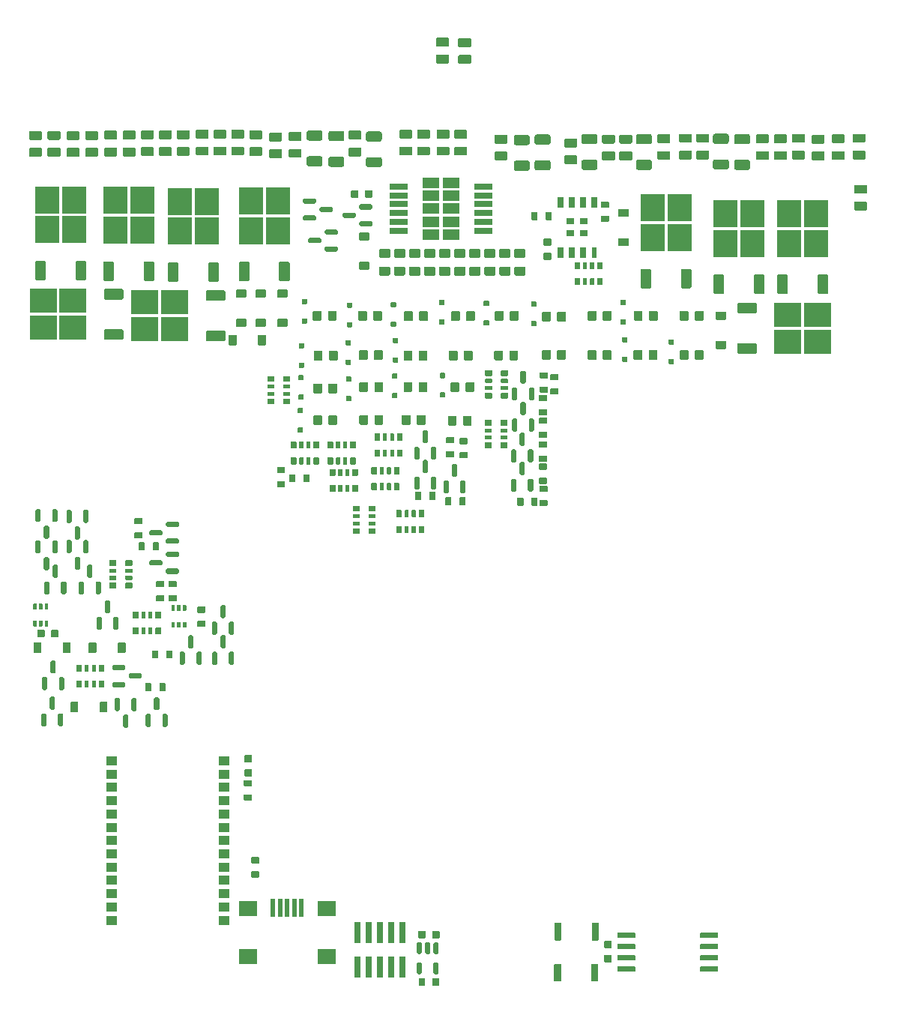
<source format=gtp>
G04 #@! TF.GenerationSoftware,KiCad,Pcbnew,(6.0.1)*
G04 #@! TF.CreationDate,2022-04-27T16:07:10+03:00*
G04 #@! TF.ProjectId,alphax_4ch,616c7068-6178-45f3-9463-682e6b696361,a*
G04 #@! TF.SameCoordinates,PX141f5e0PYa2cace0*
G04 #@! TF.FileFunction,Paste,Top*
G04 #@! TF.FilePolarity,Positive*
%FSLAX46Y46*%
G04 Gerber Fmt 4.6, Leading zero omitted, Abs format (unit mm)*
G04 Created by KiCad (PCBNEW (6.0.1)) date 2022-04-27 16:07:10*
%MOMM*%
%LPD*%
G01*
G04 APERTURE LIST*
%ADD10R,2.750000X3.050000*%
%ADD11R,0.500000X2.000000*%
%ADD12R,2.000000X1.700000*%
%ADD13R,3.050000X2.750000*%
%ADD14R,1.950000X1.160000*%
%ADD15R,2.000000X0.650000*%
%ADD16O,0.000001X0.000001*%
%ADD17R,0.650000X1.310000*%
%ADD18R,0.600000X1.310000*%
%ADD19R,0.900000X0.795000*%
%ADD20R,1.300000X1.000000*%
%ADD21R,0.740000X2.400000*%
G04 APERTURE END LIST*
G04 #@! TO.C,U7*
G36*
G01*
X46470000Y3015000D02*
X46770000Y3015000D01*
G75*
G02*
X46920000Y2865000I0J-150000D01*
G01*
X46920000Y1840000D01*
G75*
G02*
X46770000Y1690000I-150000J0D01*
G01*
X46470000Y1690000D01*
G75*
G02*
X46320000Y1840000I0J150000D01*
G01*
X46320000Y2865000D01*
G75*
G02*
X46470000Y3015000I150000J0D01*
G01*
G37*
G36*
G01*
X44570000Y3015000D02*
X44870000Y3015000D01*
G75*
G02*
X45020000Y2865000I0J-150000D01*
G01*
X45020000Y1840000D01*
G75*
G02*
X44870000Y1690000I-150000J0D01*
G01*
X44570000Y1690000D01*
G75*
G02*
X44420000Y1840000I0J150000D01*
G01*
X44420000Y2865000D01*
G75*
G02*
X44570000Y3015000I150000J0D01*
G01*
G37*
G36*
G01*
X44570000Y5290000D02*
X44870000Y5290000D01*
G75*
G02*
X45020000Y5140000I0J-150000D01*
G01*
X45020000Y4115000D01*
G75*
G02*
X44870000Y3965000I-150000J0D01*
G01*
X44570000Y3965000D01*
G75*
G02*
X44420000Y4115000I0J150000D01*
G01*
X44420000Y5140000D01*
G75*
G02*
X44570000Y5290000I150000J0D01*
G01*
G37*
G36*
G01*
X45520000Y5290000D02*
X45820000Y5290000D01*
G75*
G02*
X45970000Y5140000I0J-150000D01*
G01*
X45970000Y4115000D01*
G75*
G02*
X45820000Y3965000I-150000J0D01*
G01*
X45520000Y3965000D01*
G75*
G02*
X45370000Y4115000I0J150000D01*
G01*
X45370000Y5140000D01*
G75*
G02*
X45520000Y5290000I150000J0D01*
G01*
G37*
G36*
G01*
X46470000Y5290000D02*
X46770000Y5290000D01*
G75*
G02*
X46920000Y5140000I0J-150000D01*
G01*
X46920000Y4115000D01*
G75*
G02*
X46770000Y3965000I-150000J0D01*
G01*
X46470000Y3965000D01*
G75*
G02*
X46320000Y4115000I0J150000D01*
G01*
X46320000Y5140000D01*
G75*
G02*
X46470000Y5290000I150000J0D01*
G01*
G37*
G04 #@! TD*
G04 #@! TO.C,D53*
G36*
G01*
X25110000Y74805000D02*
X24090000Y74805000D01*
G75*
G02*
X24000000Y74895000I0J90000D01*
G01*
X24000000Y75615000D01*
G75*
G02*
X24090000Y75705000I90000J0D01*
G01*
X25110000Y75705000D01*
G75*
G02*
X25200000Y75615000I0J-90000D01*
G01*
X25200000Y74895000D01*
G75*
G02*
X25110000Y74805000I-90000J0D01*
G01*
G37*
G36*
G01*
X25110000Y78105000D02*
X24090000Y78105000D01*
G75*
G02*
X24000000Y78195000I0J90000D01*
G01*
X24000000Y78915000D01*
G75*
G02*
X24090000Y79005000I90000J0D01*
G01*
X25110000Y79005000D01*
G75*
G02*
X25200000Y78915000I0J-90000D01*
G01*
X25200000Y78195000D01*
G75*
G02*
X25110000Y78105000I-90000J0D01*
G01*
G37*
G04 #@! TD*
G04 #@! TO.C,R8*
G36*
G01*
X77375000Y93699999D02*
X76125000Y93699999D01*
G75*
G02*
X76025000Y93799999I0J100000D01*
G01*
X76025000Y94599999D01*
G75*
G02*
X76125000Y94699999I100000J0D01*
G01*
X77375000Y94699999D01*
G75*
G02*
X77475000Y94599999I0J-100000D01*
G01*
X77475000Y93799999D01*
G75*
G02*
X77375000Y93699999I-100000J0D01*
G01*
G37*
G36*
G01*
X77375000Y95600021D02*
X76125000Y95600021D01*
G75*
G02*
X76025000Y95700021I0J100000D01*
G01*
X76025000Y96500021D01*
G75*
G02*
X76125000Y96600021I100000J0D01*
G01*
X77375000Y96600021D01*
G75*
G02*
X77475000Y96500021I0J-100000D01*
G01*
X77475000Y95700021D01*
G75*
G02*
X77375000Y95600021I-100000J0D01*
G01*
G37*
G04 #@! TD*
G04 #@! TO.C,R29*
G36*
G01*
X12610000Y53200010D02*
X13390000Y53200010D01*
G75*
G02*
X13460000Y53130010I0J-70000D01*
G01*
X13460000Y52570010D01*
G75*
G02*
X13390000Y52500010I-70000J0D01*
G01*
X12610000Y52500010D01*
G75*
G02*
X12540000Y52570010I0J70000D01*
G01*
X12540000Y53130010D01*
G75*
G02*
X12610000Y53200010I70000J0D01*
G01*
G37*
G36*
G01*
X12610000Y51600010D02*
X13390000Y51600010D01*
G75*
G02*
X13460000Y51530010I0J-70000D01*
G01*
X13460000Y50970010D01*
G75*
G02*
X13390000Y50900010I-70000J0D01*
G01*
X12610000Y50900010D01*
G75*
G02*
X12540000Y50970010I0J70000D01*
G01*
X12540000Y51530010D01*
G75*
G02*
X12610000Y51600010I70000J0D01*
G01*
G37*
G04 #@! TD*
G04 #@! TO.C,R90*
G36*
G01*
X25810000Y14900000D02*
X26590000Y14900000D01*
G75*
G02*
X26660000Y14830000I0J-70000D01*
G01*
X26660000Y14270000D01*
G75*
G02*
X26590000Y14200000I-70000J0D01*
G01*
X25810000Y14200000D01*
G75*
G02*
X25740000Y14270000I0J70000D01*
G01*
X25740000Y14830000D01*
G75*
G02*
X25810000Y14900000I70000J0D01*
G01*
G37*
G36*
G01*
X25810000Y13300000D02*
X26590000Y13300000D01*
G75*
G02*
X26660000Y13230000I0J-70000D01*
G01*
X26660000Y12670000D01*
G75*
G02*
X26590000Y12600000I-70000J0D01*
G01*
X25810000Y12600000D01*
G75*
G02*
X25740000Y12670000I0J70000D01*
G01*
X25740000Y13230000D01*
G75*
G02*
X25810000Y13300000I70000J0D01*
G01*
G37*
G04 #@! TD*
G04 #@! TO.C,R2*
G36*
G01*
X34600000Y56215000D02*
X34600000Y56885000D01*
G75*
G02*
X34665000Y56950000I65000J0D01*
G01*
X35185000Y56950000D01*
G75*
G02*
X35250000Y56885000I0J-65000D01*
G01*
X35250000Y56215000D01*
G75*
G02*
X35185000Y56150000I-65000J0D01*
G01*
X34665000Y56150000D01*
G75*
G02*
X34600000Y56215000I0J65000D01*
G01*
G37*
G36*
G01*
X35575000Y56195000D02*
X35575000Y56905000D01*
G75*
G02*
X35620000Y56950000I45000J0D01*
G01*
X35980000Y56950000D01*
G75*
G02*
X36025000Y56905000I0J-45000D01*
G01*
X36025000Y56195000D01*
G75*
G02*
X35980000Y56150000I-45000J0D01*
G01*
X35620000Y56150000D01*
G75*
G02*
X35575000Y56195000I0J45000D01*
G01*
G37*
G36*
G01*
X36375000Y56195000D02*
X36375000Y56905000D01*
G75*
G02*
X36420000Y56950000I45000J0D01*
G01*
X36780000Y56950000D01*
G75*
G02*
X36825000Y56905000I0J-45000D01*
G01*
X36825000Y56195000D01*
G75*
G02*
X36780000Y56150000I-45000J0D01*
G01*
X36420000Y56150000D01*
G75*
G02*
X36375000Y56195000I0J45000D01*
G01*
G37*
G36*
G01*
X37150000Y56215000D02*
X37150000Y56885000D01*
G75*
G02*
X37215000Y56950000I65000J0D01*
G01*
X37735000Y56950000D01*
G75*
G02*
X37800000Y56885000I0J-65000D01*
G01*
X37800000Y56215000D01*
G75*
G02*
X37735000Y56150000I-65000J0D01*
G01*
X37215000Y56150000D01*
G75*
G02*
X37150000Y56215000I0J65000D01*
G01*
G37*
G36*
G01*
X37150000Y58015000D02*
X37150000Y58685000D01*
G75*
G02*
X37215000Y58750000I65000J0D01*
G01*
X37735000Y58750000D01*
G75*
G02*
X37800000Y58685000I0J-65000D01*
G01*
X37800000Y58015000D01*
G75*
G02*
X37735000Y57950000I-65000J0D01*
G01*
X37215000Y57950000D01*
G75*
G02*
X37150000Y58015000I0J65000D01*
G01*
G37*
G36*
G01*
X36375000Y57995000D02*
X36375000Y58705000D01*
G75*
G02*
X36420000Y58750000I45000J0D01*
G01*
X36780000Y58750000D01*
G75*
G02*
X36825000Y58705000I0J-45000D01*
G01*
X36825000Y57995000D01*
G75*
G02*
X36780000Y57950000I-45000J0D01*
G01*
X36420000Y57950000D01*
G75*
G02*
X36375000Y57995000I0J45000D01*
G01*
G37*
G36*
G01*
X35575000Y57995000D02*
X35575000Y58705000D01*
G75*
G02*
X35620000Y58750000I45000J0D01*
G01*
X35980000Y58750000D01*
G75*
G02*
X36025000Y58705000I0J-45000D01*
G01*
X36025000Y57995000D01*
G75*
G02*
X35980000Y57950000I-45000J0D01*
G01*
X35620000Y57950000D01*
G75*
G02*
X35575000Y57995000I0J45000D01*
G01*
G37*
G36*
G01*
X34600000Y58015000D02*
X34600000Y58685000D01*
G75*
G02*
X34665000Y58750000I65000J0D01*
G01*
X35185000Y58750000D01*
G75*
G02*
X35250000Y58685000I0J-65000D01*
G01*
X35250000Y58015000D01*
G75*
G02*
X35185000Y57950000I-65000J0D01*
G01*
X34665000Y57950000D01*
G75*
G02*
X34600000Y58015000I0J65000D01*
G01*
G37*
G04 #@! TD*
G04 #@! TO.C,D36*
G36*
G01*
X50649999Y64649998D02*
X50649999Y63749998D01*
G75*
G02*
X50549999Y63649998I-100000J0D01*
G01*
X49749999Y63649998D01*
G75*
G02*
X49649999Y63749998I0J100000D01*
G01*
X49649999Y64649998D01*
G75*
G02*
X49749999Y64749998I100000J0D01*
G01*
X50549999Y64749998D01*
G75*
G02*
X50649999Y64649998I0J-100000D01*
G01*
G37*
G36*
G01*
X48949999Y64649998D02*
X48949999Y63749998D01*
G75*
G02*
X48849999Y63649998I-100000J0D01*
G01*
X48049999Y63649998D01*
G75*
G02*
X47949999Y63749998I0J100000D01*
G01*
X47949999Y64649998D01*
G75*
G02*
X48049999Y64749998I100000J0D01*
G01*
X48849999Y64749998D01*
G75*
G02*
X48949999Y64649998I0J-100000D01*
G01*
G37*
G04 #@! TD*
G04 #@! TO.C,R4*
G36*
G01*
X54685000Y66700000D02*
X54015000Y66700000D01*
G75*
G02*
X53950000Y66765000I0J65000D01*
G01*
X53950000Y67285000D01*
G75*
G02*
X54015000Y67350000I65000J0D01*
G01*
X54685000Y67350000D01*
G75*
G02*
X54750000Y67285000I0J-65000D01*
G01*
X54750000Y66765000D01*
G75*
G02*
X54685000Y66700000I-65000J0D01*
G01*
G37*
G36*
G01*
X54705000Y67675000D02*
X53995000Y67675000D01*
G75*
G02*
X53950000Y67720000I0J45000D01*
G01*
X53950000Y68080000D01*
G75*
G02*
X53995000Y68125000I45000J0D01*
G01*
X54705000Y68125000D01*
G75*
G02*
X54750000Y68080000I0J-45000D01*
G01*
X54750000Y67720000D01*
G75*
G02*
X54705000Y67675000I-45000J0D01*
G01*
G37*
G36*
G01*
X54705000Y68475000D02*
X53995000Y68475000D01*
G75*
G02*
X53950000Y68520000I0J45000D01*
G01*
X53950000Y68880000D01*
G75*
G02*
X53995000Y68925000I45000J0D01*
G01*
X54705000Y68925000D01*
G75*
G02*
X54750000Y68880000I0J-45000D01*
G01*
X54750000Y68520000D01*
G75*
G02*
X54705000Y68475000I-45000J0D01*
G01*
G37*
G36*
G01*
X54685000Y69250000D02*
X54015000Y69250000D01*
G75*
G02*
X53950000Y69315000I0J65000D01*
G01*
X53950000Y69835000D01*
G75*
G02*
X54015000Y69900000I65000J0D01*
G01*
X54685000Y69900000D01*
G75*
G02*
X54750000Y69835000I0J-65000D01*
G01*
X54750000Y69315000D01*
G75*
G02*
X54685000Y69250000I-65000J0D01*
G01*
G37*
G36*
G01*
X52885000Y69250000D02*
X52215000Y69250000D01*
G75*
G02*
X52150000Y69315000I0J65000D01*
G01*
X52150000Y69835000D01*
G75*
G02*
X52215000Y69900000I65000J0D01*
G01*
X52885000Y69900000D01*
G75*
G02*
X52950000Y69835000I0J-65000D01*
G01*
X52950000Y69315000D01*
G75*
G02*
X52885000Y69250000I-65000J0D01*
G01*
G37*
G36*
G01*
X52905000Y68475000D02*
X52195000Y68475000D01*
G75*
G02*
X52150000Y68520000I0J45000D01*
G01*
X52150000Y68880000D01*
G75*
G02*
X52195000Y68925000I45000J0D01*
G01*
X52905000Y68925000D01*
G75*
G02*
X52950000Y68880000I0J-45000D01*
G01*
X52950000Y68520000D01*
G75*
G02*
X52905000Y68475000I-45000J0D01*
G01*
G37*
G36*
G01*
X52905000Y67675000D02*
X52195000Y67675000D01*
G75*
G02*
X52150000Y67720000I0J45000D01*
G01*
X52150000Y68080000D01*
G75*
G02*
X52195000Y68125000I45000J0D01*
G01*
X52905000Y68125000D01*
G75*
G02*
X52950000Y68080000I0J-45000D01*
G01*
X52950000Y67720000D01*
G75*
G02*
X52905000Y67675000I-45000J0D01*
G01*
G37*
G36*
G01*
X52885000Y66700000D02*
X52215000Y66700000D01*
G75*
G02*
X52150000Y66765000I0J65000D01*
G01*
X52150000Y67285000D01*
G75*
G02*
X52215000Y67350000I65000J0D01*
G01*
X52885000Y67350000D01*
G75*
G02*
X52950000Y67285000I0J-65000D01*
G01*
X52950000Y66765000D01*
G75*
G02*
X52885000Y66700000I-65000J0D01*
G01*
G37*
G04 #@! TD*
G04 #@! TO.C,D30*
G36*
G01*
X67450000Y75111499D02*
X67450000Y75591499D01*
G75*
G02*
X67510000Y75651499I60000J0D01*
G01*
X67990000Y75651499D01*
G75*
G02*
X68050000Y75591499I0J-60000D01*
G01*
X68050000Y75111499D01*
G75*
G02*
X67990000Y75051499I-60000J0D01*
G01*
X67510000Y75051499D01*
G75*
G02*
X67450000Y75111499I0J60000D01*
G01*
G37*
G36*
G01*
X67450000Y77311499D02*
X67450000Y77791499D01*
G75*
G02*
X67510000Y77851499I60000J0D01*
G01*
X67990000Y77851499D01*
G75*
G02*
X68050000Y77791499I0J-60000D01*
G01*
X68050000Y77311499D01*
G75*
G02*
X67990000Y77251499I-60000J0D01*
G01*
X67510000Y77251499D01*
G75*
G02*
X67450000Y77311499I0J60000D01*
G01*
G37*
G04 #@! TD*
G04 #@! TO.C,C3*
G36*
G01*
X25060000Y26435001D02*
X25740000Y26435001D01*
G75*
G02*
X25825000Y26350001I0J-85000D01*
G01*
X25825000Y25670001D01*
G75*
G02*
X25740000Y25585001I-85000J0D01*
G01*
X25060000Y25585001D01*
G75*
G02*
X24975000Y25670001I0J85000D01*
G01*
X24975000Y26350001D01*
G75*
G02*
X25060000Y26435001I85000J0D01*
G01*
G37*
G36*
G01*
X25060000Y24854999D02*
X25740000Y24854999D01*
G75*
G02*
X25825000Y24769999I0J-85000D01*
G01*
X25825000Y24089999D01*
G75*
G02*
X25740000Y24004999I-85000J0D01*
G01*
X25060000Y24004999D01*
G75*
G02*
X24975000Y24089999I0J85000D01*
G01*
X24975000Y24769999D01*
G75*
G02*
X25060000Y24854999I85000J0D01*
G01*
G37*
G04 #@! TD*
G04 #@! TO.C,D46*
G36*
G01*
X31650000Y69290000D02*
X31650000Y68810000D01*
G75*
G02*
X31590000Y68750000I-60000J0D01*
G01*
X31110000Y68750000D01*
G75*
G02*
X31050000Y68810000I0J60000D01*
G01*
X31050000Y69290000D01*
G75*
G02*
X31110000Y69350000I60000J0D01*
G01*
X31590000Y69350000D01*
G75*
G02*
X31650000Y69290000I0J-60000D01*
G01*
G37*
G36*
G01*
X31650000Y67090000D02*
X31650000Y66610000D01*
G75*
G02*
X31590000Y66550000I-60000J0D01*
G01*
X31110000Y66550000D01*
G75*
G02*
X31050000Y66610000I0J60000D01*
G01*
X31050000Y67090000D01*
G75*
G02*
X31110000Y67150000I60000J0D01*
G01*
X31590000Y67150000D01*
G75*
G02*
X31650000Y67090000I0J-60000D01*
G01*
G37*
G04 #@! TD*
G04 #@! TO.C,R87*
G36*
G01*
X58310000Y61850000D02*
X59090000Y61850000D01*
G75*
G02*
X59160000Y61780000I0J-70000D01*
G01*
X59160000Y61220000D01*
G75*
G02*
X59090000Y61150000I-70000J0D01*
G01*
X58310000Y61150000D01*
G75*
G02*
X58240000Y61220000I0J70000D01*
G01*
X58240000Y61780000D01*
G75*
G02*
X58310000Y61850000I70000J0D01*
G01*
G37*
G36*
G01*
X58310000Y60250000D02*
X59090000Y60250000D01*
G75*
G02*
X59160000Y60180000I0J-70000D01*
G01*
X59160000Y59620000D01*
G75*
G02*
X59090000Y59550000I-70000J0D01*
G01*
X58310000Y59550000D01*
G75*
G02*
X58240000Y59620000I0J70000D01*
G01*
X58240000Y60180000D01*
G75*
G02*
X58310000Y60250000I70000J0D01*
G01*
G37*
G04 #@! TD*
G04 #@! TO.C,D34*
G36*
G01*
X40649999Y64749998D02*
X40649999Y63849998D01*
G75*
G02*
X40549999Y63749998I-100000J0D01*
G01*
X39749999Y63749998D01*
G75*
G02*
X39649999Y63849998I0J100000D01*
G01*
X39649999Y64749998D01*
G75*
G02*
X39749999Y64849998I100000J0D01*
G01*
X40549999Y64849998D01*
G75*
G02*
X40649999Y64749998I0J-100000D01*
G01*
G37*
G36*
G01*
X38949999Y64749998D02*
X38949999Y63849998D01*
G75*
G02*
X38849999Y63749998I-100000J0D01*
G01*
X38049999Y63749998D01*
G75*
G02*
X37949999Y63849998I0J100000D01*
G01*
X37949999Y64749998D01*
G75*
G02*
X38049999Y64849998I100000J0D01*
G01*
X38849999Y64849998D01*
G75*
G02*
X38949999Y64749998I0J-100000D01*
G01*
G37*
G04 #@! TD*
G04 #@! TO.C,R59*
G36*
G01*
X44575000Y97050001D02*
X45825000Y97050001D01*
G75*
G02*
X45925000Y96950001I0J-100000D01*
G01*
X45925000Y96150001D01*
G75*
G02*
X45825000Y96050001I-100000J0D01*
G01*
X44575000Y96050001D01*
G75*
G02*
X44475000Y96150001I0J100000D01*
G01*
X44475000Y96950001D01*
G75*
G02*
X44575000Y97050001I100000J0D01*
G01*
G37*
G36*
G01*
X44575000Y95149979D02*
X45825000Y95149979D01*
G75*
G02*
X45925000Y95049979I0J-100000D01*
G01*
X45925000Y94249979D01*
G75*
G02*
X45825000Y94149979I-100000J0D01*
G01*
X44575000Y94149979D01*
G75*
G02*
X44475000Y94249979I0J100000D01*
G01*
X44475000Y95049979D01*
G75*
G02*
X44575000Y95149979I100000J0D01*
G01*
G37*
G04 #@! TD*
G04 #@! TO.C,R9*
G36*
G01*
X75425000Y93699999D02*
X74175000Y93699999D01*
G75*
G02*
X74075000Y93799999I0J100000D01*
G01*
X74075000Y94599999D01*
G75*
G02*
X74175000Y94699999I100000J0D01*
G01*
X75425000Y94699999D01*
G75*
G02*
X75525000Y94599999I0J-100000D01*
G01*
X75525000Y93799999D01*
G75*
G02*
X75425000Y93699999I-100000J0D01*
G01*
G37*
G36*
G01*
X75425000Y95600021D02*
X74175000Y95600021D01*
G75*
G02*
X74075000Y95700021I0J100000D01*
G01*
X74075000Y96500021D01*
G75*
G02*
X74175000Y96600021I100000J0D01*
G01*
X75425000Y96600021D01*
G75*
G02*
X75525000Y96500021I0J-100000D01*
G01*
X75525000Y95700021D01*
G75*
G02*
X75425000Y95600021I-100000J0D01*
G01*
G37*
G04 #@! TD*
G04 #@! TO.C,R68*
G36*
G01*
X24825000Y94149999D02*
X23575000Y94149999D01*
G75*
G02*
X23475000Y94249999I0J100000D01*
G01*
X23475000Y95049999D01*
G75*
G02*
X23575000Y95149999I100000J0D01*
G01*
X24825000Y95149999D01*
G75*
G02*
X24925000Y95049999I0J-100000D01*
G01*
X24925000Y94249999D01*
G75*
G02*
X24825000Y94149999I-100000J0D01*
G01*
G37*
G36*
G01*
X24825000Y96050021D02*
X23575000Y96050021D01*
G75*
G02*
X23475000Y96150021I0J100000D01*
G01*
X23475000Y96950021D01*
G75*
G02*
X23575000Y97050021I100000J0D01*
G01*
X24825000Y97050021D01*
G75*
G02*
X24925000Y96950021I0J-100000D01*
G01*
X24925000Y96150021D01*
G75*
G02*
X24825000Y96050021I-100000J0D01*
G01*
G37*
G04 #@! TD*
G04 #@! TO.C,R82*
G36*
G01*
X58410000Y69650000D02*
X59190000Y69650000D01*
G75*
G02*
X59260000Y69580000I0J-70000D01*
G01*
X59260000Y69020000D01*
G75*
G02*
X59190000Y68950000I-70000J0D01*
G01*
X58410000Y68950000D01*
G75*
G02*
X58340000Y69020000I0J70000D01*
G01*
X58340000Y69580000D01*
G75*
G02*
X58410000Y69650000I70000J0D01*
G01*
G37*
G36*
G01*
X58410000Y68050000D02*
X59190000Y68050000D01*
G75*
G02*
X59260000Y67980000I0J-70000D01*
G01*
X59260000Y67420000D01*
G75*
G02*
X59190000Y67350000I-70000J0D01*
G01*
X58410000Y67350000D01*
G75*
G02*
X58340000Y67420000I0J70000D01*
G01*
X58340000Y67980000D01*
G75*
G02*
X58410000Y68050000I70000J0D01*
G01*
G37*
G04 #@! TD*
G04 #@! TO.C,D49*
G36*
G01*
X31575000Y88850000D02*
X31575000Y89150000D01*
G75*
G02*
X31725000Y89300000I150000J0D01*
G01*
X32900000Y89300000D01*
G75*
G02*
X33050000Y89150000I0J-150000D01*
G01*
X33050000Y88850000D01*
G75*
G02*
X32900000Y88700000I-150000J0D01*
G01*
X31725000Y88700000D01*
G75*
G02*
X31575000Y88850000I0J150000D01*
G01*
G37*
G36*
G01*
X33450000Y87900000D02*
X33450000Y88200000D01*
G75*
G02*
X33600000Y88350000I150000J0D01*
G01*
X34775000Y88350000D01*
G75*
G02*
X34925000Y88200000I0J-150000D01*
G01*
X34925000Y87900000D01*
G75*
G02*
X34775000Y87750000I-150000J0D01*
G01*
X33600000Y87750000D01*
G75*
G02*
X33450000Y87900000I0J150000D01*
G01*
G37*
G36*
G01*
X31575000Y86950000D02*
X31575000Y87250000D01*
G75*
G02*
X31725000Y87400000I150000J0D01*
G01*
X32900000Y87400000D01*
G75*
G02*
X33050000Y87250000I0J-150000D01*
G01*
X33050000Y86950000D01*
G75*
G02*
X32900000Y86800000I-150000J0D01*
G01*
X31725000Y86800000D01*
G75*
G02*
X31575000Y86950000I0J150000D01*
G01*
G37*
G04 #@! TD*
G04 #@! TO.C,F4*
G36*
G01*
X63050000Y95655010D02*
X63050000Y96345010D01*
G75*
G02*
X63280000Y96575010I230000J0D01*
G01*
X64620000Y96575010D01*
G75*
G02*
X64850000Y96345010I0J-230000D01*
G01*
X64850000Y95655010D01*
G75*
G02*
X64620000Y95425010I-230000J0D01*
G01*
X63280000Y95425010D01*
G75*
G02*
X63050000Y95655010I0J230000D01*
G01*
G37*
G36*
G01*
X63050000Y92754990D02*
X63050000Y93444990D01*
G75*
G02*
X63280000Y93674990I230000J0D01*
G01*
X64620000Y93674990D01*
G75*
G02*
X64850000Y93444990I0J-230000D01*
G01*
X64850000Y92754990D01*
G75*
G02*
X64620000Y92524990I-230000J0D01*
G01*
X63280000Y92524990D01*
G75*
G02*
X63050000Y92754990I0J230000D01*
G01*
G37*
G04 #@! TD*
G04 #@! TO.C,Q13*
G36*
G01*
X47910000Y55975000D02*
X47610000Y55975000D01*
G75*
G02*
X47460000Y56125000I0J150000D01*
G01*
X47460000Y57300000D01*
G75*
G02*
X47610000Y57450000I150000J0D01*
G01*
X47910000Y57450000D01*
G75*
G02*
X48060000Y57300000I0J-150000D01*
G01*
X48060000Y56125000D01*
G75*
G02*
X47910000Y55975000I-150000J0D01*
G01*
G37*
G36*
G01*
X48860000Y57850000D02*
X48560000Y57850000D01*
G75*
G02*
X48410000Y58000000I0J150000D01*
G01*
X48410000Y59175000D01*
G75*
G02*
X48560000Y59325000I150000J0D01*
G01*
X48860000Y59325000D01*
G75*
G02*
X49010000Y59175000I0J-150000D01*
G01*
X49010000Y58000000D01*
G75*
G02*
X48860000Y57850000I-150000J0D01*
G01*
G37*
G36*
G01*
X49810000Y55975000D02*
X49510000Y55975000D01*
G75*
G02*
X49360000Y56125000I0J150000D01*
G01*
X49360000Y57300000D01*
G75*
G02*
X49510000Y57450000I150000J0D01*
G01*
X49810000Y57450000D01*
G75*
G02*
X49960000Y57300000I0J-150000D01*
G01*
X49960000Y56125000D01*
G75*
G02*
X49810000Y55975000I-150000J0D01*
G01*
G37*
G04 #@! TD*
G04 #@! TO.C,R91*
G36*
G01*
X95205000Y87939999D02*
X93955000Y87939999D01*
G75*
G02*
X93855000Y88039999I0J100000D01*
G01*
X93855000Y88839999D01*
G75*
G02*
X93955000Y88939999I100000J0D01*
G01*
X95205000Y88939999D01*
G75*
G02*
X95305000Y88839999I0J-100000D01*
G01*
X95305000Y88039999D01*
G75*
G02*
X95205000Y87939999I-100000J0D01*
G01*
G37*
G36*
G01*
X95205000Y89840021D02*
X93955000Y89840021D01*
G75*
G02*
X93855000Y89940021I0J100000D01*
G01*
X93855000Y90740021D01*
G75*
G02*
X93955000Y90840021I100000J0D01*
G01*
X95205000Y90840021D01*
G75*
G02*
X95305000Y90740021I0J-100000D01*
G01*
X95305000Y89940021D01*
G75*
G02*
X95205000Y89840021I-100000J0D01*
G01*
G37*
G04 #@! TD*
G04 #@! TO.C,D1*
G36*
G01*
X67650000Y70910000D02*
X67650000Y71390000D01*
G75*
G02*
X67710000Y71450000I60000J0D01*
G01*
X68190000Y71450000D01*
G75*
G02*
X68250000Y71390000I0J-60000D01*
G01*
X68250000Y70910000D01*
G75*
G02*
X68190000Y70850000I-60000J0D01*
G01*
X67710000Y70850000D01*
G75*
G02*
X67650000Y70910000I0J60000D01*
G01*
G37*
G36*
G01*
X67650000Y73110000D02*
X67650000Y73590000D01*
G75*
G02*
X67710000Y73650000I60000J0D01*
G01*
X68190000Y73650000D01*
G75*
G02*
X68250000Y73590000I0J-60000D01*
G01*
X68250000Y73110000D01*
G75*
G02*
X68190000Y73050000I-60000J0D01*
G01*
X67710000Y73050000D01*
G75*
G02*
X67650000Y73110000I0J60000D01*
G01*
G37*
G04 #@! TD*
G04 #@! TO.C,D15*
G36*
G01*
X40499999Y76499998D02*
X40499999Y75599998D01*
G75*
G02*
X40399999Y75499998I-100000J0D01*
G01*
X39599999Y75499998D01*
G75*
G02*
X39499999Y75599998I0J100000D01*
G01*
X39499999Y76499998D01*
G75*
G02*
X39599999Y76599998I100000J0D01*
G01*
X40399999Y76599998D01*
G75*
G02*
X40499999Y76499998I0J-100000D01*
G01*
G37*
G36*
G01*
X38799999Y76499998D02*
X38799999Y75599998D01*
G75*
G02*
X38699999Y75499998I-100000J0D01*
G01*
X37899999Y75499998D01*
G75*
G02*
X37799999Y75599998I0J100000D01*
G01*
X37799999Y76499998D01*
G75*
G02*
X37899999Y76599998I100000J0D01*
G01*
X38699999Y76599998D01*
G75*
G02*
X38799999Y76499998I0J-100000D01*
G01*
G37*
G04 #@! TD*
G04 #@! TO.C,C1*
G36*
G01*
X58860000Y84765001D02*
X59540000Y84765001D01*
G75*
G02*
X59625000Y84680001I0J-85000D01*
G01*
X59625000Y84000001D01*
G75*
G02*
X59540000Y83915001I-85000J0D01*
G01*
X58860000Y83915001D01*
G75*
G02*
X58775000Y84000001I0J85000D01*
G01*
X58775000Y84680001D01*
G75*
G02*
X58860000Y84765001I85000J0D01*
G01*
G37*
G36*
G01*
X58860000Y83184999D02*
X59540000Y83184999D01*
G75*
G02*
X59625000Y83099999I0J-85000D01*
G01*
X59625000Y82419999D01*
G75*
G02*
X59540000Y82334999I-85000J0D01*
G01*
X58860000Y82334999D01*
G75*
G02*
X58775000Y82419999I0J85000D01*
G01*
X58775000Y83099999D01*
G75*
G02*
X58860000Y83184999I85000J0D01*
G01*
G37*
G04 #@! TD*
D10*
G04 #@! TO.C,Q29*
X28725000Y85675000D03*
X25675000Y85675000D03*
X25675000Y89025000D03*
X28725000Y89025000D03*
G36*
G01*
X25400000Y79950000D02*
X24440000Y79950000D01*
G75*
G02*
X24320000Y80070000I0J120000D01*
G01*
X24320000Y82030000D01*
G75*
G02*
X24440000Y82150000I120000J0D01*
G01*
X25400000Y82150000D01*
G75*
G02*
X25520000Y82030000I0J-120000D01*
G01*
X25520000Y80070000D01*
G75*
G02*
X25400000Y79950000I-120000J0D01*
G01*
G37*
G36*
G01*
X29960000Y79950000D02*
X29000000Y79950000D01*
G75*
G02*
X28880000Y80070000I0J120000D01*
G01*
X28880000Y82030000D01*
G75*
G02*
X29000000Y82150000I120000J0D01*
G01*
X29960000Y82150000D01*
G75*
G02*
X30080000Y82030000I0J-120000D01*
G01*
X30080000Y80070000D01*
G75*
G02*
X29960000Y79950000I-120000J0D01*
G01*
G37*
G04 #@! TD*
G04 #@! TO.C,S1*
G36*
G01*
X64950001Y2770000D02*
X64950001Y930000D01*
G75*
G02*
X64870001Y850000I-80000J0D01*
G01*
X64230001Y850000D01*
G75*
G02*
X64150001Y930000I0J80000D01*
G01*
X64150001Y2770000D01*
G75*
G02*
X64230001Y2850000I80000J0D01*
G01*
X64870001Y2850000D01*
G75*
G02*
X64950001Y2770000I0J-80000D01*
G01*
G37*
G36*
G01*
X60750000Y2770000D02*
X60750000Y930000D01*
G75*
G02*
X60670000Y850000I-80000J0D01*
G01*
X60030000Y850000D01*
G75*
G02*
X59950000Y930000I0J80000D01*
G01*
X59950000Y2770000D01*
G75*
G02*
X60030000Y2850000I80000J0D01*
G01*
X60670000Y2850000D01*
G75*
G02*
X60750000Y2770000I0J-80000D01*
G01*
G37*
G04 #@! TD*
G04 #@! TO.C,D6*
G36*
G01*
X41750000Y70810000D02*
X41750000Y71290000D01*
G75*
G02*
X41810000Y71350000I60000J0D01*
G01*
X42290000Y71350000D01*
G75*
G02*
X42350000Y71290000I0J-60000D01*
G01*
X42350000Y70810000D01*
G75*
G02*
X42290000Y70750000I-60000J0D01*
G01*
X41810000Y70750000D01*
G75*
G02*
X41750000Y70810000I0J60000D01*
G01*
G37*
G36*
G01*
X41750000Y73010000D02*
X41750000Y73490000D01*
G75*
G02*
X41810000Y73550000I60000J0D01*
G01*
X42290000Y73550000D01*
G75*
G02*
X42350000Y73490000I0J-60000D01*
G01*
X42350000Y73010000D01*
G75*
G02*
X42290000Y72950000I-60000J0D01*
G01*
X41810000Y72950000D01*
G75*
G02*
X41750000Y73010000I0J60000D01*
G01*
G37*
G04 #@! TD*
G04 #@! TO.C,C4*
G36*
G01*
X47015001Y6490000D02*
X47015001Y5810000D01*
G75*
G02*
X46930001Y5725000I-85000J0D01*
G01*
X46250001Y5725000D01*
G75*
G02*
X46165001Y5810000I0J85000D01*
G01*
X46165001Y6490000D01*
G75*
G02*
X46250001Y6575000I85000J0D01*
G01*
X46930001Y6575000D01*
G75*
G02*
X47015001Y6490000I0J-85000D01*
G01*
G37*
G36*
G01*
X45434999Y6490000D02*
X45434999Y5810000D01*
G75*
G02*
X45349999Y5725000I-85000J0D01*
G01*
X44669999Y5725000D01*
G75*
G02*
X44584999Y5810000I0J85000D01*
G01*
X44584999Y6490000D01*
G75*
G02*
X44669999Y6575000I85000J0D01*
G01*
X45349999Y6575000D01*
G75*
G02*
X45434999Y6490000I0J-85000D01*
G01*
G37*
G04 #@! TD*
G04 #@! TO.C,Q1*
G36*
G01*
X2450000Y29675010D02*
X2150000Y29675010D01*
G75*
G02*
X2000000Y29825010I0J150000D01*
G01*
X2000000Y31000010D01*
G75*
G02*
X2150000Y31150010I150000J0D01*
G01*
X2450000Y31150010D01*
G75*
G02*
X2600000Y31000010I0J-150000D01*
G01*
X2600000Y29825010D01*
G75*
G02*
X2450000Y29675010I-150000J0D01*
G01*
G37*
G36*
G01*
X3400000Y31550010D02*
X3100000Y31550010D01*
G75*
G02*
X2950000Y31700010I0J150000D01*
G01*
X2950000Y32875010D01*
G75*
G02*
X3100000Y33025010I150000J0D01*
G01*
X3400000Y33025010D01*
G75*
G02*
X3550000Y32875010I0J-150000D01*
G01*
X3550000Y31700010D01*
G75*
G02*
X3400000Y31550010I-150000J0D01*
G01*
G37*
G36*
G01*
X4350000Y29675010D02*
X4050000Y29675010D01*
G75*
G02*
X3900000Y29825010I0J150000D01*
G01*
X3900000Y31000010D01*
G75*
G02*
X4050000Y31150010I150000J0D01*
G01*
X4350000Y31150010D01*
G75*
G02*
X4500000Y31000010I0J-150000D01*
G01*
X4500000Y29825010D01*
G75*
G02*
X4350000Y29675010I-150000J0D01*
G01*
G37*
G04 #@! TD*
G04 #@! TO.C,R50*
G36*
G01*
X34350000Y59315000D02*
X34350000Y59985000D01*
G75*
G02*
X34415000Y60050000I65000J0D01*
G01*
X34935000Y60050000D01*
G75*
G02*
X35000000Y59985000I0J-65000D01*
G01*
X35000000Y59315000D01*
G75*
G02*
X34935000Y59250000I-65000J0D01*
G01*
X34415000Y59250000D01*
G75*
G02*
X34350000Y59315000I0J65000D01*
G01*
G37*
G36*
G01*
X35325000Y59295000D02*
X35325000Y60005000D01*
G75*
G02*
X35370000Y60050000I45000J0D01*
G01*
X35730000Y60050000D01*
G75*
G02*
X35775000Y60005000I0J-45000D01*
G01*
X35775000Y59295000D01*
G75*
G02*
X35730000Y59250000I-45000J0D01*
G01*
X35370000Y59250000D01*
G75*
G02*
X35325000Y59295000I0J45000D01*
G01*
G37*
G36*
G01*
X36125000Y59295000D02*
X36125000Y60005000D01*
G75*
G02*
X36170000Y60050000I45000J0D01*
G01*
X36530000Y60050000D01*
G75*
G02*
X36575000Y60005000I0J-45000D01*
G01*
X36575000Y59295000D01*
G75*
G02*
X36530000Y59250000I-45000J0D01*
G01*
X36170000Y59250000D01*
G75*
G02*
X36125000Y59295000I0J45000D01*
G01*
G37*
G36*
G01*
X36900000Y59315000D02*
X36900000Y59985000D01*
G75*
G02*
X36965000Y60050000I65000J0D01*
G01*
X37485000Y60050000D01*
G75*
G02*
X37550000Y59985000I0J-65000D01*
G01*
X37550000Y59315000D01*
G75*
G02*
X37485000Y59250000I-65000J0D01*
G01*
X36965000Y59250000D01*
G75*
G02*
X36900000Y59315000I0J65000D01*
G01*
G37*
G36*
G01*
X36900000Y61115000D02*
X36900000Y61785000D01*
G75*
G02*
X36965000Y61850000I65000J0D01*
G01*
X37485000Y61850000D01*
G75*
G02*
X37550000Y61785000I0J-65000D01*
G01*
X37550000Y61115000D01*
G75*
G02*
X37485000Y61050000I-65000J0D01*
G01*
X36965000Y61050000D01*
G75*
G02*
X36900000Y61115000I0J65000D01*
G01*
G37*
G36*
G01*
X36125000Y61095000D02*
X36125000Y61805000D01*
G75*
G02*
X36170000Y61850000I45000J0D01*
G01*
X36530000Y61850000D01*
G75*
G02*
X36575000Y61805000I0J-45000D01*
G01*
X36575000Y61095000D01*
G75*
G02*
X36530000Y61050000I-45000J0D01*
G01*
X36170000Y61050000D01*
G75*
G02*
X36125000Y61095000I0J45000D01*
G01*
G37*
G36*
G01*
X35325000Y61095000D02*
X35325000Y61805000D01*
G75*
G02*
X35370000Y61850000I45000J0D01*
G01*
X35730000Y61850000D01*
G75*
G02*
X35775000Y61805000I0J-45000D01*
G01*
X35775000Y61095000D01*
G75*
G02*
X35730000Y61050000I-45000J0D01*
G01*
X35370000Y61050000D01*
G75*
G02*
X35325000Y61095000I0J45000D01*
G01*
G37*
G36*
G01*
X34350000Y61115000D02*
X34350000Y61785000D01*
G75*
G02*
X34415000Y61850000I65000J0D01*
G01*
X34935000Y61850000D01*
G75*
G02*
X35000000Y61785000I0J-65000D01*
G01*
X35000000Y61115000D01*
G75*
G02*
X34935000Y61050000I-65000J0D01*
G01*
X34415000Y61050000D01*
G75*
G02*
X34350000Y61115000I0J65000D01*
G01*
G37*
G04 #@! TD*
G04 #@! TO.C,U5*
G36*
G01*
X18040000Y43375000D02*
X18360000Y43375000D01*
G75*
G02*
X18400000Y43335000I0J-40000D01*
G01*
X18400000Y42765000D01*
G75*
G02*
X18360000Y42725000I-40000J0D01*
G01*
X18040000Y42725000D01*
G75*
G02*
X18000000Y42765000I0J40000D01*
G01*
X18000000Y43335000D01*
G75*
G02*
X18040000Y43375000I40000J0D01*
G01*
G37*
G36*
G01*
X17390000Y43375000D02*
X17710000Y43375000D01*
G75*
G02*
X17750000Y43335000I0J-40000D01*
G01*
X17750000Y42765000D01*
G75*
G02*
X17710000Y42725000I-40000J0D01*
G01*
X17390000Y42725000D01*
G75*
G02*
X17350000Y42765000I0J40000D01*
G01*
X17350000Y43335000D01*
G75*
G02*
X17390000Y43375000I40000J0D01*
G01*
G37*
G36*
G01*
X16740000Y43375000D02*
X17060000Y43375000D01*
G75*
G02*
X17100000Y43335000I0J-40000D01*
G01*
X17100000Y42765000D01*
G75*
G02*
X17060000Y42725000I-40000J0D01*
G01*
X16740000Y42725000D01*
G75*
G02*
X16700000Y42765000I0J40000D01*
G01*
X16700000Y43335000D01*
G75*
G02*
X16740000Y43375000I40000J0D01*
G01*
G37*
G36*
G01*
X16740000Y41475000D02*
X17060000Y41475000D01*
G75*
G02*
X17100000Y41435000I0J-40000D01*
G01*
X17100000Y40865000D01*
G75*
G02*
X17060000Y40825000I-40000J0D01*
G01*
X16740000Y40825000D01*
G75*
G02*
X16700000Y40865000I0J40000D01*
G01*
X16700000Y41435000D01*
G75*
G02*
X16740000Y41475000I40000J0D01*
G01*
G37*
G36*
G01*
X17390000Y41475000D02*
X17710000Y41475000D01*
G75*
G02*
X17750000Y41435000I0J-40000D01*
G01*
X17750000Y40865000D01*
G75*
G02*
X17710000Y40825000I-40000J0D01*
G01*
X17390000Y40825000D01*
G75*
G02*
X17350000Y40865000I0J40000D01*
G01*
X17350000Y41435000D01*
G75*
G02*
X17390000Y41475000I40000J0D01*
G01*
G37*
G36*
G01*
X18040000Y41475000D02*
X18360000Y41475000D01*
G75*
G02*
X18400000Y41435000I0J-40000D01*
G01*
X18400000Y40865000D01*
G75*
G02*
X18360000Y40825000I-40000J0D01*
G01*
X18040000Y40825000D01*
G75*
G02*
X18000000Y40865000I0J40000D01*
G01*
X18000000Y41435000D01*
G75*
G02*
X18040000Y41475000I40000J0D01*
G01*
G37*
G04 #@! TD*
G04 #@! TO.C,D28*
G36*
G01*
X5350000Y39060010D02*
X5350000Y38040010D01*
G75*
G02*
X5260000Y37950010I-90000J0D01*
G01*
X4540000Y37950010D01*
G75*
G02*
X4450000Y38040010I0J90000D01*
G01*
X4450000Y39060010D01*
G75*
G02*
X4540000Y39150010I90000J0D01*
G01*
X5260000Y39150010D01*
G75*
G02*
X5350000Y39060010I0J-90000D01*
G01*
G37*
G36*
G01*
X2050000Y39060010D02*
X2050000Y38040010D01*
G75*
G02*
X1960000Y37950010I-90000J0D01*
G01*
X1240000Y37950010D01*
G75*
G02*
X1150000Y38040010I0J90000D01*
G01*
X1150000Y39060010D01*
G75*
G02*
X1240000Y39150010I90000J0D01*
G01*
X1960000Y39150010D01*
G75*
G02*
X2050000Y39060010I0J-90000D01*
G01*
G37*
G04 #@! TD*
G04 #@! TO.C,D12*
G36*
G01*
X61300000Y76400000D02*
X61300000Y75500000D01*
G75*
G02*
X61200000Y75400000I-100000J0D01*
G01*
X60400000Y75400000D01*
G75*
G02*
X60300000Y75500000I0J100000D01*
G01*
X60300000Y76400000D01*
G75*
G02*
X60400000Y76500000I100000J0D01*
G01*
X61200000Y76500000D01*
G75*
G02*
X61300000Y76400000I0J-100000D01*
G01*
G37*
G36*
G01*
X59600000Y76400000D02*
X59600000Y75500000D01*
G75*
G02*
X59500000Y75400000I-100000J0D01*
G01*
X58700000Y75400000D01*
G75*
G02*
X58600000Y75500000I0J100000D01*
G01*
X58600000Y76400000D01*
G75*
G02*
X58700000Y76500000I100000J0D01*
G01*
X59500000Y76500000D01*
G75*
G02*
X59600000Y76400000I0J-100000D01*
G01*
G37*
G04 #@! TD*
G04 #@! TO.C,R38*
G36*
G01*
X25760000Y21310000D02*
X24980000Y21310000D01*
G75*
G02*
X24910000Y21380000I0J70000D01*
G01*
X24910000Y21940000D01*
G75*
G02*
X24980000Y22010000I70000J0D01*
G01*
X25760000Y22010000D01*
G75*
G02*
X25830000Y21940000I0J-70000D01*
G01*
X25830000Y21380000D01*
G75*
G02*
X25760000Y21310000I-70000J0D01*
G01*
G37*
G36*
G01*
X25760000Y22910000D02*
X24980000Y22910000D01*
G75*
G02*
X24910000Y22980000I0J70000D01*
G01*
X24910000Y23540000D01*
G75*
G02*
X24980000Y23610000I70000J0D01*
G01*
X25760000Y23610000D01*
G75*
G02*
X25830000Y23540000I0J-70000D01*
G01*
X25830000Y22980000D01*
G75*
G02*
X25760000Y22910000I-70000J0D01*
G01*
G37*
G04 #@! TD*
G04 #@! TO.C,D22*
G36*
G01*
X31587498Y65591499D02*
X31587498Y65111499D01*
G75*
G02*
X31527498Y65051499I-60000J0D01*
G01*
X31047498Y65051499D01*
G75*
G02*
X30987498Y65111499I0J60000D01*
G01*
X30987498Y65591499D01*
G75*
G02*
X31047498Y65651499I60000J0D01*
G01*
X31527498Y65651499D01*
G75*
G02*
X31587498Y65591499I0J-60000D01*
G01*
G37*
G36*
G01*
X31587498Y63391499D02*
X31587498Y62911499D01*
G75*
G02*
X31527498Y62851499I-60000J0D01*
G01*
X31047498Y62851499D01*
G75*
G02*
X30987498Y62911499I0J60000D01*
G01*
X30987498Y63391499D01*
G75*
G02*
X31047498Y63451499I60000J0D01*
G01*
X31527498Y63451499D01*
G75*
G02*
X31587498Y63391499I0J-60000D01*
G01*
G37*
G04 #@! TD*
G04 #@! TO.C,R32*
G36*
G01*
X48590000Y60050000D02*
X47810000Y60050000D01*
G75*
G02*
X47740000Y60120000I0J70000D01*
G01*
X47740000Y60680000D01*
G75*
G02*
X47810000Y60750000I70000J0D01*
G01*
X48590000Y60750000D01*
G75*
G02*
X48660000Y60680000I0J-70000D01*
G01*
X48660000Y60120000D01*
G75*
G02*
X48590000Y60050000I-70000J0D01*
G01*
G37*
G36*
G01*
X48590000Y61650000D02*
X47810000Y61650000D01*
G75*
G02*
X47740000Y61720000I0J70000D01*
G01*
X47740000Y62280000D01*
G75*
G02*
X47810000Y62350000I70000J0D01*
G01*
X48590000Y62350000D01*
G75*
G02*
X48660000Y62280000I0J-70000D01*
G01*
X48660000Y61720000D01*
G75*
G02*
X48590000Y61650000I-70000J0D01*
G01*
G37*
G04 #@! TD*
G04 #@! TO.C,D11*
G36*
G01*
X71649999Y76499998D02*
X71649999Y75599998D01*
G75*
G02*
X71549999Y75499998I-100000J0D01*
G01*
X70749999Y75499998D01*
G75*
G02*
X70649999Y75599998I0J100000D01*
G01*
X70649999Y76499998D01*
G75*
G02*
X70749999Y76599998I100000J0D01*
G01*
X71549999Y76599998D01*
G75*
G02*
X71649999Y76499998I0J-100000D01*
G01*
G37*
G36*
G01*
X69949999Y76499998D02*
X69949999Y75599998D01*
G75*
G02*
X69849999Y75499998I-100000J0D01*
G01*
X69049999Y75499998D01*
G75*
G02*
X68949999Y75599998I0J100000D01*
G01*
X68949999Y76499998D01*
G75*
G02*
X69049999Y76599998I100000J0D01*
G01*
X69849999Y76599998D01*
G75*
G02*
X69949999Y76499998I0J-100000D01*
G01*
G37*
G04 #@! TD*
G04 #@! TO.C,D42*
G36*
G01*
X52000000Y75010000D02*
X52000000Y75490000D01*
G75*
G02*
X52060000Y75550000I60000J0D01*
G01*
X52540000Y75550000D01*
G75*
G02*
X52600000Y75490000I0J-60000D01*
G01*
X52600000Y75010000D01*
G75*
G02*
X52540000Y74950000I-60000J0D01*
G01*
X52060000Y74950000D01*
G75*
G02*
X52000000Y75010000I0J60000D01*
G01*
G37*
G36*
G01*
X52000000Y77210000D02*
X52000000Y77690000D01*
G75*
G02*
X52060000Y77750000I60000J0D01*
G01*
X52540000Y77750000D01*
G75*
G02*
X52600000Y77690000I0J-60000D01*
G01*
X52600000Y77210000D01*
G75*
G02*
X52540000Y77150000I-60000J0D01*
G01*
X52060000Y77150000D01*
G75*
G02*
X52000000Y77210000I0J60000D01*
G01*
G37*
G04 #@! TD*
G04 #@! TO.C,C7*
G36*
G01*
X50475000Y83600000D02*
X51525000Y83600000D01*
G75*
G02*
X51625000Y83500000I0J-100000D01*
G01*
X51625000Y82700000D01*
G75*
G02*
X51525000Y82600000I-100000J0D01*
G01*
X50475000Y82600000D01*
G75*
G02*
X50375000Y82700000I0J100000D01*
G01*
X50375000Y83500000D01*
G75*
G02*
X50475000Y83600000I100000J0D01*
G01*
G37*
G36*
G01*
X50475000Y81600000D02*
X51525000Y81600000D01*
G75*
G02*
X51625000Y81500000I0J-100000D01*
G01*
X51625000Y80700000D01*
G75*
G02*
X51525000Y80600000I-100000J0D01*
G01*
X50475000Y80600000D01*
G75*
G02*
X50375000Y80700000I0J100000D01*
G01*
X50375000Y81500000D01*
G75*
G02*
X50475000Y81600000I100000J0D01*
G01*
G37*
G04 #@! TD*
G04 #@! TO.C,R11*
G36*
G01*
X47975000Y104549999D02*
X46725000Y104549999D01*
G75*
G02*
X46625000Y104649999I0J100000D01*
G01*
X46625000Y105449999D01*
G75*
G02*
X46725000Y105549999I100000J0D01*
G01*
X47975000Y105549999D01*
G75*
G02*
X48075000Y105449999I0J-100000D01*
G01*
X48075000Y104649999D01*
G75*
G02*
X47975000Y104549999I-100000J0D01*
G01*
G37*
G36*
G01*
X47975000Y106450021D02*
X46725000Y106450021D01*
G75*
G02*
X46625000Y106550021I0J100000D01*
G01*
X46625000Y107350021D01*
G75*
G02*
X46725000Y107450021I100000J0D01*
G01*
X47975000Y107450021D01*
G75*
G02*
X48075000Y107350021I0J-100000D01*
G01*
X48075000Y106550021D01*
G75*
G02*
X47975000Y106450021I-100000J0D01*
G01*
G37*
G04 #@! TD*
G04 #@! TO.C,R6*
G36*
G01*
X92675000Y93649999D02*
X91425000Y93649999D01*
G75*
G02*
X91325000Y93749999I0J100000D01*
G01*
X91325000Y94549999D01*
G75*
G02*
X91425000Y94649999I100000J0D01*
G01*
X92675000Y94649999D01*
G75*
G02*
X92775000Y94549999I0J-100000D01*
G01*
X92775000Y93749999D01*
G75*
G02*
X92675000Y93649999I-100000J0D01*
G01*
G37*
G36*
G01*
X92675000Y95550021D02*
X91425000Y95550021D01*
G75*
G02*
X91325000Y95650021I0J100000D01*
G01*
X91325000Y96450021D01*
G75*
G02*
X91425000Y96550021I100000J0D01*
G01*
X92675000Y96550021D01*
G75*
G02*
X92775000Y96450021I0J-100000D01*
G01*
X92775000Y95650021D01*
G75*
G02*
X92675000Y95550021I-100000J0D01*
G01*
G37*
G04 #@! TD*
G04 #@! TO.C,Q35*
G36*
G01*
X55650000Y62975000D02*
X55350000Y62975000D01*
G75*
G02*
X55200000Y63125000I0J150000D01*
G01*
X55200000Y64300000D01*
G75*
G02*
X55350000Y64450000I150000J0D01*
G01*
X55650000Y64450000D01*
G75*
G02*
X55800000Y64300000I0J-150000D01*
G01*
X55800000Y63125000D01*
G75*
G02*
X55650000Y62975000I-150000J0D01*
G01*
G37*
G36*
G01*
X56600000Y64850000D02*
X56300000Y64850000D01*
G75*
G02*
X56150000Y65000000I0J150000D01*
G01*
X56150000Y66175000D01*
G75*
G02*
X56300000Y66325000I150000J0D01*
G01*
X56600000Y66325000D01*
G75*
G02*
X56750000Y66175000I0J-150000D01*
G01*
X56750000Y65000000D01*
G75*
G02*
X56600000Y64850000I-150000J0D01*
G01*
G37*
G36*
G01*
X57550000Y62975000D02*
X57250000Y62975000D01*
G75*
G02*
X57100000Y63125000I0J150000D01*
G01*
X57100000Y64300000D01*
G75*
G02*
X57250000Y64450000I150000J0D01*
G01*
X57550000Y64450000D01*
G75*
G02*
X57700000Y64300000I0J-150000D01*
G01*
X57700000Y63125000D01*
G75*
G02*
X57550000Y62975000I-150000J0D01*
G01*
G37*
G04 #@! TD*
G04 #@! TO.C,R60*
G36*
G01*
X43825000Y94149999D02*
X42575000Y94149999D01*
G75*
G02*
X42475000Y94249999I0J100000D01*
G01*
X42475000Y95049999D01*
G75*
G02*
X42575000Y95149999I100000J0D01*
G01*
X43825000Y95149999D01*
G75*
G02*
X43925000Y95049999I0J-100000D01*
G01*
X43925000Y94249999D01*
G75*
G02*
X43825000Y94149999I-100000J0D01*
G01*
G37*
G36*
G01*
X43825000Y96050021D02*
X42575000Y96050021D01*
G75*
G02*
X42475000Y96150021I0J100000D01*
G01*
X42475000Y96950021D01*
G75*
G02*
X42575000Y97050021I100000J0D01*
G01*
X43825000Y97050021D01*
G75*
G02*
X43925000Y96950021I0J-100000D01*
G01*
X43925000Y96150021D01*
G75*
G02*
X43825000Y96050021I-100000J0D01*
G01*
G37*
G04 #@! TD*
D11*
G04 #@! TO.C,J1*
X28200000Y9200000D03*
X29000000Y9200000D03*
X29800000Y9200000D03*
X30600000Y9200000D03*
X31400000Y9200000D03*
D12*
X25350000Y9100000D03*
X34250000Y9100000D03*
X25350000Y3650000D03*
X34250000Y3650000D03*
G04 #@! TD*
G04 #@! TO.C,R88*
G36*
G01*
X59090000Y62250000D02*
X58310000Y62250000D01*
G75*
G02*
X58240000Y62320000I0J70000D01*
G01*
X58240000Y62880000D01*
G75*
G02*
X58310000Y62950000I70000J0D01*
G01*
X59090000Y62950000D01*
G75*
G02*
X59160000Y62880000I0J-70000D01*
G01*
X59160000Y62320000D01*
G75*
G02*
X59090000Y62250000I-70000J0D01*
G01*
G37*
G36*
G01*
X59090000Y63850000D02*
X58310000Y63850000D01*
G75*
G02*
X58240000Y63920000I0J70000D01*
G01*
X58240000Y64480000D01*
G75*
G02*
X58310000Y64550000I70000J0D01*
G01*
X59090000Y64550000D01*
G75*
G02*
X59160000Y64480000I0J-70000D01*
G01*
X59160000Y63920000D01*
G75*
G02*
X59090000Y63850000I-70000J0D01*
G01*
G37*
G04 #@! TD*
D13*
G04 #@! TO.C,Q8*
X89725000Y73125000D03*
X86375000Y73125000D03*
X86375000Y76175000D03*
X89725000Y76175000D03*
G36*
G01*
X80650000Y76450000D02*
X80650000Y77410000D01*
G75*
G02*
X80770000Y77530000I120000J0D01*
G01*
X82730000Y77530000D01*
G75*
G02*
X82850000Y77410000I0J-120000D01*
G01*
X82850000Y76450000D01*
G75*
G02*
X82730000Y76330000I-120000J0D01*
G01*
X80770000Y76330000D01*
G75*
G02*
X80650000Y76450000I0J120000D01*
G01*
G37*
G36*
G01*
X80650000Y71890000D02*
X80650000Y72850000D01*
G75*
G02*
X80770000Y72970000I120000J0D01*
G01*
X82730000Y72970000D01*
G75*
G02*
X82850000Y72850000I0J-120000D01*
G01*
X82850000Y71890000D01*
G75*
G02*
X82730000Y71770000I-120000J0D01*
G01*
X80770000Y71770000D01*
G75*
G02*
X80650000Y71890000I0J120000D01*
G01*
G37*
G04 #@! TD*
G04 #@! TO.C,Q4*
G36*
G01*
X3400000Y50675010D02*
X3700000Y50675010D01*
G75*
G02*
X3850000Y50525010I0J-150000D01*
G01*
X3850000Y49350010D01*
G75*
G02*
X3700000Y49200010I-150000J0D01*
G01*
X3400000Y49200010D01*
G75*
G02*
X3250000Y49350010I0J150000D01*
G01*
X3250000Y50525010D01*
G75*
G02*
X3400000Y50675010I150000J0D01*
G01*
G37*
G36*
G01*
X2450000Y48800010D02*
X2750000Y48800010D01*
G75*
G02*
X2900000Y48650010I0J-150000D01*
G01*
X2900000Y47475010D01*
G75*
G02*
X2750000Y47325010I-150000J0D01*
G01*
X2450000Y47325010D01*
G75*
G02*
X2300000Y47475010I0J150000D01*
G01*
X2300000Y48650010D01*
G75*
G02*
X2450000Y48800010I150000J0D01*
G01*
G37*
G36*
G01*
X1500000Y50675010D02*
X1800000Y50675010D01*
G75*
G02*
X1950000Y50525010I0J-150000D01*
G01*
X1950000Y49350010D01*
G75*
G02*
X1800000Y49200010I-150000J0D01*
G01*
X1500000Y49200010D01*
G75*
G02*
X1350000Y49350010I0J150000D01*
G01*
X1350000Y50525010D01*
G75*
G02*
X1500000Y50675010I150000J0D01*
G01*
G37*
G04 #@! TD*
G04 #@! TO.C,Q3*
G36*
G01*
X2550000Y33775010D02*
X2250000Y33775010D01*
G75*
G02*
X2100000Y33925010I0J150000D01*
G01*
X2100000Y35100010D01*
G75*
G02*
X2250000Y35250010I150000J0D01*
G01*
X2550000Y35250010D01*
G75*
G02*
X2700000Y35100010I0J-150000D01*
G01*
X2700000Y33925010D01*
G75*
G02*
X2550000Y33775010I-150000J0D01*
G01*
G37*
G36*
G01*
X3500000Y35650010D02*
X3200000Y35650010D01*
G75*
G02*
X3050000Y35800010I0J150000D01*
G01*
X3050000Y36975010D01*
G75*
G02*
X3200000Y37125010I150000J0D01*
G01*
X3500000Y37125010D01*
G75*
G02*
X3650000Y36975010I0J-150000D01*
G01*
X3650000Y35800010D01*
G75*
G02*
X3500000Y35650010I-150000J0D01*
G01*
G37*
G36*
G01*
X4450000Y33775010D02*
X4150000Y33775010D01*
G75*
G02*
X4000000Y33925010I0J150000D01*
G01*
X4000000Y35100010D01*
G75*
G02*
X4150000Y35250010I150000J0D01*
G01*
X4450000Y35250010D01*
G75*
G02*
X4600000Y35100010I0J-150000D01*
G01*
X4600000Y33925010D01*
G75*
G02*
X4450000Y33775010I-150000J0D01*
G01*
G37*
G04 #@! TD*
D14*
G04 #@! TO.C,U6*
X48325000Y86690000D03*
X48325000Y91070000D03*
X48325000Y85230000D03*
X46075000Y91070000D03*
X46075000Y89610000D03*
X46075000Y88150000D03*
X46075000Y85230000D03*
X48325000Y88150000D03*
X48325000Y89610000D03*
X46075000Y86690000D03*
D15*
X42400000Y90650000D03*
X42400000Y89650000D03*
X42400000Y88650000D03*
X42400000Y87650000D03*
X42400000Y86650000D03*
X42400000Y85650000D03*
X52000000Y85650000D03*
X52000000Y86650000D03*
X52000000Y87650000D03*
X52000000Y88650000D03*
X52000000Y89650000D03*
X52000000Y90650000D03*
G04 #@! TD*
G04 #@! TO.C,Q31*
G36*
G01*
X21750000Y36625000D02*
X21450000Y36625000D01*
G75*
G02*
X21300000Y36775000I0J150000D01*
G01*
X21300000Y37950000D01*
G75*
G02*
X21450000Y38100000I150000J0D01*
G01*
X21750000Y38100000D01*
G75*
G02*
X21900000Y37950000I0J-150000D01*
G01*
X21900000Y36775000D01*
G75*
G02*
X21750000Y36625000I-150000J0D01*
G01*
G37*
G36*
G01*
X22700000Y38500000D02*
X22400000Y38500000D01*
G75*
G02*
X22250000Y38650000I0J150000D01*
G01*
X22250000Y39825000D01*
G75*
G02*
X22400000Y39975000I150000J0D01*
G01*
X22700000Y39975000D01*
G75*
G02*
X22850000Y39825000I0J-150000D01*
G01*
X22850000Y38650000D01*
G75*
G02*
X22700000Y38500000I-150000J0D01*
G01*
G37*
G36*
G01*
X23650000Y36625000D02*
X23350000Y36625000D01*
G75*
G02*
X23200000Y36775000I0J150000D01*
G01*
X23200000Y37950000D01*
G75*
G02*
X23350000Y38100000I150000J0D01*
G01*
X23650000Y38100000D01*
G75*
G02*
X23800000Y37950000I0J-150000D01*
G01*
X23800000Y36775000D01*
G75*
G02*
X23650000Y36625000I-150000J0D01*
G01*
G37*
G04 #@! TD*
G04 #@! TO.C,C16*
G36*
G01*
X56625000Y80600000D02*
X55575000Y80600000D01*
G75*
G02*
X55475000Y80700000I0J100000D01*
G01*
X55475000Y81500000D01*
G75*
G02*
X55575000Y81600000I100000J0D01*
G01*
X56625000Y81600000D01*
G75*
G02*
X56725000Y81500000I0J-100000D01*
G01*
X56725000Y80700000D01*
G75*
G02*
X56625000Y80600000I-100000J0D01*
G01*
G37*
G36*
G01*
X56625000Y82600000D02*
X55575000Y82600000D01*
G75*
G02*
X55475000Y82700000I0J100000D01*
G01*
X55475000Y83500000D01*
G75*
G02*
X55575000Y83600000I100000J0D01*
G01*
X56625000Y83600000D01*
G75*
G02*
X56725000Y83500000I0J-100000D01*
G01*
X56725000Y82700000D01*
G75*
G02*
X56625000Y82600000I-100000J0D01*
G01*
G37*
G04 #@! TD*
G04 #@! TO.C,R30*
G36*
G01*
X44250000Y55310000D02*
X44250000Y56090000D01*
G75*
G02*
X44320000Y56160000I70000J0D01*
G01*
X44880000Y56160000D01*
G75*
G02*
X44950000Y56090000I0J-70000D01*
G01*
X44950000Y55310000D01*
G75*
G02*
X44880000Y55240000I-70000J0D01*
G01*
X44320000Y55240000D01*
G75*
G02*
X44250000Y55310000I0J70000D01*
G01*
G37*
G36*
G01*
X45850000Y55310000D02*
X45850000Y56090000D01*
G75*
G02*
X45920000Y56160000I70000J0D01*
G01*
X46480000Y56160000D01*
G75*
G02*
X46550000Y56090000I0J-70000D01*
G01*
X46550000Y55310000D01*
G75*
G02*
X46480000Y55240000I-70000J0D01*
G01*
X45920000Y55240000D01*
G75*
G02*
X45850000Y55310000I0J70000D01*
G01*
G37*
G04 #@! TD*
G04 #@! TO.C,R41*
G36*
G01*
X15060000Y46100000D02*
X15840000Y46100000D01*
G75*
G02*
X15910000Y46030000I0J-70000D01*
G01*
X15910000Y45470000D01*
G75*
G02*
X15840000Y45400000I-70000J0D01*
G01*
X15060000Y45400000D01*
G75*
G02*
X14990000Y45470000I0J70000D01*
G01*
X14990000Y46030000D01*
G75*
G02*
X15060000Y46100000I70000J0D01*
G01*
G37*
G36*
G01*
X15060000Y44500000D02*
X15840000Y44500000D01*
G75*
G02*
X15910000Y44430000I0J-70000D01*
G01*
X15910000Y43870000D01*
G75*
G02*
X15840000Y43800000I-70000J0D01*
G01*
X15060000Y43800000D01*
G75*
G02*
X14990000Y43870000I0J70000D01*
G01*
X14990000Y44430000D01*
G75*
G02*
X15060000Y44500000I70000J0D01*
G01*
G37*
G04 #@! TD*
G04 #@! TO.C,U2*
G36*
G01*
X2440000Y43525010D02*
X2760000Y43525010D01*
G75*
G02*
X2800000Y43485010I0J-40000D01*
G01*
X2800000Y42915010D01*
G75*
G02*
X2760000Y42875010I-40000J0D01*
G01*
X2440000Y42875010D01*
G75*
G02*
X2400000Y42915010I0J40000D01*
G01*
X2400000Y43485010D01*
G75*
G02*
X2440000Y43525010I40000J0D01*
G01*
G37*
G36*
G01*
X1790000Y43525010D02*
X2110000Y43525010D01*
G75*
G02*
X2150000Y43485010I0J-40000D01*
G01*
X2150000Y42915010D01*
G75*
G02*
X2110000Y42875010I-40000J0D01*
G01*
X1790000Y42875010D01*
G75*
G02*
X1750000Y42915010I0J40000D01*
G01*
X1750000Y43485010D01*
G75*
G02*
X1790000Y43525010I40000J0D01*
G01*
G37*
G36*
G01*
X1140000Y43525010D02*
X1460000Y43525010D01*
G75*
G02*
X1500000Y43485010I0J-40000D01*
G01*
X1500000Y42915010D01*
G75*
G02*
X1460000Y42875010I-40000J0D01*
G01*
X1140000Y42875010D01*
G75*
G02*
X1100000Y42915010I0J40000D01*
G01*
X1100000Y43485010D01*
G75*
G02*
X1140000Y43525010I40000J0D01*
G01*
G37*
G36*
G01*
X1140000Y41625010D02*
X1460000Y41625010D01*
G75*
G02*
X1500000Y41585010I0J-40000D01*
G01*
X1500000Y41015010D01*
G75*
G02*
X1460000Y40975010I-40000J0D01*
G01*
X1140000Y40975010D01*
G75*
G02*
X1100000Y41015010I0J40000D01*
G01*
X1100000Y41585010D01*
G75*
G02*
X1140000Y41625010I40000J0D01*
G01*
G37*
G36*
G01*
X1790000Y41625010D02*
X2110000Y41625010D01*
G75*
G02*
X2150000Y41585010I0J-40000D01*
G01*
X2150000Y41015010D01*
G75*
G02*
X2110000Y40975010I-40000J0D01*
G01*
X1790000Y40975010D01*
G75*
G02*
X1750000Y41015010I0J40000D01*
G01*
X1750000Y41585010D01*
G75*
G02*
X1790000Y41625010I40000J0D01*
G01*
G37*
G36*
G01*
X2440000Y41625010D02*
X2760000Y41625010D01*
G75*
G02*
X2800000Y41585010I0J-40000D01*
G01*
X2800000Y41015010D01*
G75*
G02*
X2760000Y40975010I-40000J0D01*
G01*
X2440000Y40975010D01*
G75*
G02*
X2400000Y41015010I0J40000D01*
G01*
X2400000Y41585010D01*
G75*
G02*
X2440000Y41625010I40000J0D01*
G01*
G37*
G04 #@! TD*
G04 #@! TO.C,R66*
G36*
G01*
X4075000Y94016700D02*
X2825000Y94016700D01*
G75*
G02*
X2725000Y94116700I0J100000D01*
G01*
X2725000Y94916700D01*
G75*
G02*
X2825000Y95016700I100000J0D01*
G01*
X4075000Y95016700D01*
G75*
G02*
X4175000Y94916700I0J-100000D01*
G01*
X4175000Y94116700D01*
G75*
G02*
X4075000Y94016700I-100000J0D01*
G01*
G37*
G36*
G01*
X4075000Y95916722D02*
X2825000Y95916722D01*
G75*
G02*
X2725000Y96016722I0J100000D01*
G01*
X2725000Y96816722D01*
G75*
G02*
X2825000Y96916722I100000J0D01*
G01*
X4075000Y96916722D01*
G75*
G02*
X4175000Y96816722I0J-100000D01*
G01*
X4175000Y96016722D01*
G75*
G02*
X4075000Y95916722I-100000J0D01*
G01*
G37*
G04 #@! TD*
G04 #@! TO.C,Q15*
G36*
G01*
X6700000Y44575000D02*
X6400000Y44575000D01*
G75*
G02*
X6250000Y44725000I0J150000D01*
G01*
X6250000Y45900000D01*
G75*
G02*
X6400000Y46050000I150000J0D01*
G01*
X6700000Y46050000D01*
G75*
G02*
X6850000Y45900000I0J-150000D01*
G01*
X6850000Y44725000D01*
G75*
G02*
X6700000Y44575000I-150000J0D01*
G01*
G37*
G36*
G01*
X7650000Y46450000D02*
X7350000Y46450000D01*
G75*
G02*
X7200000Y46600000I0J150000D01*
G01*
X7200000Y47775000D01*
G75*
G02*
X7350000Y47925000I150000J0D01*
G01*
X7650000Y47925000D01*
G75*
G02*
X7800000Y47775000I0J-150000D01*
G01*
X7800000Y46600000D01*
G75*
G02*
X7650000Y46450000I-150000J0D01*
G01*
G37*
G36*
G01*
X8600000Y44575000D02*
X8300000Y44575000D01*
G75*
G02*
X8150000Y44725000I0J150000D01*
G01*
X8150000Y45900000D01*
G75*
G02*
X8300000Y46050000I150000J0D01*
G01*
X8600000Y46050000D01*
G75*
G02*
X8750000Y45900000I0J-150000D01*
G01*
X8750000Y44725000D01*
G75*
G02*
X8600000Y44575000I-150000J0D01*
G01*
G37*
G04 #@! TD*
G04 #@! TO.C,R17*
G36*
G01*
X68675000Y93599999D02*
X67425000Y93599999D01*
G75*
G02*
X67325000Y93699999I0J100000D01*
G01*
X67325000Y94499999D01*
G75*
G02*
X67425000Y94599999I100000J0D01*
G01*
X68675000Y94599999D01*
G75*
G02*
X68775000Y94499999I0J-100000D01*
G01*
X68775000Y93699999D01*
G75*
G02*
X68675000Y93599999I-100000J0D01*
G01*
G37*
G36*
G01*
X68675000Y95500021D02*
X67425000Y95500021D01*
G75*
G02*
X67325000Y95600021I0J100000D01*
G01*
X67325000Y96400021D01*
G75*
G02*
X67425000Y96500021I100000J0D01*
G01*
X68675000Y96500021D01*
G75*
G02*
X68775000Y96400021I0J-100000D01*
G01*
X68775000Y95600021D01*
G75*
G02*
X68675000Y95500021I-100000J0D01*
G01*
G37*
G04 #@! TD*
G04 #@! TO.C,R79*
G36*
G01*
X59140000Y54550000D02*
X58360000Y54550000D01*
G75*
G02*
X58290000Y54620000I0J70000D01*
G01*
X58290000Y55180000D01*
G75*
G02*
X58360000Y55250000I70000J0D01*
G01*
X59140000Y55250000D01*
G75*
G02*
X59210000Y55180000I0J-70000D01*
G01*
X59210000Y54620000D01*
G75*
G02*
X59140000Y54550000I-70000J0D01*
G01*
G37*
G36*
G01*
X59140000Y56150000D02*
X58360000Y56150000D01*
G75*
G02*
X58290000Y56220000I0J70000D01*
G01*
X58290000Y56780000D01*
G75*
G02*
X58360000Y56850000I70000J0D01*
G01*
X59140000Y56850000D01*
G75*
G02*
X59210000Y56780000I0J-70000D01*
G01*
X59210000Y56220000D01*
G75*
G02*
X59140000Y56150000I-70000J0D01*
G01*
G37*
G04 #@! TD*
G04 #@! TO.C,R33*
G36*
G01*
X50114000Y59950000D02*
X49334000Y59950000D01*
G75*
G02*
X49264000Y60020000I0J70000D01*
G01*
X49264000Y60580000D01*
G75*
G02*
X49334000Y60650000I70000J0D01*
G01*
X50114000Y60650000D01*
G75*
G02*
X50184000Y60580000I0J-70000D01*
G01*
X50184000Y60020000D01*
G75*
G02*
X50114000Y59950000I-70000J0D01*
G01*
G37*
G36*
G01*
X50114000Y61550000D02*
X49334000Y61550000D01*
G75*
G02*
X49264000Y61620000I0J70000D01*
G01*
X49264000Y62180000D01*
G75*
G02*
X49334000Y62250000I70000J0D01*
G01*
X50114000Y62250000D01*
G75*
G02*
X50184000Y62180000I0J-70000D01*
G01*
X50184000Y61620000D01*
G75*
G02*
X50114000Y61550000I-70000J0D01*
G01*
G37*
G04 #@! TD*
G04 #@! TO.C,R81*
G36*
G01*
X59090000Y64800000D02*
X58310000Y64800000D01*
G75*
G02*
X58240000Y64870000I0J70000D01*
G01*
X58240000Y65430000D01*
G75*
G02*
X58310000Y65500000I70000J0D01*
G01*
X59090000Y65500000D01*
G75*
G02*
X59160000Y65430000I0J-70000D01*
G01*
X59160000Y64870000D01*
G75*
G02*
X59090000Y64800000I-70000J0D01*
G01*
G37*
G36*
G01*
X59090000Y66400000D02*
X58310000Y66400000D01*
G75*
G02*
X58240000Y66470000I0J70000D01*
G01*
X58240000Y67030000D01*
G75*
G02*
X58310000Y67100000I70000J0D01*
G01*
X59090000Y67100000D01*
G75*
G02*
X59160000Y67030000I0J-70000D01*
G01*
X59160000Y66470000D01*
G75*
G02*
X59090000Y66400000I-70000J0D01*
G01*
G37*
G04 #@! TD*
G04 #@! TO.C,Q33*
G36*
G01*
X55550000Y56175000D02*
X55250000Y56175000D01*
G75*
G02*
X55100000Y56325000I0J150000D01*
G01*
X55100000Y57500000D01*
G75*
G02*
X55250000Y57650000I150000J0D01*
G01*
X55550000Y57650000D01*
G75*
G02*
X55700000Y57500000I0J-150000D01*
G01*
X55700000Y56325000D01*
G75*
G02*
X55550000Y56175000I-150000J0D01*
G01*
G37*
G36*
G01*
X56500000Y58050000D02*
X56200000Y58050000D01*
G75*
G02*
X56050000Y58200000I0J150000D01*
G01*
X56050000Y59375000D01*
G75*
G02*
X56200000Y59525000I150000J0D01*
G01*
X56500000Y59525000D01*
G75*
G02*
X56650000Y59375000I0J-150000D01*
G01*
X56650000Y58200000D01*
G75*
G02*
X56500000Y58050000I-150000J0D01*
G01*
G37*
G36*
G01*
X57450000Y56175000D02*
X57150000Y56175000D01*
G75*
G02*
X57000000Y56325000I0J150000D01*
G01*
X57000000Y57500000D01*
G75*
G02*
X57150000Y57650000I150000J0D01*
G01*
X57450000Y57650000D01*
G75*
G02*
X57600000Y57500000I0J-150000D01*
G01*
X57600000Y56325000D01*
G75*
G02*
X57450000Y56175000I-150000J0D01*
G01*
G37*
G04 #@! TD*
G04 #@! TO.C,Q19*
G36*
G01*
X14250000Y29625000D02*
X13950000Y29625000D01*
G75*
G02*
X13800000Y29775000I0J150000D01*
G01*
X13800000Y30950000D01*
G75*
G02*
X13950000Y31100000I150000J0D01*
G01*
X14250000Y31100000D01*
G75*
G02*
X14400000Y30950000I0J-150000D01*
G01*
X14400000Y29775000D01*
G75*
G02*
X14250000Y29625000I-150000J0D01*
G01*
G37*
G36*
G01*
X15200000Y31500000D02*
X14900000Y31500000D01*
G75*
G02*
X14750000Y31650000I0J150000D01*
G01*
X14750000Y32825000D01*
G75*
G02*
X14900000Y32975000I150000J0D01*
G01*
X15200000Y32975000D01*
G75*
G02*
X15350000Y32825000I0J-150000D01*
G01*
X15350000Y31650000D01*
G75*
G02*
X15200000Y31500000I-150000J0D01*
G01*
G37*
G36*
G01*
X16150000Y29625000D02*
X15850000Y29625000D01*
G75*
G02*
X15700000Y29775000I0J150000D01*
G01*
X15700000Y30950000D01*
G75*
G02*
X15850000Y31100000I150000J0D01*
G01*
X16150000Y31100000D01*
G75*
G02*
X16300000Y30950000I0J-150000D01*
G01*
X16300000Y29775000D01*
G75*
G02*
X16150000Y29625000I-150000J0D01*
G01*
G37*
G04 #@! TD*
G04 #@! TO.C,S2*
G36*
G01*
X65000001Y7420000D02*
X65000001Y5580000D01*
G75*
G02*
X64920001Y5500000I-80000J0D01*
G01*
X64280001Y5500000D01*
G75*
G02*
X64200001Y5580000I0J80000D01*
G01*
X64200001Y7420000D01*
G75*
G02*
X64280001Y7500000I80000J0D01*
G01*
X64920001Y7500000D01*
G75*
G02*
X65000001Y7420000I0J-80000D01*
G01*
G37*
G36*
G01*
X60800000Y7420000D02*
X60800000Y5580000D01*
G75*
G02*
X60720000Y5500000I-80000J0D01*
G01*
X60080000Y5500000D01*
G75*
G02*
X60000000Y5580000I0J80000D01*
G01*
X60000000Y7420000D01*
G75*
G02*
X60080000Y7500000I80000J0D01*
G01*
X60720000Y7500000D01*
G75*
G02*
X60800000Y7420000I0J-80000D01*
G01*
G37*
G04 #@! TD*
G04 #@! TO.C,D47*
G36*
G01*
X50999999Y76449998D02*
X50999999Y75549998D01*
G75*
G02*
X50899999Y75449998I-100000J0D01*
G01*
X50099999Y75449998D01*
G75*
G02*
X49999999Y75549998I0J100000D01*
G01*
X49999999Y76449998D01*
G75*
G02*
X50099999Y76549998I100000J0D01*
G01*
X50899999Y76549998D01*
G75*
G02*
X50999999Y76449998I0J-100000D01*
G01*
G37*
G36*
G01*
X49299999Y76449998D02*
X49299999Y75549998D01*
G75*
G02*
X49199999Y75449998I-100000J0D01*
G01*
X48399999Y75449998D01*
G75*
G02*
X48299999Y75549998I0J100000D01*
G01*
X48299999Y76449998D01*
G75*
G02*
X48399999Y76549998I100000J0D01*
G01*
X49199999Y76549998D01*
G75*
G02*
X49299999Y76449998I0J-100000D01*
G01*
G37*
G04 #@! TD*
G04 #@! TO.C,Q32*
G36*
G01*
X21750000Y40025000D02*
X21450000Y40025000D01*
G75*
G02*
X21300000Y40175000I0J150000D01*
G01*
X21300000Y41350000D01*
G75*
G02*
X21450000Y41500000I150000J0D01*
G01*
X21750000Y41500000D01*
G75*
G02*
X21900000Y41350000I0J-150000D01*
G01*
X21900000Y40175000D01*
G75*
G02*
X21750000Y40025000I-150000J0D01*
G01*
G37*
G36*
G01*
X22700000Y41900000D02*
X22400000Y41900000D01*
G75*
G02*
X22250000Y42050000I0J150000D01*
G01*
X22250000Y43225000D01*
G75*
G02*
X22400000Y43375000I150000J0D01*
G01*
X22700000Y43375000D01*
G75*
G02*
X22850000Y43225000I0J-150000D01*
G01*
X22850000Y42050000D01*
G75*
G02*
X22700000Y41900000I-150000J0D01*
G01*
G37*
G36*
G01*
X23650000Y40025000D02*
X23350000Y40025000D01*
G75*
G02*
X23200000Y40175000I0J150000D01*
G01*
X23200000Y41350000D01*
G75*
G02*
X23350000Y41500000I150000J0D01*
G01*
X23650000Y41500000D01*
G75*
G02*
X23800000Y41350000I0J-150000D01*
G01*
X23800000Y40175000D01*
G75*
G02*
X23650000Y40025000I-150000J0D01*
G01*
G37*
G04 #@! TD*
G04 #@! TO.C,D39*
G36*
G01*
X35499999Y71999998D02*
X35499999Y71099998D01*
G75*
G02*
X35399999Y70999998I-100000J0D01*
G01*
X34599999Y70999998D01*
G75*
G02*
X34499999Y71099998I0J100000D01*
G01*
X34499999Y71999998D01*
G75*
G02*
X34599999Y72099998I100000J0D01*
G01*
X35399999Y72099998D01*
G75*
G02*
X35499999Y71999998I0J-100000D01*
G01*
G37*
G36*
G01*
X33799999Y71999998D02*
X33799999Y71099998D01*
G75*
G02*
X33699999Y70999998I-100000J0D01*
G01*
X32899999Y70999998D01*
G75*
G02*
X32799999Y71099998I0J100000D01*
G01*
X32799999Y71999998D01*
G75*
G02*
X32899999Y72099998I100000J0D01*
G01*
X33699999Y72099998D01*
G75*
G02*
X33799999Y71999998I0J-100000D01*
G01*
G37*
G04 #@! TD*
G04 #@! TO.C,R63*
G36*
G01*
X22825000Y94149999D02*
X21575000Y94149999D01*
G75*
G02*
X21475000Y94249999I0J100000D01*
G01*
X21475000Y95049999D01*
G75*
G02*
X21575000Y95149999I100000J0D01*
G01*
X22825000Y95149999D01*
G75*
G02*
X22925000Y95049999I0J-100000D01*
G01*
X22925000Y94249999D01*
G75*
G02*
X22825000Y94149999I-100000J0D01*
G01*
G37*
G36*
G01*
X22825000Y96050021D02*
X21575000Y96050021D01*
G75*
G02*
X21475000Y96150021I0J100000D01*
G01*
X21475000Y96950021D01*
G75*
G02*
X21575000Y97050021I100000J0D01*
G01*
X22825000Y97050021D01*
G75*
G02*
X22925000Y96950021I0J-100000D01*
G01*
X22925000Y96150021D01*
G75*
G02*
X22825000Y96050021I-100000J0D01*
G01*
G37*
G04 #@! TD*
G04 #@! TO.C,Q18*
G36*
G01*
X12350000Y32875000D02*
X12650000Y32875000D01*
G75*
G02*
X12800000Y32725000I0J-150000D01*
G01*
X12800000Y31550000D01*
G75*
G02*
X12650000Y31400000I-150000J0D01*
G01*
X12350000Y31400000D01*
G75*
G02*
X12200000Y31550000I0J150000D01*
G01*
X12200000Y32725000D01*
G75*
G02*
X12350000Y32875000I150000J0D01*
G01*
G37*
G36*
G01*
X11400000Y31000000D02*
X11700000Y31000000D01*
G75*
G02*
X11850000Y30850000I0J-150000D01*
G01*
X11850000Y29675000D01*
G75*
G02*
X11700000Y29525000I-150000J0D01*
G01*
X11400000Y29525000D01*
G75*
G02*
X11250000Y29675000I0J150000D01*
G01*
X11250000Y30850000D01*
G75*
G02*
X11400000Y31000000I150000J0D01*
G01*
G37*
G36*
G01*
X10450000Y32875000D02*
X10750000Y32875000D01*
G75*
G02*
X10900000Y32725000I0J-150000D01*
G01*
X10900000Y31550000D01*
G75*
G02*
X10750000Y31400000I-150000J0D01*
G01*
X10450000Y31400000D01*
G75*
G02*
X10300000Y31550000I0J150000D01*
G01*
X10300000Y32725000D01*
G75*
G02*
X10450000Y32875000I150000J0D01*
G01*
G37*
G04 #@! TD*
G04 #@! TO.C,R74*
G36*
G01*
X16850000Y38190000D02*
X16850000Y37410000D01*
G75*
G02*
X16780000Y37340000I-70000J0D01*
G01*
X16220000Y37340000D01*
G75*
G02*
X16150000Y37410000I0J70000D01*
G01*
X16150000Y38190000D01*
G75*
G02*
X16220000Y38260000I70000J0D01*
G01*
X16780000Y38260000D01*
G75*
G02*
X16850000Y38190000I0J-70000D01*
G01*
G37*
G36*
G01*
X15250000Y38190000D02*
X15250000Y37410000D01*
G75*
G02*
X15180000Y37340000I-70000J0D01*
G01*
X14620000Y37340000D01*
G75*
G02*
X14550000Y37410000I0J70000D01*
G01*
X14550000Y38190000D01*
G75*
G02*
X14620000Y38260000I70000J0D01*
G01*
X15180000Y38260000D01*
G75*
G02*
X15250000Y38190000I0J-70000D01*
G01*
G37*
G04 #@! TD*
G04 #@! TO.C,D48*
G36*
G01*
X55949999Y76499998D02*
X55949999Y75599998D01*
G75*
G02*
X55849999Y75499998I-100000J0D01*
G01*
X55049999Y75499998D01*
G75*
G02*
X54949999Y75599998I0J100000D01*
G01*
X54949999Y76499998D01*
G75*
G02*
X55049999Y76599998I100000J0D01*
G01*
X55849999Y76599998D01*
G75*
G02*
X55949999Y76499998I0J-100000D01*
G01*
G37*
G36*
G01*
X54249999Y76499998D02*
X54249999Y75599998D01*
G75*
G02*
X54149999Y75499998I-100000J0D01*
G01*
X53349999Y75499998D01*
G75*
G02*
X53249999Y75599998I0J100000D01*
G01*
X53249999Y76499998D01*
G75*
G02*
X53349999Y76599998I100000J0D01*
G01*
X54149999Y76599998D01*
G75*
G02*
X54249999Y76499998I0J-100000D01*
G01*
G37*
G04 #@! TD*
G04 #@! TO.C,D26*
G36*
G01*
X67290000Y88105000D02*
X68310000Y88105000D01*
G75*
G02*
X68400000Y88015000I0J-90000D01*
G01*
X68400000Y87295000D01*
G75*
G02*
X68310000Y87205000I-90000J0D01*
G01*
X67290000Y87205000D01*
G75*
G02*
X67200000Y87295000I0J90000D01*
G01*
X67200000Y88015000D01*
G75*
G02*
X67290000Y88105000I90000J0D01*
G01*
G37*
G36*
G01*
X67290000Y84805000D02*
X68310000Y84805000D01*
G75*
G02*
X68400000Y84715000I0J-90000D01*
G01*
X68400000Y83995000D01*
G75*
G02*
X68310000Y83905000I-90000J0D01*
G01*
X67290000Y83905000D01*
G75*
G02*
X67200000Y83995000I0J90000D01*
G01*
X67200000Y84715000D01*
G75*
G02*
X67290000Y84805000I90000J0D01*
G01*
G37*
G04 #@! TD*
G04 #@! TO.C,R16*
G36*
G01*
X72975000Y93649999D02*
X71725000Y93649999D01*
G75*
G02*
X71625000Y93749999I0J100000D01*
G01*
X71625000Y94549999D01*
G75*
G02*
X71725000Y94649999I100000J0D01*
G01*
X72975000Y94649999D01*
G75*
G02*
X73075000Y94549999I0J-100000D01*
G01*
X73075000Y93749999D01*
G75*
G02*
X72975000Y93649999I-100000J0D01*
G01*
G37*
G36*
G01*
X72975000Y95550021D02*
X71725000Y95550021D01*
G75*
G02*
X71625000Y95650021I0J100000D01*
G01*
X71625000Y96450021D01*
G75*
G02*
X71725000Y96550021I100000J0D01*
G01*
X72975000Y96550021D01*
G75*
G02*
X73075000Y96450021I0J-100000D01*
G01*
X73075000Y95650021D01*
G75*
G02*
X72975000Y95550021I-100000J0D01*
G01*
G37*
G04 #@! TD*
G04 #@! TO.C,R70*
G36*
G01*
X12575000Y94049999D02*
X11325000Y94049999D01*
G75*
G02*
X11225000Y94149999I0J100000D01*
G01*
X11225000Y94949999D01*
G75*
G02*
X11325000Y95049999I100000J0D01*
G01*
X12575000Y95049999D01*
G75*
G02*
X12675000Y94949999I0J-100000D01*
G01*
X12675000Y94149999D01*
G75*
G02*
X12575000Y94049999I-100000J0D01*
G01*
G37*
G36*
G01*
X12575000Y95950021D02*
X11325000Y95950021D01*
G75*
G02*
X11225000Y96050021I0J100000D01*
G01*
X11225000Y96850021D01*
G75*
G02*
X11325000Y96950021I100000J0D01*
G01*
X12575000Y96950021D01*
G75*
G02*
X12675000Y96850021I0J-100000D01*
G01*
X12675000Y96050021D01*
G75*
G02*
X12575000Y95950021I-100000J0D01*
G01*
G37*
G04 #@! TD*
G04 #@! TO.C,D33*
G36*
G01*
X76849999Y76499998D02*
X76849999Y75599998D01*
G75*
G02*
X76749999Y75499998I-100000J0D01*
G01*
X75949999Y75499998D01*
G75*
G02*
X75849999Y75599998I0J100000D01*
G01*
X75849999Y76499998D01*
G75*
G02*
X75949999Y76599998I100000J0D01*
G01*
X76749999Y76599998D01*
G75*
G02*
X76849999Y76499998I0J-100000D01*
G01*
G37*
G36*
G01*
X75149999Y76499998D02*
X75149999Y75599998D01*
G75*
G02*
X75049999Y75499998I-100000J0D01*
G01*
X74249999Y75499998D01*
G75*
G02*
X74149999Y75599998I0J100000D01*
G01*
X74149999Y76499998D01*
G75*
G02*
X74249999Y76599998I100000J0D01*
G01*
X75049999Y76599998D01*
G75*
G02*
X75149999Y76499998I0J-100000D01*
G01*
G37*
G04 #@! TD*
D16*
G04 #@! TO.C,M7*
X53075001Y7024997D03*
G04 #@! TD*
G04 #@! TO.C,D9*
G36*
G01*
X71638000Y72074000D02*
X71638000Y71174000D01*
G75*
G02*
X71538000Y71074000I-100000J0D01*
G01*
X70738000Y71074000D01*
G75*
G02*
X70638000Y71174000I0J100000D01*
G01*
X70638000Y72074000D01*
G75*
G02*
X70738000Y72174000I100000J0D01*
G01*
X71538000Y72174000D01*
G75*
G02*
X71638000Y72074000I0J-100000D01*
G01*
G37*
G36*
G01*
X69938000Y72074000D02*
X69938000Y71174000D01*
G75*
G02*
X69838000Y71074000I-100000J0D01*
G01*
X69038000Y71074000D01*
G75*
G02*
X68938000Y71174000I0J100000D01*
G01*
X68938000Y72074000D01*
G75*
G02*
X69038000Y72174000I100000J0D01*
G01*
X69838000Y72174000D01*
G75*
G02*
X69938000Y72074000I0J-100000D01*
G01*
G37*
G04 #@! TD*
G04 #@! TO.C,D44*
G36*
G01*
X35399999Y76499998D02*
X35399999Y75599998D01*
G75*
G02*
X35299999Y75499998I-100000J0D01*
G01*
X34499999Y75499998D01*
G75*
G02*
X34399999Y75599998I0J100000D01*
G01*
X34399999Y76499998D01*
G75*
G02*
X34499999Y76599998I100000J0D01*
G01*
X35299999Y76599998D01*
G75*
G02*
X35399999Y76499998I0J-100000D01*
G01*
G37*
G36*
G01*
X33699999Y76499998D02*
X33699999Y75599998D01*
G75*
G02*
X33599999Y75499998I-100000J0D01*
G01*
X32799999Y75499998D01*
G75*
G02*
X32699999Y75599998I0J100000D01*
G01*
X32699999Y76499998D01*
G75*
G02*
X32799999Y76599998I100000J0D01*
G01*
X33599999Y76599998D01*
G75*
G02*
X33699999Y76499998I0J-100000D01*
G01*
G37*
G04 #@! TD*
D10*
G04 #@! TO.C,Q30*
X2675000Y85775000D03*
X5725000Y85775000D03*
X2675000Y89125000D03*
X5725000Y89125000D03*
G36*
G01*
X2400000Y80050000D02*
X1440000Y80050000D01*
G75*
G02*
X1320000Y80170000I0J120000D01*
G01*
X1320000Y82130000D01*
G75*
G02*
X1440000Y82250000I120000J0D01*
G01*
X2400000Y82250000D01*
G75*
G02*
X2520000Y82130000I0J-120000D01*
G01*
X2520000Y80170000D01*
G75*
G02*
X2400000Y80050000I-120000J0D01*
G01*
G37*
G36*
G01*
X6960000Y80050000D02*
X6000000Y80050000D01*
G75*
G02*
X5880000Y80170000I0J120000D01*
G01*
X5880000Y82130000D01*
G75*
G02*
X6000000Y82250000I120000J0D01*
G01*
X6960000Y82250000D01*
G75*
G02*
X7080000Y82130000I0J-120000D01*
G01*
X7080000Y80170000D01*
G75*
G02*
X6960000Y80050000I-120000J0D01*
G01*
G37*
G04 #@! TD*
G04 #@! TO.C,D8*
G36*
G01*
X41500000Y74860000D02*
X41500000Y75340000D01*
G75*
G02*
X41560000Y75400000I60000J0D01*
G01*
X42040000Y75400000D01*
G75*
G02*
X42100000Y75340000I0J-60000D01*
G01*
X42100000Y74860000D01*
G75*
G02*
X42040000Y74800000I-60000J0D01*
G01*
X41560000Y74800000D01*
G75*
G02*
X41500000Y74860000I0J60000D01*
G01*
G37*
G36*
G01*
X41500000Y77060000D02*
X41500000Y77540000D01*
G75*
G02*
X41560000Y77600000I60000J0D01*
G01*
X42040000Y77600000D01*
G75*
G02*
X42100000Y77540000I0J-60000D01*
G01*
X42100000Y77060000D01*
G75*
G02*
X42040000Y77000000I-60000J0D01*
G01*
X41560000Y77000000D01*
G75*
G02*
X41500000Y77060000I0J60000D01*
G01*
G37*
G04 #@! TD*
G04 #@! TO.C,R49*
G36*
G01*
X39300000Y56415000D02*
X39300000Y57085000D01*
G75*
G02*
X39365000Y57150000I65000J0D01*
G01*
X39885000Y57150000D01*
G75*
G02*
X39950000Y57085000I0J-65000D01*
G01*
X39950000Y56415000D01*
G75*
G02*
X39885000Y56350000I-65000J0D01*
G01*
X39365000Y56350000D01*
G75*
G02*
X39300000Y56415000I0J65000D01*
G01*
G37*
G36*
G01*
X40275000Y56395000D02*
X40275000Y57105000D01*
G75*
G02*
X40320000Y57150000I45000J0D01*
G01*
X40680000Y57150000D01*
G75*
G02*
X40725000Y57105000I0J-45000D01*
G01*
X40725000Y56395000D01*
G75*
G02*
X40680000Y56350000I-45000J0D01*
G01*
X40320000Y56350000D01*
G75*
G02*
X40275000Y56395000I0J45000D01*
G01*
G37*
G36*
G01*
X41075000Y56395000D02*
X41075000Y57105000D01*
G75*
G02*
X41120000Y57150000I45000J0D01*
G01*
X41480000Y57150000D01*
G75*
G02*
X41525000Y57105000I0J-45000D01*
G01*
X41525000Y56395000D01*
G75*
G02*
X41480000Y56350000I-45000J0D01*
G01*
X41120000Y56350000D01*
G75*
G02*
X41075000Y56395000I0J45000D01*
G01*
G37*
G36*
G01*
X41850000Y56415000D02*
X41850000Y57085000D01*
G75*
G02*
X41915000Y57150000I65000J0D01*
G01*
X42435000Y57150000D01*
G75*
G02*
X42500000Y57085000I0J-65000D01*
G01*
X42500000Y56415000D01*
G75*
G02*
X42435000Y56350000I-65000J0D01*
G01*
X41915000Y56350000D01*
G75*
G02*
X41850000Y56415000I0J65000D01*
G01*
G37*
G36*
G01*
X41850000Y58215000D02*
X41850000Y58885000D01*
G75*
G02*
X41915000Y58950000I65000J0D01*
G01*
X42435000Y58950000D01*
G75*
G02*
X42500000Y58885000I0J-65000D01*
G01*
X42500000Y58215000D01*
G75*
G02*
X42435000Y58150000I-65000J0D01*
G01*
X41915000Y58150000D01*
G75*
G02*
X41850000Y58215000I0J65000D01*
G01*
G37*
G36*
G01*
X41075000Y58195000D02*
X41075000Y58905000D01*
G75*
G02*
X41120000Y58950000I45000J0D01*
G01*
X41480000Y58950000D01*
G75*
G02*
X41525000Y58905000I0J-45000D01*
G01*
X41525000Y58195000D01*
G75*
G02*
X41480000Y58150000I-45000J0D01*
G01*
X41120000Y58150000D01*
G75*
G02*
X41075000Y58195000I0J45000D01*
G01*
G37*
G36*
G01*
X40275000Y58195000D02*
X40275000Y58905000D01*
G75*
G02*
X40320000Y58950000I45000J0D01*
G01*
X40680000Y58950000D01*
G75*
G02*
X40725000Y58905000I0J-45000D01*
G01*
X40725000Y58195000D01*
G75*
G02*
X40680000Y58150000I-45000J0D01*
G01*
X40320000Y58150000D01*
G75*
G02*
X40275000Y58195000I0J45000D01*
G01*
G37*
G36*
G01*
X39300000Y58215000D02*
X39300000Y58885000D01*
G75*
G02*
X39365000Y58950000I65000J0D01*
G01*
X39885000Y58950000D01*
G75*
G02*
X39950000Y58885000I0J-65000D01*
G01*
X39950000Y58215000D01*
G75*
G02*
X39885000Y58150000I-65000J0D01*
G01*
X39365000Y58150000D01*
G75*
G02*
X39300000Y58215000I0J65000D01*
G01*
G37*
G04 #@! TD*
G04 #@! TO.C,D14*
G36*
G01*
X45649999Y71999998D02*
X45649999Y71099998D01*
G75*
G02*
X45549999Y70999998I-100000J0D01*
G01*
X44749999Y70999998D01*
G75*
G02*
X44649999Y71099998I0J100000D01*
G01*
X44649999Y71999998D01*
G75*
G02*
X44749999Y72099998I100000J0D01*
G01*
X45549999Y72099998D01*
G75*
G02*
X45649999Y71999998I0J-100000D01*
G01*
G37*
G36*
G01*
X43949999Y71999998D02*
X43949999Y71099998D01*
G75*
G02*
X43849999Y70999998I-100000J0D01*
G01*
X43049999Y70999998D01*
G75*
G02*
X42949999Y71099998I0J100000D01*
G01*
X42949999Y71999998D01*
G75*
G02*
X43049999Y72099998I100000J0D01*
G01*
X43849999Y72099998D01*
G75*
G02*
X43949999Y71999998I0J-100000D01*
G01*
G37*
G04 #@! TD*
D16*
G04 #@! TO.C,M1*
X32437887Y27258985D03*
X37940452Y27173784D03*
G36*
G01*
X42362884Y18433989D02*
X42362884Y18433989D01*
X42362884Y18433989D01*
X42362884Y18433989D01*
X42362884Y18433989D01*
G37*
X39362887Y17933980D03*
G04 #@! TD*
G04 #@! TO.C,Q14*
G36*
G01*
X44600000Y59775000D02*
X44300000Y59775000D01*
G75*
G02*
X44150000Y59925000I0J150000D01*
G01*
X44150000Y61100000D01*
G75*
G02*
X44300000Y61250000I150000J0D01*
G01*
X44600000Y61250000D01*
G75*
G02*
X44750000Y61100000I0J-150000D01*
G01*
X44750000Y59925000D01*
G75*
G02*
X44600000Y59775000I-150000J0D01*
G01*
G37*
G36*
G01*
X45550000Y61650000D02*
X45250000Y61650000D01*
G75*
G02*
X45100000Y61800000I0J150000D01*
G01*
X45100000Y62975000D01*
G75*
G02*
X45250000Y63125000I150000J0D01*
G01*
X45550000Y63125000D01*
G75*
G02*
X45700000Y62975000I0J-150000D01*
G01*
X45700000Y61800000D01*
G75*
G02*
X45550000Y61650000I-150000J0D01*
G01*
G37*
G36*
G01*
X46500000Y59775000D02*
X46200000Y59775000D01*
G75*
G02*
X46050000Y59925000I0J150000D01*
G01*
X46050000Y61100000D01*
G75*
G02*
X46200000Y61250000I150000J0D01*
G01*
X46500000Y61250000D01*
G75*
G02*
X46650000Y61100000I0J-150000D01*
G01*
X46650000Y59925000D01*
G75*
G02*
X46500000Y59775000I-150000J0D01*
G01*
G37*
G04 #@! TD*
G04 #@! TO.C,Q27*
G36*
G01*
X39425000Y86600000D02*
X39425000Y86300000D01*
G75*
G02*
X39275000Y86150000I-150000J0D01*
G01*
X38100000Y86150000D01*
G75*
G02*
X37950000Y86300000I0J150000D01*
G01*
X37950000Y86600000D01*
G75*
G02*
X38100000Y86750000I150000J0D01*
G01*
X39275000Y86750000D01*
G75*
G02*
X39425000Y86600000I0J-150000D01*
G01*
G37*
G36*
G01*
X37550000Y87550000D02*
X37550000Y87250000D01*
G75*
G02*
X37400000Y87100000I-150000J0D01*
G01*
X36225000Y87100000D01*
G75*
G02*
X36075000Y87250000I0J150000D01*
G01*
X36075000Y87550000D01*
G75*
G02*
X36225000Y87700000I150000J0D01*
G01*
X37400000Y87700000D01*
G75*
G02*
X37550000Y87550000I0J-150000D01*
G01*
G37*
G36*
G01*
X39425000Y88500000D02*
X39425000Y88200000D01*
G75*
G02*
X39275000Y88050000I-150000J0D01*
G01*
X38100000Y88050000D01*
G75*
G02*
X37950000Y88200000I0J150000D01*
G01*
X37950000Y88500000D01*
G75*
G02*
X38100000Y88650000I150000J0D01*
G01*
X39275000Y88650000D01*
G75*
G02*
X39425000Y88500000I0J-150000D01*
G01*
G37*
G04 #@! TD*
G04 #@! TO.C,D29*
G36*
G01*
X5300000Y31340000D02*
X5300000Y32360000D01*
G75*
G02*
X5390000Y32450000I90000J0D01*
G01*
X6110000Y32450000D01*
G75*
G02*
X6200000Y32360000I0J-90000D01*
G01*
X6200000Y31340000D01*
G75*
G02*
X6110000Y31250000I-90000J0D01*
G01*
X5390000Y31250000D01*
G75*
G02*
X5300000Y31340000I0J90000D01*
G01*
G37*
G36*
G01*
X8600000Y31340000D02*
X8600000Y32360000D01*
G75*
G02*
X8690000Y32450000I90000J0D01*
G01*
X9410000Y32450000D01*
G75*
G02*
X9500000Y32360000I0J-90000D01*
G01*
X9500000Y31340000D01*
G75*
G02*
X9410000Y31250000I-90000J0D01*
G01*
X8690000Y31250000D01*
G75*
G02*
X8600000Y31340000I0J90000D01*
G01*
G37*
G04 #@! TD*
G04 #@! TO.C,Q34*
G36*
G01*
X55550000Y59487500D02*
X55250000Y59487500D01*
G75*
G02*
X55100000Y59637500I0J150000D01*
G01*
X55100000Y60812500D01*
G75*
G02*
X55250000Y60962500I150000J0D01*
G01*
X55550000Y60962500D01*
G75*
G02*
X55700000Y60812500I0J-150000D01*
G01*
X55700000Y59637500D01*
G75*
G02*
X55550000Y59487500I-150000J0D01*
G01*
G37*
G36*
G01*
X56500000Y61362500D02*
X56200000Y61362500D01*
G75*
G02*
X56050000Y61512500I0J150000D01*
G01*
X56050000Y62687500D01*
G75*
G02*
X56200000Y62837500I150000J0D01*
G01*
X56500000Y62837500D01*
G75*
G02*
X56650000Y62687500I0J-150000D01*
G01*
X56650000Y61512500D01*
G75*
G02*
X56500000Y61362500I-150000J0D01*
G01*
G37*
G36*
G01*
X57450000Y59487500D02*
X57150000Y59487500D01*
G75*
G02*
X57000000Y59637500I0J150000D01*
G01*
X57000000Y60812500D01*
G75*
G02*
X57150000Y60962500I150000J0D01*
G01*
X57450000Y60962500D01*
G75*
G02*
X57600000Y60812500I0J-150000D01*
G01*
X57600000Y59637500D01*
G75*
G02*
X57450000Y59487500I-150000J0D01*
G01*
G37*
G04 #@! TD*
G04 #@! TO.C,D32*
G36*
G01*
X50949999Y68449998D02*
X50949999Y67549998D01*
G75*
G02*
X50849999Y67449998I-100000J0D01*
G01*
X50049999Y67449998D01*
G75*
G02*
X49949999Y67549998I0J100000D01*
G01*
X49949999Y68449998D01*
G75*
G02*
X50049999Y68549998I100000J0D01*
G01*
X50849999Y68549998D01*
G75*
G02*
X50949999Y68449998I0J-100000D01*
G01*
G37*
G36*
G01*
X49249999Y68449998D02*
X49249999Y67549998D01*
G75*
G02*
X49149999Y67449998I-100000J0D01*
G01*
X48349999Y67449998D01*
G75*
G02*
X48249999Y67549998I0J100000D01*
G01*
X48249999Y68449998D01*
G75*
G02*
X48349999Y68549998I100000J0D01*
G01*
X49149999Y68549998D01*
G75*
G02*
X49249999Y68449998I0J-100000D01*
G01*
G37*
G04 #@! TD*
G04 #@! TO.C,C9*
G36*
G01*
X40275000Y83600000D02*
X41325000Y83600000D01*
G75*
G02*
X41425000Y83500000I0J-100000D01*
G01*
X41425000Y82700000D01*
G75*
G02*
X41325000Y82600000I-100000J0D01*
G01*
X40275000Y82600000D01*
G75*
G02*
X40175000Y82700000I0J100000D01*
G01*
X40175000Y83500000D01*
G75*
G02*
X40275000Y83600000I100000J0D01*
G01*
G37*
G36*
G01*
X40275000Y81600000D02*
X41325000Y81600000D01*
G75*
G02*
X41425000Y81500000I0J-100000D01*
G01*
X41425000Y80700000D01*
G75*
G02*
X41325000Y80600000I-100000J0D01*
G01*
X40275000Y80600000D01*
G75*
G02*
X40175000Y80700000I0J100000D01*
G01*
X40175000Y81500000D01*
G75*
G02*
X40275000Y81600000I100000J0D01*
G01*
G37*
G04 #@! TD*
G04 #@! TO.C,C5*
G36*
G01*
X3975001Y40478010D02*
X3975001Y39798010D01*
G75*
G02*
X3890001Y39713010I-85000J0D01*
G01*
X3210001Y39713010D01*
G75*
G02*
X3125001Y39798010I0J85000D01*
G01*
X3125001Y40478010D01*
G75*
G02*
X3210001Y40563010I85000J0D01*
G01*
X3890001Y40563010D01*
G75*
G02*
X3975001Y40478010I0J-85000D01*
G01*
G37*
G36*
G01*
X2394999Y40478010D02*
X2394999Y39798010D01*
G75*
G02*
X2309999Y39713010I-85000J0D01*
G01*
X1629999Y39713010D01*
G75*
G02*
X1544999Y39798010I0J85000D01*
G01*
X1544999Y40478010D01*
G75*
G02*
X1629999Y40563010I85000J0D01*
G01*
X2309999Y40563010D01*
G75*
G02*
X2394999Y40478010I0J-85000D01*
G01*
G37*
G04 #@! TD*
G04 #@! TO.C,D16*
G36*
G01*
X45699997Y76449998D02*
X45699997Y75549998D01*
G75*
G02*
X45599997Y75449998I-100000J0D01*
G01*
X44799997Y75449998D01*
G75*
G02*
X44699997Y75549998I0J100000D01*
G01*
X44699997Y76449998D01*
G75*
G02*
X44799997Y76549998I100000J0D01*
G01*
X45599997Y76549998D01*
G75*
G02*
X45699997Y76449998I0J-100000D01*
G01*
G37*
G36*
G01*
X43999997Y76449998D02*
X43999997Y75549998D01*
G75*
G02*
X43899997Y75449998I-100000J0D01*
G01*
X43099997Y75449998D01*
G75*
G02*
X42999997Y75549998I0J100000D01*
G01*
X42999997Y76449998D01*
G75*
G02*
X43099997Y76549998I100000J0D01*
G01*
X43899997Y76549998D01*
G75*
G02*
X43999997Y76449998I0J-100000D01*
G01*
G37*
G04 #@! TD*
G04 #@! TO.C,D24*
G36*
G01*
X66449999Y72049998D02*
X66449999Y71149998D01*
G75*
G02*
X66349999Y71049998I-100000J0D01*
G01*
X65549999Y71049998D01*
G75*
G02*
X65449999Y71149998I0J100000D01*
G01*
X65449999Y72049998D01*
G75*
G02*
X65549999Y72149998I100000J0D01*
G01*
X66349999Y72149998D01*
G75*
G02*
X66449999Y72049998I0J-100000D01*
G01*
G37*
G36*
G01*
X64749999Y72049998D02*
X64749999Y71149998D01*
G75*
G02*
X64649999Y71049998I-100000J0D01*
G01*
X63849999Y71049998D01*
G75*
G02*
X63749999Y71149998I0J100000D01*
G01*
X63749999Y72049998D01*
G75*
G02*
X63849999Y72149998I100000J0D01*
G01*
X64649999Y72149998D01*
G75*
G02*
X64749999Y72049998I0J-100000D01*
G01*
G37*
G04 #@! TD*
G04 #@! TO.C,R3*
G36*
G01*
X65310000Y88950000D02*
X66090000Y88950000D01*
G75*
G02*
X66160000Y88880000I0J-70000D01*
G01*
X66160000Y88320000D01*
G75*
G02*
X66090000Y88250000I-70000J0D01*
G01*
X65310000Y88250000D01*
G75*
G02*
X65240000Y88320000I0J70000D01*
G01*
X65240000Y88880000D01*
G75*
G02*
X65310000Y88950000I70000J0D01*
G01*
G37*
G36*
G01*
X65310000Y87350000D02*
X66090000Y87350000D01*
G75*
G02*
X66160000Y87280000I0J-70000D01*
G01*
X66160000Y86720000D01*
G75*
G02*
X66090000Y86650000I-70000J0D01*
G01*
X65310000Y86650000D01*
G75*
G02*
X65240000Y86720000I0J70000D01*
G01*
X65240000Y87280000D01*
G75*
G02*
X65310000Y87350000I70000J0D01*
G01*
G37*
G04 #@! TD*
G04 #@! TO.C,D50*
G36*
G01*
X27310000Y74800000D02*
X26290000Y74800000D01*
G75*
G02*
X26200000Y74890000I0J90000D01*
G01*
X26200000Y75610000D01*
G75*
G02*
X26290000Y75700000I90000J0D01*
G01*
X27310000Y75700000D01*
G75*
G02*
X27400000Y75610000I0J-90000D01*
G01*
X27400000Y74890000D01*
G75*
G02*
X27310000Y74800000I-90000J0D01*
G01*
G37*
G36*
G01*
X27310000Y78100000D02*
X26290000Y78100000D01*
G75*
G02*
X26200000Y78190000I0J90000D01*
G01*
X26200000Y78910000D01*
G75*
G02*
X26290000Y79000000I90000J0D01*
G01*
X27310000Y79000000D01*
G75*
G02*
X27400000Y78910000I0J-90000D01*
G01*
X27400000Y78190000D01*
G75*
G02*
X27310000Y78100000I-90000J0D01*
G01*
G37*
G04 #@! TD*
G04 #@! TO.C,R10*
G36*
G01*
X66725000Y93599999D02*
X65475000Y93599999D01*
G75*
G02*
X65375000Y93699999I0J100000D01*
G01*
X65375000Y94499999D01*
G75*
G02*
X65475000Y94599999I100000J0D01*
G01*
X66725000Y94599999D01*
G75*
G02*
X66825000Y94499999I0J-100000D01*
G01*
X66825000Y93699999D01*
G75*
G02*
X66725000Y93599999I-100000J0D01*
G01*
G37*
G36*
G01*
X66725000Y95500021D02*
X65475000Y95500021D01*
G75*
G02*
X65375000Y95600021I0J100000D01*
G01*
X65375000Y96400021D01*
G75*
G02*
X65475000Y96500021I100000J0D01*
G01*
X66725000Y96500021D01*
G75*
G02*
X66825000Y96400021I0J-100000D01*
G01*
X66825000Y95600021D01*
G75*
G02*
X66725000Y95500021I-100000J0D01*
G01*
G37*
G04 #@! TD*
G04 #@! TO.C,R76*
G36*
G01*
X20490000Y40900000D02*
X19710000Y40900000D01*
G75*
G02*
X19640000Y40970000I0J70000D01*
G01*
X19640000Y41530000D01*
G75*
G02*
X19710000Y41600000I70000J0D01*
G01*
X20490000Y41600000D01*
G75*
G02*
X20560000Y41530000I0J-70000D01*
G01*
X20560000Y40970000D01*
G75*
G02*
X20490000Y40900000I-70000J0D01*
G01*
G37*
G36*
G01*
X20490000Y42500000D02*
X19710000Y42500000D01*
G75*
G02*
X19640000Y42570000I0J70000D01*
G01*
X19640000Y43130000D01*
G75*
G02*
X19710000Y43200000I70000J0D01*
G01*
X20490000Y43200000D01*
G75*
G02*
X20560000Y43130000I0J-70000D01*
G01*
X20560000Y42570000D01*
G75*
G02*
X20490000Y42500000I-70000J0D01*
G01*
G37*
G04 #@! TD*
G04 #@! TO.C,D19*
G36*
G01*
X55888000Y72024000D02*
X55888000Y71124000D01*
G75*
G02*
X55788000Y71024000I-100000J0D01*
G01*
X54988000Y71024000D01*
G75*
G02*
X54888000Y71124000I0J100000D01*
G01*
X54888000Y72024000D01*
G75*
G02*
X54988000Y72124000I100000J0D01*
G01*
X55788000Y72124000D01*
G75*
G02*
X55888000Y72024000I0J-100000D01*
G01*
G37*
G36*
G01*
X54188000Y72024000D02*
X54188000Y71124000D01*
G75*
G02*
X54088000Y71024000I-100000J0D01*
G01*
X53288000Y71024000D01*
G75*
G02*
X53188000Y71124000I0J100000D01*
G01*
X53188000Y72024000D01*
G75*
G02*
X53288000Y72124000I100000J0D01*
G01*
X54088000Y72124000D01*
G75*
G02*
X54188000Y72024000I0J-100000D01*
G01*
G37*
G04 #@! TD*
G04 #@! TO.C,D21*
G36*
G01*
X36412503Y70561498D02*
X36412503Y71041498D01*
G75*
G02*
X36472503Y71101498I60000J0D01*
G01*
X36952503Y71101498D01*
G75*
G02*
X37012503Y71041498I0J-60000D01*
G01*
X37012503Y70561498D01*
G75*
G02*
X36952503Y70501498I-60000J0D01*
G01*
X36472503Y70501498D01*
G75*
G02*
X36412503Y70561498I0J60000D01*
G01*
G37*
G36*
G01*
X36412503Y72761498D02*
X36412503Y73241498D01*
G75*
G02*
X36472503Y73301498I60000J0D01*
G01*
X36952503Y73301498D01*
G75*
G02*
X37012503Y73241498I0J-60000D01*
G01*
X37012503Y72761498D01*
G75*
G02*
X36952503Y72701498I-60000J0D01*
G01*
X36472503Y72701498D01*
G75*
G02*
X36412503Y72761498I0J60000D01*
G01*
G37*
G04 #@! TD*
G04 #@! TO.C,R62*
G36*
G01*
X29125000Y93849999D02*
X27875000Y93849999D01*
G75*
G02*
X27775000Y93949999I0J100000D01*
G01*
X27775000Y94749999D01*
G75*
G02*
X27875000Y94849999I100000J0D01*
G01*
X29125000Y94849999D01*
G75*
G02*
X29225000Y94749999I0J-100000D01*
G01*
X29225000Y93949999D01*
G75*
G02*
X29125000Y93849999I-100000J0D01*
G01*
G37*
G36*
G01*
X29125000Y95750021D02*
X27875000Y95750021D01*
G75*
G02*
X27775000Y95850021I0J100000D01*
G01*
X27775000Y96650021D01*
G75*
G02*
X27875000Y96750021I100000J0D01*
G01*
X29125000Y96750021D01*
G75*
G02*
X29225000Y96650021I0J-100000D01*
G01*
X29225000Y95850021D01*
G75*
G02*
X29125000Y95750021I-100000J0D01*
G01*
G37*
G04 #@! TD*
G04 #@! TO.C,D23*
G36*
G01*
X61299999Y72099998D02*
X61299999Y71199998D01*
G75*
G02*
X61199999Y71099998I-100000J0D01*
G01*
X60399999Y71099998D01*
G75*
G02*
X60299999Y71199998I0J100000D01*
G01*
X60299999Y72099998D01*
G75*
G02*
X60399999Y72199998I100000J0D01*
G01*
X61199999Y72199998D01*
G75*
G02*
X61299999Y72099998I0J-100000D01*
G01*
G37*
G36*
G01*
X59599999Y72099998D02*
X59599999Y71199998D01*
G75*
G02*
X59499999Y71099998I-100000J0D01*
G01*
X58699999Y71099998D01*
G75*
G02*
X58599999Y71199998I0J100000D01*
G01*
X58599999Y72099998D01*
G75*
G02*
X58699999Y72199998I100000J0D01*
G01*
X59499999Y72199998D01*
G75*
G02*
X59599999Y72099998I0J-100000D01*
G01*
G37*
G04 #@! TD*
G04 #@! TO.C,R65*
G36*
G01*
X10475000Y94049999D02*
X9225000Y94049999D01*
G75*
G02*
X9125000Y94149999I0J100000D01*
G01*
X9125000Y94949999D01*
G75*
G02*
X9225000Y95049999I100000J0D01*
G01*
X10475000Y95049999D01*
G75*
G02*
X10575000Y94949999I0J-100000D01*
G01*
X10575000Y94149999D01*
G75*
G02*
X10475000Y94049999I-100000J0D01*
G01*
G37*
G36*
G01*
X10475000Y95950021D02*
X9225000Y95950021D01*
G75*
G02*
X9125000Y96050021I0J100000D01*
G01*
X9125000Y96850021D01*
G75*
G02*
X9225000Y96950021I100000J0D01*
G01*
X10475000Y96950021D01*
G75*
G02*
X10575000Y96850021I0J-100000D01*
G01*
X10575000Y96050021D01*
G75*
G02*
X10475000Y95950021I-100000J0D01*
G01*
G37*
G04 #@! TD*
G04 #@! TO.C,D41*
G36*
G01*
X46950000Y75111499D02*
X46950000Y75591499D01*
G75*
G02*
X47010000Y75651499I60000J0D01*
G01*
X47490000Y75651499D01*
G75*
G02*
X47550000Y75591499I0J-60000D01*
G01*
X47550000Y75111499D01*
G75*
G02*
X47490000Y75051499I-60000J0D01*
G01*
X47010000Y75051499D01*
G75*
G02*
X46950000Y75111499I0J60000D01*
G01*
G37*
G36*
G01*
X46950000Y77311499D02*
X46950000Y77791499D01*
G75*
G02*
X47010000Y77851499I60000J0D01*
G01*
X47490000Y77851499D01*
G75*
G02*
X47550000Y77791499I0J-60000D01*
G01*
X47550000Y77311499D01*
G75*
G02*
X47490000Y77251499I-60000J0D01*
G01*
X47010000Y77251499D01*
G75*
G02*
X46950000Y77311499I0J60000D01*
G01*
G37*
G04 #@! TD*
G04 #@! TO.C,R31*
G36*
G01*
X47660000Y54710000D02*
X47660000Y55490000D01*
G75*
G02*
X47730000Y55560000I70000J0D01*
G01*
X48290000Y55560000D01*
G75*
G02*
X48360000Y55490000I0J-70000D01*
G01*
X48360000Y54710000D01*
G75*
G02*
X48290000Y54640000I-70000J0D01*
G01*
X47730000Y54640000D01*
G75*
G02*
X47660000Y54710000I0J70000D01*
G01*
G37*
G36*
G01*
X49260000Y54710000D02*
X49260000Y55490000D01*
G75*
G02*
X49330000Y55560000I70000J0D01*
G01*
X49890000Y55560000D01*
G75*
G02*
X49960000Y55490000I0J-70000D01*
G01*
X49960000Y54710000D01*
G75*
G02*
X49890000Y54640000I-70000J0D01*
G01*
X49330000Y54640000D01*
G75*
G02*
X49260000Y54710000I0J70000D01*
G01*
G37*
G04 #@! TD*
G04 #@! TO.C,F7*
G36*
G01*
X32000000Y96054989D02*
X32000000Y96744989D01*
G75*
G02*
X32230000Y96974989I230000J0D01*
G01*
X33570000Y96974989D01*
G75*
G02*
X33800000Y96744989I0J-230000D01*
G01*
X33800000Y96054989D01*
G75*
G02*
X33570000Y95824989I-230000J0D01*
G01*
X32230000Y95824989D01*
G75*
G02*
X32000000Y96054989I0J230000D01*
G01*
G37*
G36*
G01*
X32000000Y93154969D02*
X32000000Y93844969D01*
G75*
G02*
X32230000Y94074969I230000J0D01*
G01*
X33570000Y94074969D01*
G75*
G02*
X33800000Y93844969I0J-230000D01*
G01*
X33800000Y93154969D01*
G75*
G02*
X33570000Y92924969I-230000J0D01*
G01*
X32230000Y92924969D01*
G75*
G02*
X32000000Y93154969I0J230000D01*
G01*
G37*
G04 #@! TD*
D17*
G04 #@! TO.C,U1*
X60645000Y83205000D03*
X61915000Y83205000D03*
X63185000Y83205000D03*
D18*
X64455000Y83205000D03*
D17*
X64455000Y88895000D03*
X63185000Y88895000D03*
X61915000Y88895000D03*
X60645000Y88895000D03*
D19*
X61800000Y86712500D03*
X63300000Y85387500D03*
X61800000Y85387500D03*
X63300000Y86712500D03*
G04 #@! TD*
G04 #@! TO.C,Q17*
G36*
G01*
X6900000Y54125010D02*
X7200000Y54125010D01*
G75*
G02*
X7350000Y53975010I0J-150000D01*
G01*
X7350000Y52800010D01*
G75*
G02*
X7200000Y52650010I-150000J0D01*
G01*
X6900000Y52650010D01*
G75*
G02*
X6750000Y52800010I0J150000D01*
G01*
X6750000Y53975010D01*
G75*
G02*
X6900000Y54125010I150000J0D01*
G01*
G37*
G36*
G01*
X5950000Y52250010D02*
X6250000Y52250010D01*
G75*
G02*
X6400000Y52100010I0J-150000D01*
G01*
X6400000Y50925010D01*
G75*
G02*
X6250000Y50775010I-150000J0D01*
G01*
X5950000Y50775010D01*
G75*
G02*
X5800000Y50925010I0J150000D01*
G01*
X5800000Y52100010D01*
G75*
G02*
X5950000Y52250010I150000J0D01*
G01*
G37*
G36*
G01*
X5000000Y54125010D02*
X5300000Y54125010D01*
G75*
G02*
X5450000Y53975010I0J-150000D01*
G01*
X5450000Y52800010D01*
G75*
G02*
X5300000Y52650010I-150000J0D01*
G01*
X5000000Y52650010D01*
G75*
G02*
X4850000Y52800010I0J150000D01*
G01*
X4850000Y53975010D01*
G75*
G02*
X5000000Y54125010I150000J0D01*
G01*
G37*
G04 #@! TD*
G04 #@! TO.C,R5*
G36*
G01*
X27615000Y69250000D02*
X28285000Y69250000D01*
G75*
G02*
X28350000Y69185000I0J-65000D01*
G01*
X28350000Y68665000D01*
G75*
G02*
X28285000Y68600000I-65000J0D01*
G01*
X27615000Y68600000D01*
G75*
G02*
X27550000Y68665000I0J65000D01*
G01*
X27550000Y69185000D01*
G75*
G02*
X27615000Y69250000I65000J0D01*
G01*
G37*
G36*
G01*
X27595000Y68275000D02*
X28305000Y68275000D01*
G75*
G02*
X28350000Y68230000I0J-45000D01*
G01*
X28350000Y67870000D01*
G75*
G02*
X28305000Y67825000I-45000J0D01*
G01*
X27595000Y67825000D01*
G75*
G02*
X27550000Y67870000I0J45000D01*
G01*
X27550000Y68230000D01*
G75*
G02*
X27595000Y68275000I45000J0D01*
G01*
G37*
G36*
G01*
X27595000Y67475000D02*
X28305000Y67475000D01*
G75*
G02*
X28350000Y67430000I0J-45000D01*
G01*
X28350000Y67070000D01*
G75*
G02*
X28305000Y67025000I-45000J0D01*
G01*
X27595000Y67025000D01*
G75*
G02*
X27550000Y67070000I0J45000D01*
G01*
X27550000Y67430000D01*
G75*
G02*
X27595000Y67475000I45000J0D01*
G01*
G37*
G36*
G01*
X27615000Y66700000D02*
X28285000Y66700000D01*
G75*
G02*
X28350000Y66635000I0J-65000D01*
G01*
X28350000Y66115000D01*
G75*
G02*
X28285000Y66050000I-65000J0D01*
G01*
X27615000Y66050000D01*
G75*
G02*
X27550000Y66115000I0J65000D01*
G01*
X27550000Y66635000D01*
G75*
G02*
X27615000Y66700000I65000J0D01*
G01*
G37*
G36*
G01*
X29415000Y66700000D02*
X30085000Y66700000D01*
G75*
G02*
X30150000Y66635000I0J-65000D01*
G01*
X30150000Y66115000D01*
G75*
G02*
X30085000Y66050000I-65000J0D01*
G01*
X29415000Y66050000D01*
G75*
G02*
X29350000Y66115000I0J65000D01*
G01*
X29350000Y66635000D01*
G75*
G02*
X29415000Y66700000I65000J0D01*
G01*
G37*
G36*
G01*
X29395000Y67475000D02*
X30105000Y67475000D01*
G75*
G02*
X30150000Y67430000I0J-45000D01*
G01*
X30150000Y67070000D01*
G75*
G02*
X30105000Y67025000I-45000J0D01*
G01*
X29395000Y67025000D01*
G75*
G02*
X29350000Y67070000I0J45000D01*
G01*
X29350000Y67430000D01*
G75*
G02*
X29395000Y67475000I45000J0D01*
G01*
G37*
G36*
G01*
X29395000Y68275000D02*
X30105000Y68275000D01*
G75*
G02*
X30150000Y68230000I0J-45000D01*
G01*
X30150000Y67870000D01*
G75*
G02*
X30105000Y67825000I-45000J0D01*
G01*
X29395000Y67825000D01*
G75*
G02*
X29350000Y67870000I0J45000D01*
G01*
X29350000Y68230000D01*
G75*
G02*
X29395000Y68275000I45000J0D01*
G01*
G37*
G36*
G01*
X29415000Y69250000D02*
X30085000Y69250000D01*
G75*
G02*
X30150000Y69185000I0J-65000D01*
G01*
X30150000Y68665000D01*
G75*
G02*
X30085000Y68600000I-65000J0D01*
G01*
X29415000Y68600000D01*
G75*
G02*
X29350000Y68665000I0J65000D01*
G01*
X29350000Y69185000D01*
G75*
G02*
X29415000Y69250000I65000J0D01*
G01*
G37*
G04 #@! TD*
G04 #@! TO.C,D2*
G36*
G01*
X42262503Y69490000D02*
X42262503Y69010000D01*
G75*
G02*
X42202503Y68950000I-60000J0D01*
G01*
X41722503Y68950000D01*
G75*
G02*
X41662503Y69010000I0J60000D01*
G01*
X41662503Y69490000D01*
G75*
G02*
X41722503Y69550000I60000J0D01*
G01*
X42202503Y69550000D01*
G75*
G02*
X42262503Y69490000I0J-60000D01*
G01*
G37*
G36*
G01*
X42262503Y67290000D02*
X42262503Y66810000D01*
G75*
G02*
X42202503Y66750000I-60000J0D01*
G01*
X41722503Y66750000D01*
G75*
G02*
X41662503Y66810000I0J60000D01*
G01*
X41662503Y67290000D01*
G75*
G02*
X41722503Y67350000I60000J0D01*
G01*
X42202503Y67350000D01*
G75*
G02*
X42262503Y67290000I0J-60000D01*
G01*
G37*
G04 #@! TD*
G04 #@! TO.C,R43*
G36*
G01*
X16460000Y46100000D02*
X17240000Y46100000D01*
G75*
G02*
X17310000Y46030000I0J-70000D01*
G01*
X17310000Y45470000D01*
G75*
G02*
X17240000Y45400000I-70000J0D01*
G01*
X16460000Y45400000D01*
G75*
G02*
X16390000Y45470000I0J70000D01*
G01*
X16390000Y46030000D01*
G75*
G02*
X16460000Y46100000I70000J0D01*
G01*
G37*
G36*
G01*
X16460000Y44500000D02*
X17240000Y44500000D01*
G75*
G02*
X17310000Y44430000I0J-70000D01*
G01*
X17310000Y43870000D01*
G75*
G02*
X17240000Y43800000I-70000J0D01*
G01*
X16460000Y43800000D01*
G75*
G02*
X16390000Y43870000I0J70000D01*
G01*
X16390000Y44430000D01*
G75*
G02*
X16460000Y44500000I70000J0D01*
G01*
G37*
G04 #@! TD*
G04 #@! TO.C,R58*
G36*
G01*
X1972390Y94016700D02*
X722390Y94016700D01*
G75*
G02*
X622390Y94116700I0J100000D01*
G01*
X622390Y94916700D01*
G75*
G02*
X722390Y95016700I100000J0D01*
G01*
X1972390Y95016700D01*
G75*
G02*
X2072390Y94916700I0J-100000D01*
G01*
X2072390Y94116700D01*
G75*
G02*
X1972390Y94016700I-100000J0D01*
G01*
G37*
G36*
G01*
X1972390Y95916722D02*
X722390Y95916722D01*
G75*
G02*
X622390Y96016722I0J100000D01*
G01*
X622390Y96816722D01*
G75*
G02*
X722390Y96916722I100000J0D01*
G01*
X1972390Y96916722D01*
G75*
G02*
X2072390Y96816722I0J-100000D01*
G01*
X2072390Y96016722D01*
G75*
G02*
X1972390Y95916722I-100000J0D01*
G01*
G37*
G04 #@! TD*
G04 #@! TO.C,D43*
G36*
G01*
X40649999Y68449998D02*
X40649999Y67549998D01*
G75*
G02*
X40549999Y67449998I-100000J0D01*
G01*
X39749999Y67449998D01*
G75*
G02*
X39649999Y67549998I0J100000D01*
G01*
X39649999Y68449998D01*
G75*
G02*
X39749999Y68549998I100000J0D01*
G01*
X40549999Y68549998D01*
G75*
G02*
X40649999Y68449998I0J-100000D01*
G01*
G37*
G36*
G01*
X38949999Y68449998D02*
X38949999Y67549998D01*
G75*
G02*
X38849999Y67449998I-100000J0D01*
G01*
X38049999Y67449998D01*
G75*
G02*
X37949999Y67549998I0J100000D01*
G01*
X37949999Y68449998D01*
G75*
G02*
X38049999Y68549998I100000J0D01*
G01*
X38849999Y68549998D01*
G75*
G02*
X38949999Y68449998I0J-100000D01*
G01*
G37*
G04 #@! TD*
G04 #@! TO.C,D10*
G36*
G01*
X66449999Y76499998D02*
X66449999Y75599998D01*
G75*
G02*
X66349999Y75499998I-100000J0D01*
G01*
X65549999Y75499998D01*
G75*
G02*
X65449999Y75599998I0J100000D01*
G01*
X65449999Y76499998D01*
G75*
G02*
X65549999Y76599998I100000J0D01*
G01*
X66349999Y76599998D01*
G75*
G02*
X66449999Y76499998I0J-100000D01*
G01*
G37*
G36*
G01*
X64749999Y76499998D02*
X64749999Y75599998D01*
G75*
G02*
X64649999Y75499998I-100000J0D01*
G01*
X63849999Y75499998D01*
G75*
G02*
X63749999Y75599998I0J100000D01*
G01*
X63749999Y76499998D01*
G75*
G02*
X63849999Y76599998I100000J0D01*
G01*
X64649999Y76599998D01*
G75*
G02*
X64749999Y76499998I0J-100000D01*
G01*
G37*
G04 #@! TD*
G04 #@! TO.C,R56*
G36*
G01*
X14625000Y94099999D02*
X13375000Y94099999D01*
G75*
G02*
X13275000Y94199999I0J100000D01*
G01*
X13275000Y94999999D01*
G75*
G02*
X13375000Y95099999I100000J0D01*
G01*
X14625000Y95099999D01*
G75*
G02*
X14725000Y94999999I0J-100000D01*
G01*
X14725000Y94199999D01*
G75*
G02*
X14625000Y94099999I-100000J0D01*
G01*
G37*
G36*
G01*
X14625000Y96000021D02*
X13375000Y96000021D01*
G75*
G02*
X13275000Y96100021I0J100000D01*
G01*
X13275000Y96900021D01*
G75*
G02*
X13375000Y97000021I100000J0D01*
G01*
X14625000Y97000021D01*
G75*
G02*
X14725000Y96900021I0J-100000D01*
G01*
X14725000Y96100021D01*
G75*
G02*
X14625000Y96000021I-100000J0D01*
G01*
G37*
G04 #@! TD*
G04 #@! TO.C,Q20*
G36*
G01*
X17575000Y50750010D02*
X17575000Y50450010D01*
G75*
G02*
X17425000Y50300010I-150000J0D01*
G01*
X16250000Y50300010D01*
G75*
G02*
X16100000Y50450010I0J150000D01*
G01*
X16100000Y50750010D01*
G75*
G02*
X16250000Y50900010I150000J0D01*
G01*
X17425000Y50900010D01*
G75*
G02*
X17575000Y50750010I0J-150000D01*
G01*
G37*
G36*
G01*
X15700000Y51700010D02*
X15700000Y51400010D01*
G75*
G02*
X15550000Y51250010I-150000J0D01*
G01*
X14375000Y51250010D01*
G75*
G02*
X14225000Y51400010I0J150000D01*
G01*
X14225000Y51700010D01*
G75*
G02*
X14375000Y51850010I150000J0D01*
G01*
X15550000Y51850010D01*
G75*
G02*
X15700000Y51700010I0J-150000D01*
G01*
G37*
G36*
G01*
X17575000Y52650010D02*
X17575000Y52350010D01*
G75*
G02*
X17425000Y52200010I-150000J0D01*
G01*
X16250000Y52200010D01*
G75*
G02*
X16100000Y52350010I0J150000D01*
G01*
X16100000Y52650010D01*
G75*
G02*
X16250000Y52800010I150000J0D01*
G01*
X17425000Y52800010D01*
G75*
G02*
X17575000Y52650010I0J-150000D01*
G01*
G37*
G04 #@! TD*
D10*
G04 #@! TO.C,Q26*
X10375000Y85725000D03*
X10375000Y89075000D03*
X13425000Y85725000D03*
X13425000Y89075000D03*
G36*
G01*
X10100000Y80000000D02*
X9140000Y80000000D01*
G75*
G02*
X9020000Y80120000I0J120000D01*
G01*
X9020000Y82080000D01*
G75*
G02*
X9140000Y82200000I120000J0D01*
G01*
X10100000Y82200000D01*
G75*
G02*
X10220000Y82080000I0J-120000D01*
G01*
X10220000Y80120000D01*
G75*
G02*
X10100000Y80000000I-120000J0D01*
G01*
G37*
G36*
G01*
X14660000Y80000000D02*
X13700000Y80000000D01*
G75*
G02*
X13580000Y80120000I0J120000D01*
G01*
X13580000Y82080000D01*
G75*
G02*
X13700000Y82200000I120000J0D01*
G01*
X14660000Y82200000D01*
G75*
G02*
X14780000Y82080000I0J-120000D01*
G01*
X14780000Y80120000D01*
G75*
G02*
X14660000Y80000000I-120000J0D01*
G01*
G37*
G04 #@! TD*
G04 #@! TO.C,C8*
G36*
G01*
X47075000Y83600000D02*
X48125000Y83600000D01*
G75*
G02*
X48225000Y83500000I0J-100000D01*
G01*
X48225000Y82700000D01*
G75*
G02*
X48125000Y82600000I-100000J0D01*
G01*
X47075000Y82600000D01*
G75*
G02*
X46975000Y82700000I0J100000D01*
G01*
X46975000Y83500000D01*
G75*
G02*
X47075000Y83600000I100000J0D01*
G01*
G37*
G36*
G01*
X47075000Y81600000D02*
X48125000Y81600000D01*
G75*
G02*
X48225000Y81500000I0J-100000D01*
G01*
X48225000Y80700000D01*
G75*
G02*
X48125000Y80600000I-100000J0D01*
G01*
X47075000Y80600000D01*
G75*
G02*
X46975000Y80700000I0J100000D01*
G01*
X46975000Y81500000D01*
G75*
G02*
X47075000Y81600000I100000J0D01*
G01*
G37*
G04 #@! TD*
G04 #@! TO.C,D17*
G36*
G01*
X40599999Y72049998D02*
X40599999Y71149998D01*
G75*
G02*
X40499999Y71049998I-100000J0D01*
G01*
X39699999Y71049998D01*
G75*
G02*
X39599999Y71149998I0J100000D01*
G01*
X39599999Y72049998D01*
G75*
G02*
X39699999Y72149998I100000J0D01*
G01*
X40499999Y72149998D01*
G75*
G02*
X40599999Y72049998I0J-100000D01*
G01*
G37*
G36*
G01*
X38899999Y72049998D02*
X38899999Y71149998D01*
G75*
G02*
X38799999Y71049998I-100000J0D01*
G01*
X37999999Y71049998D01*
G75*
G02*
X37899999Y71149998I0J100000D01*
G01*
X37899999Y72049998D01*
G75*
G02*
X37999999Y72149998I100000J0D01*
G01*
X38799999Y72149998D01*
G75*
G02*
X38899999Y72049998I0J-100000D01*
G01*
G37*
G04 #@! TD*
G04 #@! TO.C,R89*
G36*
G01*
X60390000Y67150000D02*
X59610000Y67150000D01*
G75*
G02*
X59540000Y67220000I0J70000D01*
G01*
X59540000Y67780000D01*
G75*
G02*
X59610000Y67850000I70000J0D01*
G01*
X60390000Y67850000D01*
G75*
G02*
X60460000Y67780000I0J-70000D01*
G01*
X60460000Y67220000D01*
G75*
G02*
X60390000Y67150000I-70000J0D01*
G01*
G37*
G36*
G01*
X60390000Y68750000D02*
X59610000Y68750000D01*
G75*
G02*
X59540000Y68820000I0J70000D01*
G01*
X59540000Y69380000D01*
G75*
G02*
X59610000Y69450000I70000J0D01*
G01*
X60390000Y69450000D01*
G75*
G02*
X60460000Y69380000I0J-70000D01*
G01*
X60460000Y68820000D01*
G75*
G02*
X60390000Y68750000I-70000J0D01*
G01*
G37*
G04 #@! TD*
G04 #@! TO.C,R19*
G36*
G01*
X54575000Y93599999D02*
X53325000Y93599999D01*
G75*
G02*
X53225000Y93699999I0J100000D01*
G01*
X53225000Y94499999D01*
G75*
G02*
X53325000Y94599999I100000J0D01*
G01*
X54575000Y94599999D01*
G75*
G02*
X54675000Y94499999I0J-100000D01*
G01*
X54675000Y93699999D01*
G75*
G02*
X54575000Y93599999I-100000J0D01*
G01*
G37*
G36*
G01*
X54575000Y95500021D02*
X53325000Y95500021D01*
G75*
G02*
X53225000Y95600021I0J100000D01*
G01*
X53225000Y96400021D01*
G75*
G02*
X53325000Y96500021I100000J0D01*
G01*
X54575000Y96500021D01*
G75*
G02*
X54675000Y96400021I0J-100000D01*
G01*
X54675000Y95600021D01*
G75*
G02*
X54575000Y95500021I-100000J0D01*
G01*
G37*
G04 #@! TD*
G04 #@! TO.C,Q5*
G36*
G01*
X3400000Y54225010D02*
X3700000Y54225010D01*
G75*
G02*
X3850000Y54075010I0J-150000D01*
G01*
X3850000Y52900010D01*
G75*
G02*
X3700000Y52750010I-150000J0D01*
G01*
X3400000Y52750010D01*
G75*
G02*
X3250000Y52900010I0J150000D01*
G01*
X3250000Y54075010D01*
G75*
G02*
X3400000Y54225010I150000J0D01*
G01*
G37*
G36*
G01*
X2450000Y52350010D02*
X2750000Y52350010D01*
G75*
G02*
X2900000Y52200010I0J-150000D01*
G01*
X2900000Y51025010D01*
G75*
G02*
X2750000Y50875010I-150000J0D01*
G01*
X2450000Y50875010D01*
G75*
G02*
X2300000Y51025010I0J150000D01*
G01*
X2300000Y52200010D01*
G75*
G02*
X2450000Y52350010I150000J0D01*
G01*
G37*
G36*
G01*
X1500000Y54225010D02*
X1800000Y54225010D01*
G75*
G02*
X1950000Y54075010I0J-150000D01*
G01*
X1950000Y52900010D01*
G75*
G02*
X1800000Y52750010I-150000J0D01*
G01*
X1500000Y52750010D01*
G75*
G02*
X1350000Y52900010I0J150000D01*
G01*
X1350000Y54075010D01*
G75*
G02*
X1500000Y54225010I150000J0D01*
G01*
G37*
G04 #@! TD*
G04 #@! TO.C,Q12*
G36*
G01*
X44600000Y56425000D02*
X44300000Y56425000D01*
G75*
G02*
X44150000Y56575000I0J150000D01*
G01*
X44150000Y57750000D01*
G75*
G02*
X44300000Y57900000I150000J0D01*
G01*
X44600000Y57900000D01*
G75*
G02*
X44750000Y57750000I0J-150000D01*
G01*
X44750000Y56575000D01*
G75*
G02*
X44600000Y56425000I-150000J0D01*
G01*
G37*
G36*
G01*
X45550000Y58300000D02*
X45250000Y58300000D01*
G75*
G02*
X45100000Y58450000I0J150000D01*
G01*
X45100000Y59625000D01*
G75*
G02*
X45250000Y59775000I150000J0D01*
G01*
X45550000Y59775000D01*
G75*
G02*
X45700000Y59625000I0J-150000D01*
G01*
X45700000Y58450000D01*
G75*
G02*
X45550000Y58300000I-150000J0D01*
G01*
G37*
G36*
G01*
X46500000Y56425000D02*
X46200000Y56425000D01*
G75*
G02*
X46050000Y56575000I0J150000D01*
G01*
X46050000Y57750000D01*
G75*
G02*
X46200000Y57900000I150000J0D01*
G01*
X46500000Y57900000D01*
G75*
G02*
X46650000Y57750000I0J-150000D01*
G01*
X46650000Y56575000D01*
G75*
G02*
X46500000Y56425000I-150000J0D01*
G01*
G37*
G04 #@! TD*
G04 #@! TO.C,C11*
G36*
G01*
X52175000Y83600000D02*
X53225000Y83600000D01*
G75*
G02*
X53325000Y83500000I0J-100000D01*
G01*
X53325000Y82700000D01*
G75*
G02*
X53225000Y82600000I-100000J0D01*
G01*
X52175000Y82600000D01*
G75*
G02*
X52075000Y82700000I0J100000D01*
G01*
X52075000Y83500000D01*
G75*
G02*
X52175000Y83600000I100000J0D01*
G01*
G37*
G36*
G01*
X52175000Y81600000D02*
X53225000Y81600000D01*
G75*
G02*
X53325000Y81500000I0J-100000D01*
G01*
X53325000Y80700000D01*
G75*
G02*
X53225000Y80600000I-100000J0D01*
G01*
X52175000Y80600000D01*
G75*
G02*
X52075000Y80700000I0J100000D01*
G01*
X52075000Y81500000D01*
G75*
G02*
X52175000Y81600000I100000J0D01*
G01*
G37*
G04 #@! TD*
G04 #@! TO.C,Q2*
G36*
G01*
X2800000Y44575010D02*
X2500000Y44575010D01*
G75*
G02*
X2350000Y44725010I0J150000D01*
G01*
X2350000Y45900010D01*
G75*
G02*
X2500000Y46050010I150000J0D01*
G01*
X2800000Y46050010D01*
G75*
G02*
X2950000Y45900010I0J-150000D01*
G01*
X2950000Y44725010D01*
G75*
G02*
X2800000Y44575010I-150000J0D01*
G01*
G37*
G36*
G01*
X3750000Y46450010D02*
X3450000Y46450010D01*
G75*
G02*
X3300000Y46600010I0J150000D01*
G01*
X3300000Y47775010D01*
G75*
G02*
X3450000Y47925010I150000J0D01*
G01*
X3750000Y47925010D01*
G75*
G02*
X3900000Y47775010I0J-150000D01*
G01*
X3900000Y46600010D01*
G75*
G02*
X3750000Y46450010I-150000J0D01*
G01*
G37*
G36*
G01*
X4700000Y44575010D02*
X4400000Y44575010D01*
G75*
G02*
X4250000Y44725010I0J150000D01*
G01*
X4250000Y45900010D01*
G75*
G02*
X4400000Y46050010I150000J0D01*
G01*
X4700000Y46050010D01*
G75*
G02*
X4850000Y45900010I0J-150000D01*
G01*
X4850000Y44725010D01*
G75*
G02*
X4700000Y44575010I-150000J0D01*
G01*
G37*
G04 #@! TD*
G04 #@! TO.C,D38*
G36*
G01*
X31450000Y75210000D02*
X31450000Y75690000D01*
G75*
G02*
X31510000Y75750000I60000J0D01*
G01*
X31990000Y75750000D01*
G75*
G02*
X32050000Y75690000I0J-60000D01*
G01*
X32050000Y75210000D01*
G75*
G02*
X31990000Y75150000I-60000J0D01*
G01*
X31510000Y75150000D01*
G75*
G02*
X31450000Y75210000I0J60000D01*
G01*
G37*
G36*
G01*
X31450000Y77410000D02*
X31450000Y77890000D01*
G75*
G02*
X31510000Y77950000I60000J0D01*
G01*
X31990000Y77950000D01*
G75*
G02*
X32050000Y77890000I0J-60000D01*
G01*
X32050000Y77410000D01*
G75*
G02*
X31990000Y77350000I-60000J0D01*
G01*
X31510000Y77350000D01*
G75*
G02*
X31450000Y77410000I0J60000D01*
G01*
G37*
G04 #@! TD*
G04 #@! TO.C,D3*
G36*
G01*
X47050000Y66860000D02*
X47050000Y67340000D01*
G75*
G02*
X47110000Y67400000I60000J0D01*
G01*
X47590000Y67400000D01*
G75*
G02*
X47650000Y67340000I0J-60000D01*
G01*
X47650000Y66860000D01*
G75*
G02*
X47590000Y66800000I-60000J0D01*
G01*
X47110000Y66800000D01*
G75*
G02*
X47050000Y66860000I0J60000D01*
G01*
G37*
G36*
G01*
X47050000Y69060000D02*
X47050000Y69540000D01*
G75*
G02*
X47110000Y69600000I60000J0D01*
G01*
X47590000Y69600000D01*
G75*
G02*
X47650000Y69540000I0J-60000D01*
G01*
X47650000Y69060000D01*
G75*
G02*
X47590000Y69000000I-60000J0D01*
G01*
X47110000Y69000000D01*
G75*
G02*
X47050000Y69060000I0J60000D01*
G01*
G37*
G04 #@! TD*
G04 #@! TO.C,U3*
G36*
G01*
X67110000Y5801300D02*
X67110000Y6308700D01*
G75*
G02*
X67151300Y6350000I41300J0D01*
G01*
X69088700Y6350000D01*
G75*
G02*
X69130000Y6308700I0J-41300D01*
G01*
X69130000Y5801300D01*
G75*
G02*
X69088700Y5760000I-41300J0D01*
G01*
X67151300Y5760000D01*
G75*
G02*
X67110000Y5801300I0J41300D01*
G01*
G37*
G36*
G01*
X67110000Y4531300D02*
X67110000Y5038700D01*
G75*
G02*
X67151300Y5080000I41300J0D01*
G01*
X69088700Y5080000D01*
G75*
G02*
X69130000Y5038700I0J-41300D01*
G01*
X69130000Y4531300D01*
G75*
G02*
X69088700Y4490000I-41300J0D01*
G01*
X67151300Y4490000D01*
G75*
G02*
X67110000Y4531300I0J41300D01*
G01*
G37*
G36*
G01*
X67110000Y3261300D02*
X67110000Y3768700D01*
G75*
G02*
X67151300Y3810000I41300J0D01*
G01*
X69088700Y3810000D01*
G75*
G02*
X69130000Y3768700I0J-41300D01*
G01*
X69130000Y3261300D01*
G75*
G02*
X69088700Y3220000I-41300J0D01*
G01*
X67151300Y3220000D01*
G75*
G02*
X67110000Y3261300I0J41300D01*
G01*
G37*
G36*
G01*
X67110000Y1991300D02*
X67110000Y2498700D01*
G75*
G02*
X67151300Y2540000I41300J0D01*
G01*
X69088700Y2540000D01*
G75*
G02*
X69130000Y2498700I0J-41300D01*
G01*
X69130000Y1991300D01*
G75*
G02*
X69088700Y1950000I-41300J0D01*
G01*
X67151300Y1950000D01*
G75*
G02*
X67110000Y1991300I0J41300D01*
G01*
G37*
G36*
G01*
X76470000Y1991300D02*
X76470000Y2498700D01*
G75*
G02*
X76511300Y2540000I41300J0D01*
G01*
X78448700Y2540000D01*
G75*
G02*
X78490000Y2498700I0J-41300D01*
G01*
X78490000Y1991300D01*
G75*
G02*
X78448700Y1950000I-41300J0D01*
G01*
X76511300Y1950000D01*
G75*
G02*
X76470000Y1991300I0J41300D01*
G01*
G37*
G36*
G01*
X76470000Y3261300D02*
X76470000Y3768700D01*
G75*
G02*
X76511300Y3810000I41300J0D01*
G01*
X78448700Y3810000D01*
G75*
G02*
X78490000Y3768700I0J-41300D01*
G01*
X78490000Y3261300D01*
G75*
G02*
X78448700Y3220000I-41300J0D01*
G01*
X76511300Y3220000D01*
G75*
G02*
X76470000Y3261300I0J41300D01*
G01*
G37*
G36*
G01*
X76470000Y4531300D02*
X76470000Y5038700D01*
G75*
G02*
X76511300Y5080000I41300J0D01*
G01*
X78448700Y5080000D01*
G75*
G02*
X78490000Y5038700I0J-41300D01*
G01*
X78490000Y4531300D01*
G75*
G02*
X78448700Y4490000I-41300J0D01*
G01*
X76511300Y4490000D01*
G75*
G02*
X76470000Y4531300I0J41300D01*
G01*
G37*
G36*
G01*
X76470000Y5801300D02*
X76470000Y6308700D01*
G75*
G02*
X76511300Y6350000I41300J0D01*
G01*
X78448700Y6350000D01*
G75*
G02*
X78490000Y6308700I0J-41300D01*
G01*
X78490000Y5801300D01*
G75*
G02*
X78448700Y5760000I-41300J0D01*
G01*
X76511300Y5760000D01*
G75*
G02*
X76470000Y5801300I0J41300D01*
G01*
G37*
G04 #@! TD*
G04 #@! TO.C,Q16*
G36*
G01*
X6900000Y50725010D02*
X7200000Y50725010D01*
G75*
G02*
X7350000Y50575010I0J-150000D01*
G01*
X7350000Y49400010D01*
G75*
G02*
X7200000Y49250010I-150000J0D01*
G01*
X6900000Y49250010D01*
G75*
G02*
X6750000Y49400010I0J150000D01*
G01*
X6750000Y50575010D01*
G75*
G02*
X6900000Y50725010I150000J0D01*
G01*
G37*
G36*
G01*
X5950000Y48850010D02*
X6250000Y48850010D01*
G75*
G02*
X6400000Y48700010I0J-150000D01*
G01*
X6400000Y47525010D01*
G75*
G02*
X6250000Y47375010I-150000J0D01*
G01*
X5950000Y47375010D01*
G75*
G02*
X5800000Y47525010I0J150000D01*
G01*
X5800000Y48700010D01*
G75*
G02*
X5950000Y48850010I150000J0D01*
G01*
G37*
G36*
G01*
X5000000Y50725010D02*
X5300000Y50725010D01*
G75*
G02*
X5450000Y50575010I0J-150000D01*
G01*
X5450000Y49400010D01*
G75*
G02*
X5300000Y49250010I-150000J0D01*
G01*
X5000000Y49250010D01*
G75*
G02*
X4850000Y49400010I0J150000D01*
G01*
X4850000Y50575010D01*
G75*
G02*
X5000000Y50725010I150000J0D01*
G01*
G37*
G04 #@! TD*
G04 #@! TO.C,R67*
G36*
G01*
X26875000Y94099999D02*
X25625000Y94099999D01*
G75*
G02*
X25525000Y94199999I0J100000D01*
G01*
X25525000Y94999999D01*
G75*
G02*
X25625000Y95099999I100000J0D01*
G01*
X26875000Y95099999D01*
G75*
G02*
X26975000Y94999999I0J-100000D01*
G01*
X26975000Y94199999D01*
G75*
G02*
X26875000Y94099999I-100000J0D01*
G01*
G37*
G36*
G01*
X26875000Y96000021D02*
X25625000Y96000021D01*
G75*
G02*
X25525000Y96100021I0J100000D01*
G01*
X25525000Y96900021D01*
G75*
G02*
X25625000Y97000021I100000J0D01*
G01*
X26875000Y97000021D01*
G75*
G02*
X26975000Y96900021I0J-100000D01*
G01*
X26975000Y96100021D01*
G75*
G02*
X26875000Y96000021I-100000J0D01*
G01*
G37*
G04 #@! TD*
D20*
G04 #@! TO.C,U4*
X22700000Y7775000D03*
X22700000Y9275000D03*
X22700000Y10775000D03*
X22700000Y12275000D03*
X22700000Y13775000D03*
X22700000Y15275000D03*
X22700000Y16775000D03*
X22700000Y18275000D03*
X22700000Y19775000D03*
X22700000Y21275000D03*
X22700000Y22775000D03*
X22700000Y24275000D03*
X22700000Y25775000D03*
X10000000Y25775000D03*
X10000000Y24275000D03*
X10000000Y22775000D03*
X10000000Y21275000D03*
X10000000Y19775000D03*
X10000000Y18275000D03*
X10000000Y16775000D03*
X10000000Y15275000D03*
X10000000Y13775000D03*
X10000000Y12275000D03*
X10000000Y10775000D03*
X10000000Y9275000D03*
X10000000Y7775000D03*
G04 #@! TD*
G04 #@! TO.C,D51*
G36*
G01*
X27400000Y73810000D02*
X27400000Y72790000D01*
G75*
G02*
X27310000Y72700000I-90000J0D01*
G01*
X26590000Y72700000D01*
G75*
G02*
X26500000Y72790000I0J90000D01*
G01*
X26500000Y73810000D01*
G75*
G02*
X26590000Y73900000I90000J0D01*
G01*
X27310000Y73900000D01*
G75*
G02*
X27400000Y73810000I0J-90000D01*
G01*
G37*
G36*
G01*
X24100000Y73810000D02*
X24100000Y72790000D01*
G75*
G02*
X24010000Y72700000I-90000J0D01*
G01*
X23290000Y72700000D01*
G75*
G02*
X23200000Y72790000I0J90000D01*
G01*
X23200000Y73810000D01*
G75*
G02*
X23290000Y73900000I90000J0D01*
G01*
X24010000Y73900000D01*
G75*
G02*
X24100000Y73810000I0J-90000D01*
G01*
G37*
G04 #@! TD*
G04 #@! TO.C,F1*
G36*
G01*
X80296000Y95650010D02*
X80296000Y96340010D01*
G75*
G02*
X80526000Y96570010I230000J0D01*
G01*
X81866000Y96570010D01*
G75*
G02*
X82096000Y96340010I0J-230000D01*
G01*
X82096000Y95650010D01*
G75*
G02*
X81866000Y95420010I-230000J0D01*
G01*
X80526000Y95420010D01*
G75*
G02*
X80296000Y95650010I0J230000D01*
G01*
G37*
G36*
G01*
X80296000Y92749990D02*
X80296000Y93439990D01*
G75*
G02*
X80526000Y93669990I230000J0D01*
G01*
X81866000Y93669990D01*
G75*
G02*
X82096000Y93439990I0J-230000D01*
G01*
X82096000Y92749990D01*
G75*
G02*
X81866000Y92519990I-230000J0D01*
G01*
X80526000Y92519990D01*
G75*
G02*
X80296000Y92749990I0J230000D01*
G01*
G37*
G04 #@! TD*
G04 #@! TO.C,R14*
G36*
G01*
X89175000Y96500001D02*
X90425000Y96500001D01*
G75*
G02*
X90525000Y96400001I0J-100000D01*
G01*
X90525000Y95600001D01*
G75*
G02*
X90425000Y95500001I-100000J0D01*
G01*
X89175000Y95500001D01*
G75*
G02*
X89075000Y95600001I0J100000D01*
G01*
X89075000Y96400001D01*
G75*
G02*
X89175000Y96500001I100000J0D01*
G01*
G37*
G36*
G01*
X89175000Y94599979D02*
X90425000Y94599979D01*
G75*
G02*
X90525000Y94499979I0J-100000D01*
G01*
X90525000Y93699979D01*
G75*
G02*
X90425000Y93599979I-100000J0D01*
G01*
X89175000Y93599979D01*
G75*
G02*
X89075000Y93699979I0J100000D01*
G01*
X89075000Y94499979D01*
G75*
G02*
X89175000Y94599979I100000J0D01*
G01*
G37*
G04 #@! TD*
G04 #@! TO.C,D5*
G36*
G01*
X72880000Y70660000D02*
X72880000Y71140000D01*
G75*
G02*
X72940000Y71200000I60000J0D01*
G01*
X73420000Y71200000D01*
G75*
G02*
X73480000Y71140000I0J-60000D01*
G01*
X73480000Y70660000D01*
G75*
G02*
X73420000Y70600000I-60000J0D01*
G01*
X72940000Y70600000D01*
G75*
G02*
X72880000Y70660000I0J60000D01*
G01*
G37*
G36*
G01*
X72880000Y72860000D02*
X72880000Y73340000D01*
G75*
G02*
X72940000Y73400000I60000J0D01*
G01*
X73420000Y73400000D01*
G75*
G02*
X73480000Y73340000I0J-60000D01*
G01*
X73480000Y72860000D01*
G75*
G02*
X73420000Y72800000I-60000J0D01*
G01*
X72940000Y72800000D01*
G75*
G02*
X72880000Y72860000I0J60000D01*
G01*
G37*
G04 #@! TD*
G04 #@! TO.C,R85*
G36*
G01*
X57400000Y86910000D02*
X57400000Y87690000D01*
G75*
G02*
X57470000Y87760000I70000J0D01*
G01*
X58030000Y87760000D01*
G75*
G02*
X58100000Y87690000I0J-70000D01*
G01*
X58100000Y86910000D01*
G75*
G02*
X58030000Y86840000I-70000J0D01*
G01*
X57470000Y86840000D01*
G75*
G02*
X57400000Y86910000I0J70000D01*
G01*
G37*
G36*
G01*
X59000000Y86910000D02*
X59000000Y87690000D01*
G75*
G02*
X59070000Y87760000I70000J0D01*
G01*
X59630000Y87760000D01*
G75*
G02*
X59700000Y87690000I0J-70000D01*
G01*
X59700000Y86910000D01*
G75*
G02*
X59630000Y86840000I-70000J0D01*
G01*
X59070000Y86840000D01*
G75*
G02*
X59000000Y86910000I0J70000D01*
G01*
G37*
G04 #@! TD*
G04 #@! TO.C,R64*
G36*
G01*
X16675000Y94099999D02*
X15425000Y94099999D01*
G75*
G02*
X15325000Y94199999I0J100000D01*
G01*
X15325000Y94999999D01*
G75*
G02*
X15425000Y95099999I100000J0D01*
G01*
X16675000Y95099999D01*
G75*
G02*
X16775000Y94999999I0J-100000D01*
G01*
X16775000Y94199999D01*
G75*
G02*
X16675000Y94099999I-100000J0D01*
G01*
G37*
G36*
G01*
X16675000Y96000021D02*
X15425000Y96000021D01*
G75*
G02*
X15325000Y96100021I0J100000D01*
G01*
X15325000Y96900021D01*
G75*
G02*
X15425000Y97000021I100000J0D01*
G01*
X16675000Y97000021D01*
G75*
G02*
X16775000Y96900021I0J-100000D01*
G01*
X16775000Y96100021D01*
G75*
G02*
X16675000Y96000021I-100000J0D01*
G01*
G37*
G04 #@! TD*
G04 #@! TO.C,D31*
G36*
G01*
X45649999Y68449998D02*
X45649999Y67549998D01*
G75*
G02*
X45549999Y67449998I-100000J0D01*
G01*
X44749999Y67449998D01*
G75*
G02*
X44649999Y67549998I0J100000D01*
G01*
X44649999Y68449998D01*
G75*
G02*
X44749999Y68549998I100000J0D01*
G01*
X45549999Y68549998D01*
G75*
G02*
X45649999Y68449998I0J-100000D01*
G01*
G37*
G36*
G01*
X43949999Y68449998D02*
X43949999Y67549998D01*
G75*
G02*
X43849999Y67449998I-100000J0D01*
G01*
X43049999Y67449998D01*
G75*
G02*
X42949999Y67549998I0J100000D01*
G01*
X42949999Y68449998D01*
G75*
G02*
X43049999Y68549998I100000J0D01*
G01*
X43849999Y68549998D01*
G75*
G02*
X43949999Y68449998I0J-100000D01*
G01*
G37*
G04 #@! TD*
G04 #@! TO.C,F3*
G36*
G01*
X69200000Y95655010D02*
X69200000Y96345010D01*
G75*
G02*
X69430000Y96575010I230000J0D01*
G01*
X70770000Y96575010D01*
G75*
G02*
X71000000Y96345010I0J-230000D01*
G01*
X71000000Y95655010D01*
G75*
G02*
X70770000Y95425010I-230000J0D01*
G01*
X69430000Y95425010D01*
G75*
G02*
X69200000Y95655010I0J230000D01*
G01*
G37*
G36*
G01*
X69200000Y92754990D02*
X69200000Y93444990D01*
G75*
G02*
X69430000Y93674990I230000J0D01*
G01*
X70770000Y93674990D01*
G75*
G02*
X71000000Y93444990I0J-230000D01*
G01*
X71000000Y92754990D01*
G75*
G02*
X70770000Y92524990I-230000J0D01*
G01*
X69430000Y92524990D01*
G75*
G02*
X69200000Y92754990I0J230000D01*
G01*
G37*
G04 #@! TD*
G04 #@! TO.C,R71*
G36*
G01*
X6225000Y93999999D02*
X4975000Y93999999D01*
G75*
G02*
X4875000Y94099999I0J100000D01*
G01*
X4875000Y94899999D01*
G75*
G02*
X4975000Y94999999I100000J0D01*
G01*
X6225000Y94999999D01*
G75*
G02*
X6325000Y94899999I0J-100000D01*
G01*
X6325000Y94099999D01*
G75*
G02*
X6225000Y93999999I-100000J0D01*
G01*
G37*
G36*
G01*
X6225000Y95900021D02*
X4975000Y95900021D01*
G75*
G02*
X4875000Y96000021I0J100000D01*
G01*
X4875000Y96800021D01*
G75*
G02*
X4975000Y96900021I100000J0D01*
G01*
X6225000Y96900021D01*
G75*
G02*
X6325000Y96800021I0J-100000D01*
G01*
X6325000Y96000021D01*
G75*
G02*
X6225000Y95900021I-100000J0D01*
G01*
G37*
G04 #@! TD*
G04 #@! TO.C,R61*
G36*
G01*
X31325000Y93899999D02*
X30075000Y93899999D01*
G75*
G02*
X29975000Y93999999I0J100000D01*
G01*
X29975000Y94799999D01*
G75*
G02*
X30075000Y94899999I100000J0D01*
G01*
X31325000Y94899999D01*
G75*
G02*
X31425000Y94799999I0J-100000D01*
G01*
X31425000Y93999999D01*
G75*
G02*
X31325000Y93899999I-100000J0D01*
G01*
G37*
G36*
G01*
X31325000Y95800021D02*
X30075000Y95800021D01*
G75*
G02*
X29975000Y95900021I0J100000D01*
G01*
X29975000Y96700021D01*
G75*
G02*
X30075000Y96800021I100000J0D01*
G01*
X31325000Y96800021D01*
G75*
G02*
X31425000Y96700021I0J-100000D01*
G01*
X31425000Y95900021D01*
G75*
G02*
X31325000Y95800021I-100000J0D01*
G01*
G37*
G04 #@! TD*
D10*
G04 #@! TO.C,Q28*
X20725000Y85625000D03*
X17675000Y85625000D03*
X17675000Y88975000D03*
X20725000Y88975000D03*
G36*
G01*
X17400000Y79900000D02*
X16440000Y79900000D01*
G75*
G02*
X16320000Y80020000I0J120000D01*
G01*
X16320000Y81980000D01*
G75*
G02*
X16440000Y82100000I120000J0D01*
G01*
X17400000Y82100000D01*
G75*
G02*
X17520000Y81980000I0J-120000D01*
G01*
X17520000Y80020000D01*
G75*
G02*
X17400000Y79900000I-120000J0D01*
G01*
G37*
G36*
G01*
X21960000Y79900000D02*
X21000000Y79900000D01*
G75*
G02*
X20880000Y80020000I0J120000D01*
G01*
X20880000Y81980000D01*
G75*
G02*
X21000000Y82100000I120000J0D01*
G01*
X21960000Y82100000D01*
G75*
G02*
X22080000Y81980000I0J-120000D01*
G01*
X22080000Y80020000D01*
G75*
G02*
X21960000Y79900000I-120000J0D01*
G01*
G37*
G04 #@! TD*
G04 #@! TO.C,Q7*
X82375000Y84225000D03*
X79325000Y87575000D03*
X82375000Y87575000D03*
X79325000Y84225000D03*
G36*
G01*
X79050000Y78500000D02*
X78090000Y78500000D01*
G75*
G02*
X77970000Y78620000I0J120000D01*
G01*
X77970000Y80580000D01*
G75*
G02*
X78090000Y80700000I120000J0D01*
G01*
X79050000Y80700000D01*
G75*
G02*
X79170000Y80580000I0J-120000D01*
G01*
X79170000Y78620000D01*
G75*
G02*
X79050000Y78500000I-120000J0D01*
G01*
G37*
G36*
G01*
X83610000Y78500000D02*
X82650000Y78500000D01*
G75*
G02*
X82530000Y78620000I0J120000D01*
G01*
X82530000Y80580000D01*
G75*
G02*
X82650000Y80700000I120000J0D01*
G01*
X83610000Y80700000D01*
G75*
G02*
X83730000Y80580000I0J-120000D01*
G01*
X83730000Y78620000D01*
G75*
G02*
X83610000Y78500000I-120000J0D01*
G01*
G37*
G04 #@! TD*
G04 #@! TO.C,Q6*
X74125000Y84875000D03*
X74125000Y88225000D03*
X71075000Y88225000D03*
X71075000Y84875000D03*
G36*
G01*
X70800000Y79150000D02*
X69840000Y79150000D01*
G75*
G02*
X69720000Y79270000I0J120000D01*
G01*
X69720000Y81230000D01*
G75*
G02*
X69840000Y81350000I120000J0D01*
G01*
X70800000Y81350000D01*
G75*
G02*
X70920000Y81230000I0J-120000D01*
G01*
X70920000Y79270000D01*
G75*
G02*
X70800000Y79150000I-120000J0D01*
G01*
G37*
G36*
G01*
X75360000Y79150000D02*
X74400000Y79150000D01*
G75*
G02*
X74280000Y79270000I0J120000D01*
G01*
X74280000Y81230000D01*
G75*
G02*
X74400000Y81350000I120000J0D01*
G01*
X75360000Y81350000D01*
G75*
G02*
X75480000Y81230000I0J-120000D01*
G01*
X75480000Y79270000D01*
G75*
G02*
X75360000Y79150000I-120000J0D01*
G01*
G37*
G04 #@! TD*
G04 #@! TO.C,Q21*
G36*
G01*
X17575000Y47350010D02*
X17575000Y47050010D01*
G75*
G02*
X17425000Y46900010I-150000J0D01*
G01*
X16250000Y46900010D01*
G75*
G02*
X16100000Y47050010I0J150000D01*
G01*
X16100000Y47350010D01*
G75*
G02*
X16250000Y47500010I150000J0D01*
G01*
X17425000Y47500010D01*
G75*
G02*
X17575000Y47350010I0J-150000D01*
G01*
G37*
G36*
G01*
X15700000Y48300010D02*
X15700000Y48000010D01*
G75*
G02*
X15550000Y47850010I-150000J0D01*
G01*
X14375000Y47850010D01*
G75*
G02*
X14225000Y48000010I0J150000D01*
G01*
X14225000Y48300010D01*
G75*
G02*
X14375000Y48450010I150000J0D01*
G01*
X15550000Y48450010D01*
G75*
G02*
X15700000Y48300010I0J-150000D01*
G01*
G37*
G36*
G01*
X17575000Y49250010D02*
X17575000Y48950010D01*
G75*
G02*
X17425000Y48800010I-150000J0D01*
G01*
X16250000Y48800010D01*
G75*
G02*
X16100000Y48950010I0J150000D01*
G01*
X16100000Y49250010D01*
G75*
G02*
X16250000Y49400010I150000J0D01*
G01*
X17425000Y49400010D01*
G75*
G02*
X17575000Y49250010I0J-150000D01*
G01*
G37*
G04 #@! TD*
G04 #@! TO.C,D18*
G36*
G01*
X50749999Y71999998D02*
X50749999Y71099998D01*
G75*
G02*
X50649999Y70999998I-100000J0D01*
G01*
X49849999Y70999998D01*
G75*
G02*
X49749999Y71099998I0J100000D01*
G01*
X49749999Y71999998D01*
G75*
G02*
X49849999Y72099998I100000J0D01*
G01*
X50649999Y72099998D01*
G75*
G02*
X50749999Y71999998I0J-100000D01*
G01*
G37*
G36*
G01*
X49049999Y71999998D02*
X49049999Y71099998D01*
G75*
G02*
X48949999Y70999998I-100000J0D01*
G01*
X48149999Y70999998D01*
G75*
G02*
X48049999Y71099998I0J100000D01*
G01*
X48049999Y71999998D01*
G75*
G02*
X48149999Y72099998I100000J0D01*
G01*
X48949999Y72099998D01*
G75*
G02*
X49049999Y71999998I0J-100000D01*
G01*
G37*
G04 #@! TD*
G04 #@! TO.C,D20*
G36*
G01*
X35449999Y64699998D02*
X35449999Y63799998D01*
G75*
G02*
X35349999Y63699998I-100000J0D01*
G01*
X34549999Y63699998D01*
G75*
G02*
X34449999Y63799998I0J100000D01*
G01*
X34449999Y64699998D01*
G75*
G02*
X34549999Y64799998I100000J0D01*
G01*
X35349999Y64799998D01*
G75*
G02*
X35449999Y64699998I0J-100000D01*
G01*
G37*
G36*
G01*
X33749999Y64699998D02*
X33749999Y63799998D01*
G75*
G02*
X33649999Y63699998I-100000J0D01*
G01*
X32849999Y63699998D01*
G75*
G02*
X32749999Y63799998I0J100000D01*
G01*
X32749999Y64699998D01*
G75*
G02*
X32849999Y64799998I100000J0D01*
G01*
X33649999Y64799998D01*
G75*
G02*
X33749999Y64699998I0J-100000D01*
G01*
G37*
G04 #@! TD*
G04 #@! TO.C,D27*
G36*
G01*
X7350000Y38040010D02*
X7350000Y39060010D01*
G75*
G02*
X7440000Y39150010I90000J0D01*
G01*
X8160000Y39150010D01*
G75*
G02*
X8250000Y39060010I0J-90000D01*
G01*
X8250000Y38040010D01*
G75*
G02*
X8160000Y37950010I-90000J0D01*
G01*
X7440000Y37950010D01*
G75*
G02*
X7350000Y38040010I0J90000D01*
G01*
G37*
G36*
G01*
X10650000Y38040010D02*
X10650000Y39060010D01*
G75*
G02*
X10740000Y39150010I90000J0D01*
G01*
X11460000Y39150010D01*
G75*
G02*
X11550000Y39060010I0J-90000D01*
G01*
X11550000Y38040010D01*
G75*
G02*
X11460000Y37950010I-90000J0D01*
G01*
X10740000Y37950010D01*
G75*
G02*
X10650000Y38040010I0J90000D01*
G01*
G37*
G04 #@! TD*
G04 #@! TO.C,D35*
G36*
G01*
X45449999Y64749998D02*
X45449999Y63849998D01*
G75*
G02*
X45349999Y63749998I-100000J0D01*
G01*
X44549999Y63749998D01*
G75*
G02*
X44449999Y63849998I0J100000D01*
G01*
X44449999Y64749998D01*
G75*
G02*
X44549999Y64849998I100000J0D01*
G01*
X45349999Y64849998D01*
G75*
G02*
X45449999Y64749998I0J-100000D01*
G01*
G37*
G36*
G01*
X43749999Y64749998D02*
X43749999Y63849998D01*
G75*
G02*
X43649999Y63749998I-100000J0D01*
G01*
X42849999Y63749998D01*
G75*
G02*
X42749999Y63849998I0J100000D01*
G01*
X42749999Y64749998D01*
G75*
G02*
X42849999Y64849998I100000J0D01*
G01*
X43649999Y64849998D01*
G75*
G02*
X43749999Y64749998I0J-100000D01*
G01*
G37*
G04 #@! TD*
G04 #@! TO.C,Q24*
G36*
G01*
X35525000Y83750000D02*
X35525000Y83450000D01*
G75*
G02*
X35375000Y83300000I-150000J0D01*
G01*
X34200000Y83300000D01*
G75*
G02*
X34050000Y83450000I0J150000D01*
G01*
X34050000Y83750000D01*
G75*
G02*
X34200000Y83900000I150000J0D01*
G01*
X35375000Y83900000D01*
G75*
G02*
X35525000Y83750000I0J-150000D01*
G01*
G37*
G36*
G01*
X33650000Y84700000D02*
X33650000Y84400000D01*
G75*
G02*
X33500000Y84250000I-150000J0D01*
G01*
X32325000Y84250000D01*
G75*
G02*
X32175000Y84400000I0J150000D01*
G01*
X32175000Y84700000D01*
G75*
G02*
X32325000Y84850000I150000J0D01*
G01*
X33500000Y84850000D01*
G75*
G02*
X33650000Y84700000I0J-150000D01*
G01*
G37*
G36*
G01*
X35525000Y85650000D02*
X35525000Y85350000D01*
G75*
G02*
X35375000Y85200000I-150000J0D01*
G01*
X34200000Y85200000D01*
G75*
G02*
X34050000Y85350000I0J150000D01*
G01*
X34050000Y85650000D01*
G75*
G02*
X34200000Y85800000I150000J0D01*
G01*
X35375000Y85800000D01*
G75*
G02*
X35525000Y85650000I0J-150000D01*
G01*
G37*
G04 #@! TD*
G04 #@! TO.C,R45*
G36*
G01*
X32350000Y58090000D02*
X32350000Y57310000D01*
G75*
G02*
X32280000Y57240000I-70000J0D01*
G01*
X31720000Y57240000D01*
G75*
G02*
X31650000Y57310000I0J70000D01*
G01*
X31650000Y58090000D01*
G75*
G02*
X31720000Y58160000I70000J0D01*
G01*
X32280000Y58160000D01*
G75*
G02*
X32350000Y58090000I0J-70000D01*
G01*
G37*
G36*
G01*
X30750000Y58090000D02*
X30750000Y57310000D01*
G75*
G02*
X30680000Y57240000I-70000J0D01*
G01*
X30120000Y57240000D01*
G75*
G02*
X30050000Y57310000I0J70000D01*
G01*
X30050000Y58090000D01*
G75*
G02*
X30120000Y58160000I70000J0D01*
G01*
X30680000Y58160000D01*
G75*
G02*
X30750000Y58090000I0J-70000D01*
G01*
G37*
G04 #@! TD*
G04 #@! TO.C,C10*
G36*
G01*
X45375000Y83600000D02*
X46425000Y83600000D01*
G75*
G02*
X46525000Y83500000I0J-100000D01*
G01*
X46525000Y82700000D01*
G75*
G02*
X46425000Y82600000I-100000J0D01*
G01*
X45375000Y82600000D01*
G75*
G02*
X45275000Y82700000I0J100000D01*
G01*
X45275000Y83500000D01*
G75*
G02*
X45375000Y83600000I100000J0D01*
G01*
G37*
G36*
G01*
X45375000Y81600000D02*
X46425000Y81600000D01*
G75*
G02*
X46525000Y81500000I0J-100000D01*
G01*
X46525000Y80700000D01*
G75*
G02*
X46425000Y80600000I-100000J0D01*
G01*
X45375000Y80600000D01*
G75*
G02*
X45275000Y80700000I0J100000D01*
G01*
X45275000Y81500000D01*
G75*
G02*
X45375000Y81600000I100000J0D01*
G01*
G37*
G04 #@! TD*
G04 #@! TO.C,C14*
G36*
G01*
X53875000Y83600000D02*
X54925000Y83600000D01*
G75*
G02*
X55025000Y83500000I0J-100000D01*
G01*
X55025000Y82700000D01*
G75*
G02*
X54925000Y82600000I-100000J0D01*
G01*
X53875000Y82600000D01*
G75*
G02*
X53775000Y82700000I0J100000D01*
G01*
X53775000Y83500000D01*
G75*
G02*
X53875000Y83600000I100000J0D01*
G01*
G37*
G36*
G01*
X53875000Y81600000D02*
X54925000Y81600000D01*
G75*
G02*
X55025000Y81500000I0J-100000D01*
G01*
X55025000Y80700000D01*
G75*
G02*
X54925000Y80600000I-100000J0D01*
G01*
X53875000Y80600000D01*
G75*
G02*
X53775000Y80700000I0J100000D01*
G01*
X53775000Y81500000D01*
G75*
G02*
X53875000Y81600000I100000J0D01*
G01*
G37*
G04 #@! TD*
G04 #@! TO.C,R28*
G36*
G01*
X42100000Y51565000D02*
X42100000Y52235000D01*
G75*
G02*
X42165000Y52300000I65000J0D01*
G01*
X42685000Y52300000D01*
G75*
G02*
X42750000Y52235000I0J-65000D01*
G01*
X42750000Y51565000D01*
G75*
G02*
X42685000Y51500000I-65000J0D01*
G01*
X42165000Y51500000D01*
G75*
G02*
X42100000Y51565000I0J65000D01*
G01*
G37*
G36*
G01*
X43075000Y51545000D02*
X43075000Y52255000D01*
G75*
G02*
X43120000Y52300000I45000J0D01*
G01*
X43480000Y52300000D01*
G75*
G02*
X43525000Y52255000I0J-45000D01*
G01*
X43525000Y51545000D01*
G75*
G02*
X43480000Y51500000I-45000J0D01*
G01*
X43120000Y51500000D01*
G75*
G02*
X43075000Y51545000I0J45000D01*
G01*
G37*
G36*
G01*
X43875000Y51545000D02*
X43875000Y52255000D01*
G75*
G02*
X43920000Y52300000I45000J0D01*
G01*
X44280000Y52300000D01*
G75*
G02*
X44325000Y52255000I0J-45000D01*
G01*
X44325000Y51545000D01*
G75*
G02*
X44280000Y51500000I-45000J0D01*
G01*
X43920000Y51500000D01*
G75*
G02*
X43875000Y51545000I0J45000D01*
G01*
G37*
G36*
G01*
X44650000Y51565000D02*
X44650000Y52235000D01*
G75*
G02*
X44715000Y52300000I65000J0D01*
G01*
X45235000Y52300000D01*
G75*
G02*
X45300000Y52235000I0J-65000D01*
G01*
X45300000Y51565000D01*
G75*
G02*
X45235000Y51500000I-65000J0D01*
G01*
X44715000Y51500000D01*
G75*
G02*
X44650000Y51565000I0J65000D01*
G01*
G37*
G36*
G01*
X44650000Y53365000D02*
X44650000Y54035000D01*
G75*
G02*
X44715000Y54100000I65000J0D01*
G01*
X45235000Y54100000D01*
G75*
G02*
X45300000Y54035000I0J-65000D01*
G01*
X45300000Y53365000D01*
G75*
G02*
X45235000Y53300000I-65000J0D01*
G01*
X44715000Y53300000D01*
G75*
G02*
X44650000Y53365000I0J65000D01*
G01*
G37*
G36*
G01*
X43875000Y53345000D02*
X43875000Y54055000D01*
G75*
G02*
X43920000Y54100000I45000J0D01*
G01*
X44280000Y54100000D01*
G75*
G02*
X44325000Y54055000I0J-45000D01*
G01*
X44325000Y53345000D01*
G75*
G02*
X44280000Y53300000I-45000J0D01*
G01*
X43920000Y53300000D01*
G75*
G02*
X43875000Y53345000I0J45000D01*
G01*
G37*
G36*
G01*
X43075000Y53345000D02*
X43075000Y54055000D01*
G75*
G02*
X43120000Y54100000I45000J0D01*
G01*
X43480000Y54100000D01*
G75*
G02*
X43525000Y54055000I0J-45000D01*
G01*
X43525000Y53345000D01*
G75*
G02*
X43480000Y53300000I-45000J0D01*
G01*
X43120000Y53300000D01*
G75*
G02*
X43075000Y53345000I0J45000D01*
G01*
G37*
G36*
G01*
X42100000Y53365000D02*
X42100000Y54035000D01*
G75*
G02*
X42165000Y54100000I65000J0D01*
G01*
X42685000Y54100000D01*
G75*
G02*
X42750000Y54035000I0J-65000D01*
G01*
X42750000Y53365000D01*
G75*
G02*
X42685000Y53300000I-65000J0D01*
G01*
X42165000Y53300000D01*
G75*
G02*
X42100000Y53365000I0J65000D01*
G01*
G37*
G04 #@! TD*
G04 #@! TO.C,R26*
G36*
G01*
X12235000Y45250000D02*
X11565000Y45250000D01*
G75*
G02*
X11500000Y45315000I0J65000D01*
G01*
X11500000Y45835000D01*
G75*
G02*
X11565000Y45900000I65000J0D01*
G01*
X12235000Y45900000D01*
G75*
G02*
X12300000Y45835000I0J-65000D01*
G01*
X12300000Y45315000D01*
G75*
G02*
X12235000Y45250000I-65000J0D01*
G01*
G37*
G36*
G01*
X12255000Y46225000D02*
X11545000Y46225000D01*
G75*
G02*
X11500000Y46270000I0J45000D01*
G01*
X11500000Y46630000D01*
G75*
G02*
X11545000Y46675000I45000J0D01*
G01*
X12255000Y46675000D01*
G75*
G02*
X12300000Y46630000I0J-45000D01*
G01*
X12300000Y46270000D01*
G75*
G02*
X12255000Y46225000I-45000J0D01*
G01*
G37*
G36*
G01*
X12255000Y47025000D02*
X11545000Y47025000D01*
G75*
G02*
X11500000Y47070000I0J45000D01*
G01*
X11500000Y47430000D01*
G75*
G02*
X11545000Y47475000I45000J0D01*
G01*
X12255000Y47475000D01*
G75*
G02*
X12300000Y47430000I0J-45000D01*
G01*
X12300000Y47070000D01*
G75*
G02*
X12255000Y47025000I-45000J0D01*
G01*
G37*
G36*
G01*
X12235000Y47800000D02*
X11565000Y47800000D01*
G75*
G02*
X11500000Y47865000I0J65000D01*
G01*
X11500000Y48385000D01*
G75*
G02*
X11565000Y48450000I65000J0D01*
G01*
X12235000Y48450000D01*
G75*
G02*
X12300000Y48385000I0J-65000D01*
G01*
X12300000Y47865000D01*
G75*
G02*
X12235000Y47800000I-65000J0D01*
G01*
G37*
G36*
G01*
X10435000Y47800000D02*
X9765000Y47800000D01*
G75*
G02*
X9700000Y47865000I0J65000D01*
G01*
X9700000Y48385000D01*
G75*
G02*
X9765000Y48450000I65000J0D01*
G01*
X10435000Y48450000D01*
G75*
G02*
X10500000Y48385000I0J-65000D01*
G01*
X10500000Y47865000D01*
G75*
G02*
X10435000Y47800000I-65000J0D01*
G01*
G37*
G36*
G01*
X10455000Y47025000D02*
X9745000Y47025000D01*
G75*
G02*
X9700000Y47070000I0J45000D01*
G01*
X9700000Y47430000D01*
G75*
G02*
X9745000Y47475000I45000J0D01*
G01*
X10455000Y47475000D01*
G75*
G02*
X10500000Y47430000I0J-45000D01*
G01*
X10500000Y47070000D01*
G75*
G02*
X10455000Y47025000I-45000J0D01*
G01*
G37*
G36*
G01*
X10455000Y46225000D02*
X9745000Y46225000D01*
G75*
G02*
X9700000Y46270000I0J45000D01*
G01*
X9700000Y46630000D01*
G75*
G02*
X9745000Y46675000I45000J0D01*
G01*
X10455000Y46675000D01*
G75*
G02*
X10500000Y46630000I0J-45000D01*
G01*
X10500000Y46270000D01*
G75*
G02*
X10455000Y46225000I-45000J0D01*
G01*
G37*
G36*
G01*
X10435000Y45250000D02*
X9765000Y45250000D01*
G75*
G02*
X9700000Y45315000I0J65000D01*
G01*
X9700000Y45835000D01*
G75*
G02*
X9765000Y45900000I65000J0D01*
G01*
X10435000Y45900000D01*
G75*
G02*
X10500000Y45835000I0J-65000D01*
G01*
X10500000Y45315000D01*
G75*
G02*
X10435000Y45250000I-65000J0D01*
G01*
G37*
G04 #@! TD*
G04 #@! TO.C,R25*
G36*
G01*
X5950000Y34115010D02*
X5950000Y34785010D01*
G75*
G02*
X6015000Y34850010I65000J0D01*
G01*
X6535000Y34850010D01*
G75*
G02*
X6600000Y34785010I0J-65000D01*
G01*
X6600000Y34115010D01*
G75*
G02*
X6535000Y34050010I-65000J0D01*
G01*
X6015000Y34050010D01*
G75*
G02*
X5950000Y34115010I0J65000D01*
G01*
G37*
G36*
G01*
X6925000Y34095010D02*
X6925000Y34805010D01*
G75*
G02*
X6970000Y34850010I45000J0D01*
G01*
X7330000Y34850010D01*
G75*
G02*
X7375000Y34805010I0J-45000D01*
G01*
X7375000Y34095010D01*
G75*
G02*
X7330000Y34050010I-45000J0D01*
G01*
X6970000Y34050010D01*
G75*
G02*
X6925000Y34095010I0J45000D01*
G01*
G37*
G36*
G01*
X7725000Y34095010D02*
X7725000Y34805010D01*
G75*
G02*
X7770000Y34850010I45000J0D01*
G01*
X8130000Y34850010D01*
G75*
G02*
X8175000Y34805010I0J-45000D01*
G01*
X8175000Y34095010D01*
G75*
G02*
X8130000Y34050010I-45000J0D01*
G01*
X7770000Y34050010D01*
G75*
G02*
X7725000Y34095010I0J45000D01*
G01*
G37*
G36*
G01*
X8500000Y34115010D02*
X8500000Y34785010D01*
G75*
G02*
X8565000Y34850010I65000J0D01*
G01*
X9085000Y34850010D01*
G75*
G02*
X9150000Y34785010I0J-65000D01*
G01*
X9150000Y34115010D01*
G75*
G02*
X9085000Y34050010I-65000J0D01*
G01*
X8565000Y34050010D01*
G75*
G02*
X8500000Y34115010I0J65000D01*
G01*
G37*
G36*
G01*
X8500000Y35915010D02*
X8500000Y36585010D01*
G75*
G02*
X8565000Y36650010I65000J0D01*
G01*
X9085000Y36650010D01*
G75*
G02*
X9150000Y36585010I0J-65000D01*
G01*
X9150000Y35915010D01*
G75*
G02*
X9085000Y35850010I-65000J0D01*
G01*
X8565000Y35850010D01*
G75*
G02*
X8500000Y35915010I0J65000D01*
G01*
G37*
G36*
G01*
X7725000Y35895010D02*
X7725000Y36605010D01*
G75*
G02*
X7770000Y36650010I45000J0D01*
G01*
X8130000Y36650010D01*
G75*
G02*
X8175000Y36605010I0J-45000D01*
G01*
X8175000Y35895010D01*
G75*
G02*
X8130000Y35850010I-45000J0D01*
G01*
X7770000Y35850010D01*
G75*
G02*
X7725000Y35895010I0J45000D01*
G01*
G37*
G36*
G01*
X6925000Y35895010D02*
X6925000Y36605010D01*
G75*
G02*
X6970000Y36650010I45000J0D01*
G01*
X7330000Y36650010D01*
G75*
G02*
X7375000Y36605010I0J-45000D01*
G01*
X7375000Y35895010D01*
G75*
G02*
X7330000Y35850010I-45000J0D01*
G01*
X6970000Y35850010D01*
G75*
G02*
X6925000Y35895010I0J45000D01*
G01*
G37*
G36*
G01*
X5950000Y35915010D02*
X5950000Y36585010D01*
G75*
G02*
X6015000Y36650010I65000J0D01*
G01*
X6535000Y36650010D01*
G75*
G02*
X6600000Y36585010I0J-65000D01*
G01*
X6600000Y35915010D01*
G75*
G02*
X6535000Y35850010I-65000J0D01*
G01*
X6015000Y35850010D01*
G75*
G02*
X5950000Y35915010I0J65000D01*
G01*
G37*
G04 #@! TD*
G04 #@! TO.C,R69*
G36*
G01*
X18675000Y94099999D02*
X17425000Y94099999D01*
G75*
G02*
X17325000Y94199999I0J100000D01*
G01*
X17325000Y94999999D01*
G75*
G02*
X17425000Y95099999I100000J0D01*
G01*
X18675000Y95099999D01*
G75*
G02*
X18775000Y94999999I0J-100000D01*
G01*
X18775000Y94199999D01*
G75*
G02*
X18675000Y94099999I-100000J0D01*
G01*
G37*
G36*
G01*
X18675000Y96000021D02*
X17425000Y96000021D01*
G75*
G02*
X17325000Y96100021I0J100000D01*
G01*
X17325000Y96900021D01*
G75*
G02*
X17425000Y97000021I100000J0D01*
G01*
X18675000Y97000021D01*
G75*
G02*
X18775000Y96900021I0J-100000D01*
G01*
X18775000Y96100021D01*
G75*
G02*
X18675000Y96000021I-100000J0D01*
G01*
G37*
G04 #@! TD*
G04 #@! TO.C,R55*
G36*
G01*
X20825000Y94149999D02*
X19575000Y94149999D01*
G75*
G02*
X19475000Y94249999I0J100000D01*
G01*
X19475000Y95049999D01*
G75*
G02*
X19575000Y95149999I100000J0D01*
G01*
X20825000Y95149999D01*
G75*
G02*
X20925000Y95049999I0J-100000D01*
G01*
X20925000Y94249999D01*
G75*
G02*
X20825000Y94149999I-100000J0D01*
G01*
G37*
G36*
G01*
X20825000Y96050021D02*
X19575000Y96050021D01*
G75*
G02*
X19475000Y96150021I0J100000D01*
G01*
X19475000Y96950021D01*
G75*
G02*
X19575000Y97050021I100000J0D01*
G01*
X20825000Y97050021D01*
G75*
G02*
X20925000Y96950021I0J-100000D01*
G01*
X20925000Y96150021D01*
G75*
G02*
X20825000Y96050021I-100000J0D01*
G01*
G37*
G04 #@! TD*
G04 #@! TO.C,F8*
G36*
G01*
X38700000Y95954989D02*
X38700000Y96644989D01*
G75*
G02*
X38930000Y96874989I230000J0D01*
G01*
X40270000Y96874989D01*
G75*
G02*
X40500000Y96644989I0J-230000D01*
G01*
X40500000Y95954989D01*
G75*
G02*
X40270000Y95724989I-230000J0D01*
G01*
X38930000Y95724989D01*
G75*
G02*
X38700000Y95954989I0J230000D01*
G01*
G37*
G36*
G01*
X38700000Y93054969D02*
X38700000Y93744969D01*
G75*
G02*
X38930000Y93974969I230000J0D01*
G01*
X40270000Y93974969D01*
G75*
G02*
X40500000Y93744969I0J-230000D01*
G01*
X40500000Y93054969D01*
G75*
G02*
X40270000Y92824969I-230000J0D01*
G01*
X38930000Y92824969D01*
G75*
G02*
X38700000Y93054969I0J230000D01*
G01*
G37*
G04 #@! TD*
G04 #@! TO.C,R54*
G36*
G01*
X38075000Y94049999D02*
X36825000Y94049999D01*
G75*
G02*
X36725000Y94149999I0J100000D01*
G01*
X36725000Y94949999D01*
G75*
G02*
X36825000Y95049999I100000J0D01*
G01*
X38075000Y95049999D01*
G75*
G02*
X38175000Y94949999I0J-100000D01*
G01*
X38175000Y94149999D01*
G75*
G02*
X38075000Y94049999I-100000J0D01*
G01*
G37*
G36*
G01*
X38075000Y95950021D02*
X36825000Y95950021D01*
G75*
G02*
X36725000Y96050021I0J100000D01*
G01*
X36725000Y96850021D01*
G75*
G02*
X36825000Y96950021I100000J0D01*
G01*
X38075000Y96950021D01*
G75*
G02*
X38175000Y96850021I0J-100000D01*
G01*
X38175000Y96050021D01*
G75*
G02*
X38075000Y95950021I-100000J0D01*
G01*
G37*
G04 #@! TD*
G04 #@! TO.C,R52*
G36*
G01*
X48025000Y94149999D02*
X46775000Y94149999D01*
G75*
G02*
X46675000Y94249999I0J100000D01*
G01*
X46675000Y95049999D01*
G75*
G02*
X46775000Y95149999I100000J0D01*
G01*
X48025000Y95149999D01*
G75*
G02*
X48125000Y95049999I0J-100000D01*
G01*
X48125000Y94249999D01*
G75*
G02*
X48025000Y94149999I-100000J0D01*
G01*
G37*
G36*
G01*
X48025000Y96050021D02*
X46775000Y96050021D01*
G75*
G02*
X46675000Y96150021I0J100000D01*
G01*
X46675000Y96950021D01*
G75*
G02*
X46775000Y97050021I100000J0D01*
G01*
X48025000Y97050021D01*
G75*
G02*
X48125000Y96950021I0J-100000D01*
G01*
X48125000Y96150021D01*
G75*
G02*
X48025000Y96050021I-100000J0D01*
G01*
G37*
G04 #@! TD*
G04 #@! TO.C,R27*
G36*
G01*
X12350000Y40115000D02*
X12350000Y40785000D01*
G75*
G02*
X12415000Y40850000I65000J0D01*
G01*
X12935000Y40850000D01*
G75*
G02*
X13000000Y40785000I0J-65000D01*
G01*
X13000000Y40115000D01*
G75*
G02*
X12935000Y40050000I-65000J0D01*
G01*
X12415000Y40050000D01*
G75*
G02*
X12350000Y40115000I0J65000D01*
G01*
G37*
G36*
G01*
X13325000Y40095000D02*
X13325000Y40805000D01*
G75*
G02*
X13370000Y40850000I45000J0D01*
G01*
X13730000Y40850000D01*
G75*
G02*
X13775000Y40805000I0J-45000D01*
G01*
X13775000Y40095000D01*
G75*
G02*
X13730000Y40050000I-45000J0D01*
G01*
X13370000Y40050000D01*
G75*
G02*
X13325000Y40095000I0J45000D01*
G01*
G37*
G36*
G01*
X14125000Y40095000D02*
X14125000Y40805000D01*
G75*
G02*
X14170000Y40850000I45000J0D01*
G01*
X14530000Y40850000D01*
G75*
G02*
X14575000Y40805000I0J-45000D01*
G01*
X14575000Y40095000D01*
G75*
G02*
X14530000Y40050000I-45000J0D01*
G01*
X14170000Y40050000D01*
G75*
G02*
X14125000Y40095000I0J45000D01*
G01*
G37*
G36*
G01*
X14900000Y40115000D02*
X14900000Y40785000D01*
G75*
G02*
X14965000Y40850000I65000J0D01*
G01*
X15485000Y40850000D01*
G75*
G02*
X15550000Y40785000I0J-65000D01*
G01*
X15550000Y40115000D01*
G75*
G02*
X15485000Y40050000I-65000J0D01*
G01*
X14965000Y40050000D01*
G75*
G02*
X14900000Y40115000I0J65000D01*
G01*
G37*
G36*
G01*
X14900000Y41915000D02*
X14900000Y42585000D01*
G75*
G02*
X14965000Y42650000I65000J0D01*
G01*
X15485000Y42650000D01*
G75*
G02*
X15550000Y42585000I0J-65000D01*
G01*
X15550000Y41915000D01*
G75*
G02*
X15485000Y41850000I-65000J0D01*
G01*
X14965000Y41850000D01*
G75*
G02*
X14900000Y41915000I0J65000D01*
G01*
G37*
G36*
G01*
X14125000Y41895000D02*
X14125000Y42605000D01*
G75*
G02*
X14170000Y42650000I45000J0D01*
G01*
X14530000Y42650000D01*
G75*
G02*
X14575000Y42605000I0J-45000D01*
G01*
X14575000Y41895000D01*
G75*
G02*
X14530000Y41850000I-45000J0D01*
G01*
X14170000Y41850000D01*
G75*
G02*
X14125000Y41895000I0J45000D01*
G01*
G37*
G36*
G01*
X13325000Y41895000D02*
X13325000Y42605000D01*
G75*
G02*
X13370000Y42650000I45000J0D01*
G01*
X13730000Y42650000D01*
G75*
G02*
X13775000Y42605000I0J-45000D01*
G01*
X13775000Y41895000D01*
G75*
G02*
X13730000Y41850000I-45000J0D01*
G01*
X13370000Y41850000D01*
G75*
G02*
X13325000Y41895000I0J45000D01*
G01*
G37*
G36*
G01*
X12350000Y41915000D02*
X12350000Y42585000D01*
G75*
G02*
X12415000Y42650000I65000J0D01*
G01*
X12935000Y42650000D01*
G75*
G02*
X13000000Y42585000I0J-65000D01*
G01*
X13000000Y41915000D01*
G75*
G02*
X12935000Y41850000I-65000J0D01*
G01*
X12415000Y41850000D01*
G75*
G02*
X12350000Y41915000I0J65000D01*
G01*
G37*
G04 #@! TD*
G04 #@! TO.C,R84*
G36*
G01*
X37265000Y54600000D02*
X37935000Y54600000D01*
G75*
G02*
X38000000Y54535000I0J-65000D01*
G01*
X38000000Y54015000D01*
G75*
G02*
X37935000Y53950000I-65000J0D01*
G01*
X37265000Y53950000D01*
G75*
G02*
X37200000Y54015000I0J65000D01*
G01*
X37200000Y54535000D01*
G75*
G02*
X37265000Y54600000I65000J0D01*
G01*
G37*
G36*
G01*
X37245000Y53625000D02*
X37955000Y53625000D01*
G75*
G02*
X38000000Y53580000I0J-45000D01*
G01*
X38000000Y53220000D01*
G75*
G02*
X37955000Y53175000I-45000J0D01*
G01*
X37245000Y53175000D01*
G75*
G02*
X37200000Y53220000I0J45000D01*
G01*
X37200000Y53580000D01*
G75*
G02*
X37245000Y53625000I45000J0D01*
G01*
G37*
G36*
G01*
X37245000Y52825000D02*
X37955000Y52825000D01*
G75*
G02*
X38000000Y52780000I0J-45000D01*
G01*
X38000000Y52420000D01*
G75*
G02*
X37955000Y52375000I-45000J0D01*
G01*
X37245000Y52375000D01*
G75*
G02*
X37200000Y52420000I0J45000D01*
G01*
X37200000Y52780000D01*
G75*
G02*
X37245000Y52825000I45000J0D01*
G01*
G37*
G36*
G01*
X37265000Y52050000D02*
X37935000Y52050000D01*
G75*
G02*
X38000000Y51985000I0J-65000D01*
G01*
X38000000Y51465000D01*
G75*
G02*
X37935000Y51400000I-65000J0D01*
G01*
X37265000Y51400000D01*
G75*
G02*
X37200000Y51465000I0J65000D01*
G01*
X37200000Y51985000D01*
G75*
G02*
X37265000Y52050000I65000J0D01*
G01*
G37*
G36*
G01*
X39065000Y52050000D02*
X39735000Y52050000D01*
G75*
G02*
X39800000Y51985000I0J-65000D01*
G01*
X39800000Y51465000D01*
G75*
G02*
X39735000Y51400000I-65000J0D01*
G01*
X39065000Y51400000D01*
G75*
G02*
X39000000Y51465000I0J65000D01*
G01*
X39000000Y51985000D01*
G75*
G02*
X39065000Y52050000I65000J0D01*
G01*
G37*
G36*
G01*
X39045000Y52825000D02*
X39755000Y52825000D01*
G75*
G02*
X39800000Y52780000I0J-45000D01*
G01*
X39800000Y52420000D01*
G75*
G02*
X39755000Y52375000I-45000J0D01*
G01*
X39045000Y52375000D01*
G75*
G02*
X39000000Y52420000I0J45000D01*
G01*
X39000000Y52780000D01*
G75*
G02*
X39045000Y52825000I45000J0D01*
G01*
G37*
G36*
G01*
X39045000Y53625000D02*
X39755000Y53625000D01*
G75*
G02*
X39800000Y53580000I0J-45000D01*
G01*
X39800000Y53220000D01*
G75*
G02*
X39755000Y53175000I-45000J0D01*
G01*
X39045000Y53175000D01*
G75*
G02*
X39000000Y53220000I0J45000D01*
G01*
X39000000Y53580000D01*
G75*
G02*
X39045000Y53625000I45000J0D01*
G01*
G37*
G36*
G01*
X39065000Y54600000D02*
X39735000Y54600000D01*
G75*
G02*
X39800000Y54535000I0J-65000D01*
G01*
X39800000Y54015000D01*
G75*
G02*
X39735000Y53950000I-65000J0D01*
G01*
X39065000Y53950000D01*
G75*
G02*
X39000000Y54015000I0J65000D01*
G01*
X39000000Y54535000D01*
G75*
G02*
X39065000Y54600000I65000J0D01*
G01*
G37*
G04 #@! TD*
G04 #@! TO.C,R46*
G36*
G01*
X44640000Y410000D02*
X44640000Y1190000D01*
G75*
G02*
X44710000Y1260000I70000J0D01*
G01*
X45270000Y1260000D01*
G75*
G02*
X45340000Y1190000I0J-70000D01*
G01*
X45340000Y410000D01*
G75*
G02*
X45270000Y340000I-70000J0D01*
G01*
X44710000Y340000D01*
G75*
G02*
X44640000Y410000I0J70000D01*
G01*
G37*
G36*
G01*
X46240000Y410000D02*
X46240000Y1190000D01*
G75*
G02*
X46310000Y1260000I70000J0D01*
G01*
X46870000Y1260000D01*
G75*
G02*
X46940000Y1190000I0J-70000D01*
G01*
X46940000Y410000D01*
G75*
G02*
X46870000Y340000I-70000J0D01*
G01*
X46310000Y340000D01*
G75*
G02*
X46240000Y410000I0J70000D01*
G01*
G37*
G04 #@! TD*
G04 #@! TO.C,Q10*
G36*
G01*
X8700000Y40575010D02*
X8400000Y40575010D01*
G75*
G02*
X8250000Y40725010I0J150000D01*
G01*
X8250000Y41900010D01*
G75*
G02*
X8400000Y42050010I150000J0D01*
G01*
X8700000Y42050010D01*
G75*
G02*
X8850000Y41900010I0J-150000D01*
G01*
X8850000Y40725010D01*
G75*
G02*
X8700000Y40575010I-150000J0D01*
G01*
G37*
G36*
G01*
X9650000Y42450010D02*
X9350000Y42450010D01*
G75*
G02*
X9200000Y42600010I0J150000D01*
G01*
X9200000Y43775010D01*
G75*
G02*
X9350000Y43925010I150000J0D01*
G01*
X9650000Y43925010D01*
G75*
G02*
X9800000Y43775010I0J-150000D01*
G01*
X9800000Y42600010D01*
G75*
G02*
X9650000Y42450010I-150000J0D01*
G01*
G37*
G36*
G01*
X10600000Y40575010D02*
X10300000Y40575010D01*
G75*
G02*
X10150000Y40725010I0J150000D01*
G01*
X10150000Y41900010D01*
G75*
G02*
X10300000Y42050010I150000J0D01*
G01*
X10600000Y42050010D01*
G75*
G02*
X10750000Y41900010I0J-150000D01*
G01*
X10750000Y40725010D01*
G75*
G02*
X10600000Y40575010I-150000J0D01*
G01*
G37*
G04 #@! TD*
G04 #@! TO.C,R15*
G36*
G01*
X84107000Y93644999D02*
X82857000Y93644999D01*
G75*
G02*
X82757000Y93744999I0J100000D01*
G01*
X82757000Y94544999D01*
G75*
G02*
X82857000Y94644999I100000J0D01*
G01*
X84107000Y94644999D01*
G75*
G02*
X84207000Y94544999I0J-100000D01*
G01*
X84207000Y93744999D01*
G75*
G02*
X84107000Y93644999I-100000J0D01*
G01*
G37*
G36*
G01*
X84107000Y95545021D02*
X82857000Y95545021D01*
G75*
G02*
X82757000Y95645021I0J100000D01*
G01*
X82757000Y96445021D01*
G75*
G02*
X82857000Y96545021I100000J0D01*
G01*
X84107000Y96545021D01*
G75*
G02*
X84207000Y96445021I0J-100000D01*
G01*
X84207000Y95645021D01*
G75*
G02*
X84107000Y95545021I-100000J0D01*
G01*
G37*
G04 #@! TD*
G04 #@! TO.C,R57*
G36*
G01*
X8325000Y93999999D02*
X7075000Y93999999D01*
G75*
G02*
X6975000Y94099999I0J100000D01*
G01*
X6975000Y94899999D01*
G75*
G02*
X7075000Y94999999I100000J0D01*
G01*
X8325000Y94999999D01*
G75*
G02*
X8425000Y94899999I0J-100000D01*
G01*
X8425000Y94099999D01*
G75*
G02*
X8325000Y93999999I-100000J0D01*
G01*
G37*
G36*
G01*
X8325000Y95900021D02*
X7075000Y95900021D01*
G75*
G02*
X6975000Y96000021I0J100000D01*
G01*
X6975000Y96800021D01*
G75*
G02*
X7075000Y96900021I100000J0D01*
G01*
X8325000Y96900021D01*
G75*
G02*
X8425000Y96800021I0J-100000D01*
G01*
X8425000Y96000021D01*
G75*
G02*
X8325000Y95900021I-100000J0D01*
G01*
G37*
G04 #@! TD*
G04 #@! TO.C,C6*
G36*
G01*
X37004999Y89460000D02*
X37004999Y90140000D01*
G75*
G02*
X37089999Y90225000I85000J0D01*
G01*
X37769999Y90225000D01*
G75*
G02*
X37854999Y90140000I0J-85000D01*
G01*
X37854999Y89460000D01*
G75*
G02*
X37769999Y89375000I-85000J0D01*
G01*
X37089999Y89375000D01*
G75*
G02*
X37004999Y89460000I0J85000D01*
G01*
G37*
G36*
G01*
X38585001Y89460000D02*
X38585001Y90140000D01*
G75*
G02*
X38670001Y90225000I85000J0D01*
G01*
X39350001Y90225000D01*
G75*
G02*
X39435001Y90140000I0J-85000D01*
G01*
X39435001Y89460000D01*
G75*
G02*
X39350001Y89375000I-85000J0D01*
G01*
X38670001Y89375000D01*
G75*
G02*
X38585001Y89460000I0J85000D01*
G01*
G37*
G04 #@! TD*
G04 #@! TO.C,Q36*
G36*
G01*
X55650000Y66475000D02*
X55350000Y66475000D01*
G75*
G02*
X55200000Y66625000I0J150000D01*
G01*
X55200000Y67800000D01*
G75*
G02*
X55350000Y67950000I150000J0D01*
G01*
X55650000Y67950000D01*
G75*
G02*
X55800000Y67800000I0J-150000D01*
G01*
X55800000Y66625000D01*
G75*
G02*
X55650000Y66475000I-150000J0D01*
G01*
G37*
G36*
G01*
X56600000Y68350000D02*
X56300000Y68350000D01*
G75*
G02*
X56150000Y68500000I0J150000D01*
G01*
X56150000Y69675000D01*
G75*
G02*
X56300000Y69825000I150000J0D01*
G01*
X56600000Y69825000D01*
G75*
G02*
X56750000Y69675000I0J-150000D01*
G01*
X56750000Y68500000D01*
G75*
G02*
X56600000Y68350000I-150000J0D01*
G01*
G37*
G36*
G01*
X57550000Y66475000D02*
X57250000Y66475000D01*
G75*
G02*
X57100000Y66625000I0J150000D01*
G01*
X57100000Y67800000D01*
G75*
G02*
X57250000Y67950000I150000J0D01*
G01*
X57550000Y67950000D01*
G75*
G02*
X57700000Y67800000I0J-150000D01*
G01*
X57700000Y66625000D01*
G75*
G02*
X57550000Y66475000I-150000J0D01*
G01*
G37*
G04 #@! TD*
G04 #@! TO.C,R83*
G36*
G01*
X30200000Y59315000D02*
X30200000Y59985000D01*
G75*
G02*
X30265000Y60050000I65000J0D01*
G01*
X30785000Y60050000D01*
G75*
G02*
X30850000Y59985000I0J-65000D01*
G01*
X30850000Y59315000D01*
G75*
G02*
X30785000Y59250000I-65000J0D01*
G01*
X30265000Y59250000D01*
G75*
G02*
X30200000Y59315000I0J65000D01*
G01*
G37*
G36*
G01*
X31175000Y59295000D02*
X31175000Y60005000D01*
G75*
G02*
X31220000Y60050000I45000J0D01*
G01*
X31580000Y60050000D01*
G75*
G02*
X31625000Y60005000I0J-45000D01*
G01*
X31625000Y59295000D01*
G75*
G02*
X31580000Y59250000I-45000J0D01*
G01*
X31220000Y59250000D01*
G75*
G02*
X31175000Y59295000I0J45000D01*
G01*
G37*
G36*
G01*
X31975000Y59295000D02*
X31975000Y60005000D01*
G75*
G02*
X32020000Y60050000I45000J0D01*
G01*
X32380000Y60050000D01*
G75*
G02*
X32425000Y60005000I0J-45000D01*
G01*
X32425000Y59295000D01*
G75*
G02*
X32380000Y59250000I-45000J0D01*
G01*
X32020000Y59250000D01*
G75*
G02*
X31975000Y59295000I0J45000D01*
G01*
G37*
G36*
G01*
X32750000Y59315000D02*
X32750000Y59985000D01*
G75*
G02*
X32815000Y60050000I65000J0D01*
G01*
X33335000Y60050000D01*
G75*
G02*
X33400000Y59985000I0J-65000D01*
G01*
X33400000Y59315000D01*
G75*
G02*
X33335000Y59250000I-65000J0D01*
G01*
X32815000Y59250000D01*
G75*
G02*
X32750000Y59315000I0J65000D01*
G01*
G37*
G36*
G01*
X32750000Y61115000D02*
X32750000Y61785000D01*
G75*
G02*
X32815000Y61850000I65000J0D01*
G01*
X33335000Y61850000D01*
G75*
G02*
X33400000Y61785000I0J-65000D01*
G01*
X33400000Y61115000D01*
G75*
G02*
X33335000Y61050000I-65000J0D01*
G01*
X32815000Y61050000D01*
G75*
G02*
X32750000Y61115000I0J65000D01*
G01*
G37*
G36*
G01*
X31975000Y61095000D02*
X31975000Y61805000D01*
G75*
G02*
X32020000Y61850000I45000J0D01*
G01*
X32380000Y61850000D01*
G75*
G02*
X32425000Y61805000I0J-45000D01*
G01*
X32425000Y61095000D01*
G75*
G02*
X32380000Y61050000I-45000J0D01*
G01*
X32020000Y61050000D01*
G75*
G02*
X31975000Y61095000I0J45000D01*
G01*
G37*
G36*
G01*
X31175000Y61095000D02*
X31175000Y61805000D01*
G75*
G02*
X31220000Y61850000I45000J0D01*
G01*
X31580000Y61850000D01*
G75*
G02*
X31625000Y61805000I0J-45000D01*
G01*
X31625000Y61095000D01*
G75*
G02*
X31580000Y61050000I-45000J0D01*
G01*
X31220000Y61050000D01*
G75*
G02*
X31175000Y61095000I0J45000D01*
G01*
G37*
G36*
G01*
X30200000Y61115000D02*
X30200000Y61785000D01*
G75*
G02*
X30265000Y61850000I65000J0D01*
G01*
X30785000Y61850000D01*
G75*
G02*
X30850000Y61785000I0J-65000D01*
G01*
X30850000Y61115000D01*
G75*
G02*
X30785000Y61050000I-65000J0D01*
G01*
X30265000Y61050000D01*
G75*
G02*
X30200000Y61115000I0J65000D01*
G01*
G37*
G04 #@! TD*
G04 #@! TO.C,R53*
G36*
G01*
X50025000Y94149999D02*
X48775000Y94149999D01*
G75*
G02*
X48675000Y94249999I0J100000D01*
G01*
X48675000Y95049999D01*
G75*
G02*
X48775000Y95149999I100000J0D01*
G01*
X50025000Y95149999D01*
G75*
G02*
X50125000Y95049999I0J-100000D01*
G01*
X50125000Y94249999D01*
G75*
G02*
X50025000Y94149999I-100000J0D01*
G01*
G37*
G36*
G01*
X50025000Y96050021D02*
X48775000Y96050021D01*
G75*
G02*
X48675000Y96150021I0J100000D01*
G01*
X48675000Y96950021D01*
G75*
G02*
X48775000Y97050021I100000J0D01*
G01*
X50025000Y97050021D01*
G75*
G02*
X50125000Y96950021I0J-100000D01*
G01*
X50125000Y96150021D01*
G75*
G02*
X50025000Y96050021I-100000J0D01*
G01*
G37*
G04 #@! TD*
G04 #@! TO.C,D4*
G36*
G01*
X57350000Y74910000D02*
X57350000Y75390000D01*
G75*
G02*
X57410000Y75450000I60000J0D01*
G01*
X57890000Y75450000D01*
G75*
G02*
X57950000Y75390000I0J-60000D01*
G01*
X57950000Y74910000D01*
G75*
G02*
X57890000Y74850000I-60000J0D01*
G01*
X57410000Y74850000D01*
G75*
G02*
X57350000Y74910000I0J60000D01*
G01*
G37*
G36*
G01*
X57350000Y77110000D02*
X57350000Y77590000D01*
G75*
G02*
X57410000Y77650000I60000J0D01*
G01*
X57890000Y77650000D01*
G75*
G02*
X57950000Y77590000I0J-60000D01*
G01*
X57950000Y77110000D01*
G75*
G02*
X57890000Y77050000I-60000J0D01*
G01*
X57410000Y77050000D01*
G75*
G02*
X57350000Y77110000I0J60000D01*
G01*
G37*
G04 #@! TD*
G04 #@! TO.C,R80*
G36*
G01*
X58310000Y59350000D02*
X59090000Y59350000D01*
G75*
G02*
X59160000Y59280000I0J-70000D01*
G01*
X59160000Y58720000D01*
G75*
G02*
X59090000Y58650000I-70000J0D01*
G01*
X58310000Y58650000D01*
G75*
G02*
X58240000Y58720000I0J70000D01*
G01*
X58240000Y59280000D01*
G75*
G02*
X58310000Y59350000I70000J0D01*
G01*
G37*
G36*
G01*
X58310000Y57750000D02*
X59090000Y57750000D01*
G75*
G02*
X59160000Y57680000I0J-70000D01*
G01*
X59160000Y57120000D01*
G75*
G02*
X59090000Y57050000I-70000J0D01*
G01*
X58310000Y57050000D01*
G75*
G02*
X58240000Y57120000I0J70000D01*
G01*
X58240000Y57680000D01*
G75*
G02*
X58310000Y57750000I70000J0D01*
G01*
G37*
G04 #@! TD*
G04 #@! TO.C,D45*
G36*
G01*
X31700000Y72890000D02*
X31700000Y72410000D01*
G75*
G02*
X31640000Y72350000I-60000J0D01*
G01*
X31160000Y72350000D01*
G75*
G02*
X31100000Y72410000I0J60000D01*
G01*
X31100000Y72890000D01*
G75*
G02*
X31160000Y72950000I60000J0D01*
G01*
X31640000Y72950000D01*
G75*
G02*
X31700000Y72890000I0J-60000D01*
G01*
G37*
G36*
G01*
X31700000Y70690000D02*
X31700000Y70210000D01*
G75*
G02*
X31640000Y70150000I-60000J0D01*
G01*
X31160000Y70150000D01*
G75*
G02*
X31100000Y70210000I0J60000D01*
G01*
X31100000Y70690000D01*
G75*
G02*
X31160000Y70750000I60000J0D01*
G01*
X31640000Y70750000D01*
G75*
G02*
X31700000Y70690000I0J-60000D01*
G01*
G37*
G04 #@! TD*
G04 #@! TO.C,R42*
G36*
G01*
X13000000Y49610010D02*
X13000000Y50390010D01*
G75*
G02*
X13070000Y50460010I70000J0D01*
G01*
X13630000Y50460010D01*
G75*
G02*
X13700000Y50390010I0J-70000D01*
G01*
X13700000Y49610010D01*
G75*
G02*
X13630000Y49540010I-70000J0D01*
G01*
X13070000Y49540010D01*
G75*
G02*
X13000000Y49610010I0J70000D01*
G01*
G37*
G36*
G01*
X14600000Y49610010D02*
X14600000Y50390010D01*
G75*
G02*
X14670000Y50460010I70000J0D01*
G01*
X15230000Y50460010D01*
G75*
G02*
X15300000Y50390010I0J-70000D01*
G01*
X15300000Y49610010D01*
G75*
G02*
X15230000Y49540010I-70000J0D01*
G01*
X14670000Y49540010D01*
G75*
G02*
X14600000Y49610010I0J70000D01*
G01*
G37*
G04 #@! TD*
G04 #@! TO.C,C13*
G36*
G01*
X43675000Y83600000D02*
X44725000Y83600000D01*
G75*
G02*
X44825000Y83500000I0J-100000D01*
G01*
X44825000Y82700000D01*
G75*
G02*
X44725000Y82600000I-100000J0D01*
G01*
X43675000Y82600000D01*
G75*
G02*
X43575000Y82700000I0J100000D01*
G01*
X43575000Y83500000D01*
G75*
G02*
X43675000Y83600000I100000J0D01*
G01*
G37*
G36*
G01*
X43675000Y81600000D02*
X44725000Y81600000D01*
G75*
G02*
X44825000Y81500000I0J-100000D01*
G01*
X44825000Y80700000D01*
G75*
G02*
X44725000Y80600000I-100000J0D01*
G01*
X43675000Y80600000D01*
G75*
G02*
X43575000Y80700000I0J100000D01*
G01*
X43575000Y81500000D01*
G75*
G02*
X43675000Y81600000I100000J0D01*
G01*
G37*
G04 #@! TD*
G04 #@! TO.C,D7*
G36*
G01*
X36550000Y74810000D02*
X36550000Y75290000D01*
G75*
G02*
X36610000Y75350000I60000J0D01*
G01*
X37090000Y75350000D01*
G75*
G02*
X37150000Y75290000I0J-60000D01*
G01*
X37150000Y74810000D01*
G75*
G02*
X37090000Y74750000I-60000J0D01*
G01*
X36610000Y74750000D01*
G75*
G02*
X36550000Y74810000I0J60000D01*
G01*
G37*
G36*
G01*
X36550000Y77010000D02*
X36550000Y77490000D01*
G75*
G02*
X36610000Y77550000I60000J0D01*
G01*
X37090000Y77550000D01*
G75*
G02*
X37150000Y77490000I0J-60000D01*
G01*
X37150000Y77010000D01*
G75*
G02*
X37090000Y76950000I-60000J0D01*
G01*
X36610000Y76950000D01*
G75*
G02*
X36550000Y77010000I0J60000D01*
G01*
G37*
G04 #@! TD*
G04 #@! TO.C,R86*
G36*
G01*
X55800000Y54660000D02*
X55800000Y55440000D01*
G75*
G02*
X55870000Y55510000I70000J0D01*
G01*
X56430000Y55510000D01*
G75*
G02*
X56500000Y55440000I0J-70000D01*
G01*
X56500000Y54660000D01*
G75*
G02*
X56430000Y54590000I-70000J0D01*
G01*
X55870000Y54590000D01*
G75*
G02*
X55800000Y54660000I0J70000D01*
G01*
G37*
G36*
G01*
X57400000Y54660000D02*
X57400000Y55440000D01*
G75*
G02*
X57470000Y55510000I70000J0D01*
G01*
X58030000Y55510000D01*
G75*
G02*
X58100000Y55440000I0J-70000D01*
G01*
X58100000Y54660000D01*
G75*
G02*
X58030000Y54590000I-70000J0D01*
G01*
X57470000Y54590000D01*
G75*
G02*
X57400000Y54660000I0J70000D01*
G01*
G37*
G04 #@! TD*
G04 #@! TO.C,Q11*
G36*
G01*
X10025000Y36150010D02*
X10025000Y36450010D01*
G75*
G02*
X10175000Y36600010I150000J0D01*
G01*
X11350000Y36600010D01*
G75*
G02*
X11500000Y36450010I0J-150000D01*
G01*
X11500000Y36150010D01*
G75*
G02*
X11350000Y36000010I-150000J0D01*
G01*
X10175000Y36000010D01*
G75*
G02*
X10025000Y36150010I0J150000D01*
G01*
G37*
G36*
G01*
X11900000Y35200010D02*
X11900000Y35500010D01*
G75*
G02*
X12050000Y35650010I150000J0D01*
G01*
X13225000Y35650010D01*
G75*
G02*
X13375000Y35500010I0J-150000D01*
G01*
X13375000Y35200010D01*
G75*
G02*
X13225000Y35050010I-150000J0D01*
G01*
X12050000Y35050010D01*
G75*
G02*
X11900000Y35200010I0J150000D01*
G01*
G37*
G36*
G01*
X10025000Y34250010D02*
X10025000Y34550010D01*
G75*
G02*
X10175000Y34700010I150000J0D01*
G01*
X11350000Y34700010D01*
G75*
G02*
X11500000Y34550010I0J-150000D01*
G01*
X11500000Y34250010D01*
G75*
G02*
X11350000Y34100010I-150000J0D01*
G01*
X10175000Y34100010D01*
G75*
G02*
X10025000Y34250010I0J150000D01*
G01*
G37*
G04 #@! TD*
G04 #@! TO.C,F9*
G36*
G01*
X34450000Y96004989D02*
X34450000Y96694989D01*
G75*
G02*
X34680000Y96924989I230000J0D01*
G01*
X36020000Y96924989D01*
G75*
G02*
X36250000Y96694989I0J-230000D01*
G01*
X36250000Y96004989D01*
G75*
G02*
X36020000Y95774989I-230000J0D01*
G01*
X34680000Y95774989D01*
G75*
G02*
X34450000Y96004989I0J230000D01*
G01*
G37*
G36*
G01*
X34450000Y93104969D02*
X34450000Y93794969D01*
G75*
G02*
X34680000Y94024969I230000J0D01*
G01*
X36020000Y94024969D01*
G75*
G02*
X36250000Y93794969I0J-230000D01*
G01*
X36250000Y93104969D01*
G75*
G02*
X36020000Y92874969I-230000J0D01*
G01*
X34680000Y92874969D01*
G75*
G02*
X34450000Y93104969I0J230000D01*
G01*
G37*
G04 #@! TD*
G04 #@! TO.C,R39*
G36*
G01*
X13750000Y33710000D02*
X13750000Y34490000D01*
G75*
G02*
X13820000Y34560000I70000J0D01*
G01*
X14380000Y34560000D01*
G75*
G02*
X14450000Y34490000I0J-70000D01*
G01*
X14450000Y33710000D01*
G75*
G02*
X14380000Y33640000I-70000J0D01*
G01*
X13820000Y33640000D01*
G75*
G02*
X13750000Y33710000I0J70000D01*
G01*
G37*
G36*
G01*
X15350000Y33710000D02*
X15350000Y34490000D01*
G75*
G02*
X15420000Y34560000I70000J0D01*
G01*
X15980000Y34560000D01*
G75*
G02*
X16050000Y34490000I0J-70000D01*
G01*
X16050000Y33710000D01*
G75*
G02*
X15980000Y33640000I-70000J0D01*
G01*
X15420000Y33640000D01*
G75*
G02*
X15350000Y33710000I0J70000D01*
G01*
G37*
G04 #@! TD*
G04 #@! TO.C,C12*
G36*
G01*
X43025000Y80600000D02*
X41975000Y80600000D01*
G75*
G02*
X41875000Y80700000I0J100000D01*
G01*
X41875000Y81500000D01*
G75*
G02*
X41975000Y81600000I100000J0D01*
G01*
X43025000Y81600000D01*
G75*
G02*
X43125000Y81500000I0J-100000D01*
G01*
X43125000Y80700000D01*
G75*
G02*
X43025000Y80600000I-100000J0D01*
G01*
G37*
G36*
G01*
X43025000Y82600000D02*
X41975000Y82600000D01*
G75*
G02*
X41875000Y82700000I0J100000D01*
G01*
X41875000Y83500000D01*
G75*
G02*
X41975000Y83600000I100000J0D01*
G01*
X43025000Y83600000D01*
G75*
G02*
X43125000Y83500000I0J-100000D01*
G01*
X43125000Y82700000D01*
G75*
G02*
X43025000Y82600000I-100000J0D01*
G01*
G37*
G04 #@! TD*
G04 #@! TO.C,D40*
G36*
G01*
X35449999Y68299998D02*
X35449999Y67399998D01*
G75*
G02*
X35349999Y67299998I-100000J0D01*
G01*
X34549999Y67299998D01*
G75*
G02*
X34449999Y67399998I0J100000D01*
G01*
X34449999Y68299998D01*
G75*
G02*
X34549999Y68399998I100000J0D01*
G01*
X35349999Y68399998D01*
G75*
G02*
X35449999Y68299998I0J-100000D01*
G01*
G37*
G36*
G01*
X33749999Y68299998D02*
X33749999Y67399998D01*
G75*
G02*
X33649999Y67299998I-100000J0D01*
G01*
X32849999Y67299998D01*
G75*
G02*
X32749999Y67399998I0J100000D01*
G01*
X32749999Y68299998D01*
G75*
G02*
X32849999Y68399998I100000J0D01*
G01*
X33649999Y68399998D01*
G75*
G02*
X33749999Y68299998I0J-100000D01*
G01*
G37*
G04 #@! TD*
G04 #@! TO.C,R1*
G36*
G01*
X65450000Y82035000D02*
X65450000Y81365000D01*
G75*
G02*
X65385000Y81300000I-65000J0D01*
G01*
X64865000Y81300000D01*
G75*
G02*
X64800000Y81365000I0J65000D01*
G01*
X64800000Y82035000D01*
G75*
G02*
X64865000Y82100000I65000J0D01*
G01*
X65385000Y82100000D01*
G75*
G02*
X65450000Y82035000I0J-65000D01*
G01*
G37*
G36*
G01*
X64475000Y82055000D02*
X64475000Y81345000D01*
G75*
G02*
X64430000Y81300000I-45000J0D01*
G01*
X64070000Y81300000D01*
G75*
G02*
X64025000Y81345000I0J45000D01*
G01*
X64025000Y82055000D01*
G75*
G02*
X64070000Y82100000I45000J0D01*
G01*
X64430000Y82100000D01*
G75*
G02*
X64475000Y82055000I0J-45000D01*
G01*
G37*
G36*
G01*
X63675000Y82055000D02*
X63675000Y81345000D01*
G75*
G02*
X63630000Y81300000I-45000J0D01*
G01*
X63270000Y81300000D01*
G75*
G02*
X63225000Y81345000I0J45000D01*
G01*
X63225000Y82055000D01*
G75*
G02*
X63270000Y82100000I45000J0D01*
G01*
X63630000Y82100000D01*
G75*
G02*
X63675000Y82055000I0J-45000D01*
G01*
G37*
G36*
G01*
X62900000Y82035000D02*
X62900000Y81365000D01*
G75*
G02*
X62835000Y81300000I-65000J0D01*
G01*
X62315000Y81300000D01*
G75*
G02*
X62250000Y81365000I0J65000D01*
G01*
X62250000Y82035000D01*
G75*
G02*
X62315000Y82100000I65000J0D01*
G01*
X62835000Y82100000D01*
G75*
G02*
X62900000Y82035000I0J-65000D01*
G01*
G37*
G36*
G01*
X62900000Y80235000D02*
X62900000Y79565000D01*
G75*
G02*
X62835000Y79500000I-65000J0D01*
G01*
X62315000Y79500000D01*
G75*
G02*
X62250000Y79565000I0J65000D01*
G01*
X62250000Y80235000D01*
G75*
G02*
X62315000Y80300000I65000J0D01*
G01*
X62835000Y80300000D01*
G75*
G02*
X62900000Y80235000I0J-65000D01*
G01*
G37*
G36*
G01*
X63675000Y80255000D02*
X63675000Y79545000D01*
G75*
G02*
X63630000Y79500000I-45000J0D01*
G01*
X63270000Y79500000D01*
G75*
G02*
X63225000Y79545000I0J45000D01*
G01*
X63225000Y80255000D01*
G75*
G02*
X63270000Y80300000I45000J0D01*
G01*
X63630000Y80300000D01*
G75*
G02*
X63675000Y80255000I0J-45000D01*
G01*
G37*
G36*
G01*
X64475000Y80255000D02*
X64475000Y79545000D01*
G75*
G02*
X64430000Y79500000I-45000J0D01*
G01*
X64070000Y79500000D01*
G75*
G02*
X64025000Y79545000I0J45000D01*
G01*
X64025000Y80255000D01*
G75*
G02*
X64070000Y80300000I45000J0D01*
G01*
X64430000Y80300000D01*
G75*
G02*
X64475000Y80255000I0J-45000D01*
G01*
G37*
G36*
G01*
X65450000Y80235000D02*
X65450000Y79565000D01*
G75*
G02*
X65385000Y79500000I-65000J0D01*
G01*
X64865000Y79500000D01*
G75*
G02*
X64800000Y79565000I0J65000D01*
G01*
X64800000Y80235000D01*
G75*
G02*
X64865000Y80300000I65000J0D01*
G01*
X65385000Y80300000D01*
G75*
G02*
X65450000Y80235000I0J-65000D01*
G01*
G37*
G04 #@! TD*
G04 #@! TO.C,D25*
G36*
G01*
X78290000Y76495000D02*
X79310000Y76495000D01*
G75*
G02*
X79400000Y76405000I0J-90000D01*
G01*
X79400000Y75685000D01*
G75*
G02*
X79310000Y75595000I-90000J0D01*
G01*
X78290000Y75595000D01*
G75*
G02*
X78200000Y75685000I0J90000D01*
G01*
X78200000Y76405000D01*
G75*
G02*
X78290000Y76495000I90000J0D01*
G01*
G37*
G36*
G01*
X78290000Y73195000D02*
X79310000Y73195000D01*
G75*
G02*
X79400000Y73105000I0J-90000D01*
G01*
X79400000Y72385000D01*
G75*
G02*
X79310000Y72295000I-90000J0D01*
G01*
X78290000Y72295000D01*
G75*
G02*
X78200000Y72385000I0J90000D01*
G01*
X78200000Y73105000D01*
G75*
G02*
X78290000Y73195000I90000J0D01*
G01*
G37*
G04 #@! TD*
G04 #@! TO.C,R7*
G36*
G01*
X86139000Y93644999D02*
X84889000Y93644999D01*
G75*
G02*
X84789000Y93744999I0J100000D01*
G01*
X84789000Y94544999D01*
G75*
G02*
X84889000Y94644999I100000J0D01*
G01*
X86139000Y94644999D01*
G75*
G02*
X86239000Y94544999I0J-100000D01*
G01*
X86239000Y93744999D01*
G75*
G02*
X86139000Y93644999I-100000J0D01*
G01*
G37*
G36*
G01*
X86139000Y95545021D02*
X84889000Y95545021D01*
G75*
G02*
X84789000Y95645021I0J100000D01*
G01*
X84789000Y96445021D01*
G75*
G02*
X84889000Y96545021I100000J0D01*
G01*
X86139000Y96545021D01*
G75*
G02*
X86239000Y96445021I0J-100000D01*
G01*
X86239000Y95645021D01*
G75*
G02*
X86139000Y95545021I-100000J0D01*
G01*
G37*
G04 #@! TD*
G04 #@! TO.C,Q23*
X86525000Y87575000D03*
X86525000Y84225000D03*
X89575000Y87575000D03*
X89575000Y84225000D03*
G36*
G01*
X86250000Y78500000D02*
X85290000Y78500000D01*
G75*
G02*
X85170000Y78620000I0J120000D01*
G01*
X85170000Y80580000D01*
G75*
G02*
X85290000Y80700000I120000J0D01*
G01*
X86250000Y80700000D01*
G75*
G02*
X86370000Y80580000I0J-120000D01*
G01*
X86370000Y78620000D01*
G75*
G02*
X86250000Y78500000I-120000J0D01*
G01*
G37*
G36*
G01*
X90810000Y78500000D02*
X89850000Y78500000D01*
G75*
G02*
X89730000Y78620000I0J120000D01*
G01*
X89730000Y80580000D01*
G75*
G02*
X89850000Y80700000I120000J0D01*
G01*
X90810000Y80700000D01*
G75*
G02*
X90930000Y80580000I0J-120000D01*
G01*
X90930000Y78620000D01*
G75*
G02*
X90810000Y78500000I-120000J0D01*
G01*
G37*
G04 #@! TD*
D13*
G04 #@! TO.C,Q22*
X5575000Y74675000D03*
X2225000Y74675000D03*
X2225000Y77725000D03*
X5575000Y77725000D03*
G36*
G01*
X11300000Y74400000D02*
X11300000Y73440000D01*
G75*
G02*
X11180000Y73320000I-120000J0D01*
G01*
X9220000Y73320000D01*
G75*
G02*
X9100000Y73440000I0J120000D01*
G01*
X9100000Y74400000D01*
G75*
G02*
X9220000Y74520000I120000J0D01*
G01*
X11180000Y74520000D01*
G75*
G02*
X11300000Y74400000I0J-120000D01*
G01*
G37*
G36*
G01*
X11300000Y78960000D02*
X11300000Y78000000D01*
G75*
G02*
X11180000Y77880000I-120000J0D01*
G01*
X9220000Y77880000D01*
G75*
G02*
X9100000Y78000000I0J120000D01*
G01*
X9100000Y78960000D01*
G75*
G02*
X9220000Y79080000I120000J0D01*
G01*
X11180000Y79080000D01*
G75*
G02*
X11300000Y78960000I0J-120000D01*
G01*
G37*
G04 #@! TD*
G04 #@! TO.C,R13*
G36*
G01*
X95025000Y93699999D02*
X93775000Y93699999D01*
G75*
G02*
X93675000Y93799999I0J100000D01*
G01*
X93675000Y94599999D01*
G75*
G02*
X93775000Y94699999I100000J0D01*
G01*
X95025000Y94699999D01*
G75*
G02*
X95125000Y94599999I0J-100000D01*
G01*
X95125000Y93799999D01*
G75*
G02*
X95025000Y93699999I-100000J0D01*
G01*
G37*
G36*
G01*
X95025000Y95600021D02*
X93775000Y95600021D01*
G75*
G02*
X93675000Y95700021I0J100000D01*
G01*
X93675000Y96500021D01*
G75*
G02*
X93775000Y96600021I100000J0D01*
G01*
X95025000Y96600021D01*
G75*
G02*
X95125000Y96500021I0J-100000D01*
G01*
X95125000Y95700021D01*
G75*
G02*
X95025000Y95600021I-100000J0D01*
G01*
G37*
G04 #@! TD*
G04 #@! TO.C,D54*
G36*
G01*
X29760000Y74800000D02*
X28740000Y74800000D01*
G75*
G02*
X28650000Y74890000I0J90000D01*
G01*
X28650000Y75610000D01*
G75*
G02*
X28740000Y75700000I90000J0D01*
G01*
X29760000Y75700000D01*
G75*
G02*
X29850000Y75610000I0J-90000D01*
G01*
X29850000Y74890000D01*
G75*
G02*
X29760000Y74800000I-90000J0D01*
G01*
G37*
G36*
G01*
X29760000Y78100000D02*
X28740000Y78100000D01*
G75*
G02*
X28650000Y78190000I0J90000D01*
G01*
X28650000Y78910000D01*
G75*
G02*
X28740000Y79000000I90000J0D01*
G01*
X29760000Y79000000D01*
G75*
G02*
X29850000Y78910000I0J-90000D01*
G01*
X29850000Y78190000D01*
G75*
G02*
X29760000Y78100000I-90000J0D01*
G01*
G37*
G04 #@! TD*
G04 #@! TO.C,Q25*
G36*
G01*
X18100000Y36625000D02*
X17800000Y36625000D01*
G75*
G02*
X17650000Y36775000I0J150000D01*
G01*
X17650000Y37950000D01*
G75*
G02*
X17800000Y38100000I150000J0D01*
G01*
X18100000Y38100000D01*
G75*
G02*
X18250000Y37950000I0J-150000D01*
G01*
X18250000Y36775000D01*
G75*
G02*
X18100000Y36625000I-150000J0D01*
G01*
G37*
G36*
G01*
X19050000Y38500000D02*
X18750000Y38500000D01*
G75*
G02*
X18600000Y38650000I0J150000D01*
G01*
X18600000Y39825000D01*
G75*
G02*
X18750000Y39975000I150000J0D01*
G01*
X19050000Y39975000D01*
G75*
G02*
X19200000Y39825000I0J-150000D01*
G01*
X19200000Y38650000D01*
G75*
G02*
X19050000Y38500000I-150000J0D01*
G01*
G37*
G36*
G01*
X20000000Y36625000D02*
X19700000Y36625000D01*
G75*
G02*
X19550000Y36775000I0J150000D01*
G01*
X19550000Y37950000D01*
G75*
G02*
X19700000Y38100000I150000J0D01*
G01*
X20000000Y38100000D01*
G75*
G02*
X20150000Y37950000I0J-150000D01*
G01*
X20150000Y36775000D01*
G75*
G02*
X20000000Y36625000I-150000J0D01*
G01*
G37*
G04 #@! TD*
G04 #@! TO.C,R20*
G36*
G01*
X88171000Y93692999D02*
X86921000Y93692999D01*
G75*
G02*
X86821000Y93792999I0J100000D01*
G01*
X86821000Y94592999D01*
G75*
G02*
X86921000Y94692999I100000J0D01*
G01*
X88171000Y94692999D01*
G75*
G02*
X88271000Y94592999I0J-100000D01*
G01*
X88271000Y93792999D01*
G75*
G02*
X88171000Y93692999I-100000J0D01*
G01*
G37*
G36*
G01*
X88171000Y95593021D02*
X86921000Y95593021D01*
G75*
G02*
X86821000Y95693021I0J100000D01*
G01*
X86821000Y96493021D01*
G75*
G02*
X86921000Y96593021I100000J0D01*
G01*
X88171000Y96593021D01*
G75*
G02*
X88271000Y96493021I0J-100000D01*
G01*
X88271000Y95693021D01*
G75*
G02*
X88171000Y95593021I-100000J0D01*
G01*
G37*
G04 #@! TD*
G04 #@! TO.C,D52*
G36*
G01*
X37990000Y85450000D02*
X39010000Y85450000D01*
G75*
G02*
X39100000Y85360000I0J-90000D01*
G01*
X39100000Y84640000D01*
G75*
G02*
X39010000Y84550000I-90000J0D01*
G01*
X37990000Y84550000D01*
G75*
G02*
X37900000Y84640000I0J90000D01*
G01*
X37900000Y85360000D01*
G75*
G02*
X37990000Y85450000I90000J0D01*
G01*
G37*
G36*
G01*
X37990000Y82150000D02*
X39010000Y82150000D01*
G75*
G02*
X39100000Y82060000I0J-90000D01*
G01*
X39100000Y81340000D01*
G75*
G02*
X39010000Y81250000I-90000J0D01*
G01*
X37990000Y81250000D01*
G75*
G02*
X37900000Y81340000I0J90000D01*
G01*
X37900000Y82060000D01*
G75*
G02*
X37990000Y82150000I90000J0D01*
G01*
G37*
G04 #@! TD*
G04 #@! TO.C,F6*
G36*
G01*
X55400000Y95555010D02*
X55400000Y96245010D01*
G75*
G02*
X55630000Y96475010I230000J0D01*
G01*
X56970000Y96475010D01*
G75*
G02*
X57200000Y96245010I0J-230000D01*
G01*
X57200000Y95555010D01*
G75*
G02*
X56970000Y95325010I-230000J0D01*
G01*
X55630000Y95325010D01*
G75*
G02*
X55400000Y95555010I0J230000D01*
G01*
G37*
G36*
G01*
X55400000Y92654990D02*
X55400000Y93344990D01*
G75*
G02*
X55630000Y93574990I230000J0D01*
G01*
X56970000Y93574990D01*
G75*
G02*
X57200000Y93344990I0J-230000D01*
G01*
X57200000Y92654990D01*
G75*
G02*
X56970000Y92424990I-230000J0D01*
G01*
X55630000Y92424990D01*
G75*
G02*
X55400000Y92654990I0J230000D01*
G01*
G37*
G04 #@! TD*
G04 #@! TO.C,C2*
G36*
G01*
X66390000Y3034999D02*
X65710000Y3034999D01*
G75*
G02*
X65625000Y3119999I0J85000D01*
G01*
X65625000Y3799999D01*
G75*
G02*
X65710000Y3884999I85000J0D01*
G01*
X66390000Y3884999D01*
G75*
G02*
X66475000Y3799999I0J-85000D01*
G01*
X66475000Y3119999D01*
G75*
G02*
X66390000Y3034999I-85000J0D01*
G01*
G37*
G36*
G01*
X66390000Y4615001D02*
X65710000Y4615001D01*
G75*
G02*
X65625000Y4700001I0J85000D01*
G01*
X65625000Y5380001D01*
G75*
G02*
X65710000Y5465001I85000J0D01*
G01*
X66390000Y5465001D01*
G75*
G02*
X66475000Y5380001I0J-85000D01*
G01*
X66475000Y4700001D01*
G75*
G02*
X66390000Y4615001I-85000J0D01*
G01*
G37*
G04 #@! TD*
D16*
G04 #@! TO.C,M2*
X77825002Y11930688D03*
X62950000Y8524977D03*
X39130004Y12474992D03*
X39129999Y10574991D03*
X76124985Y13932665D03*
G04 #@! TD*
G04 #@! TO.C,R12*
G36*
G01*
X50475000Y104499999D02*
X49225000Y104499999D01*
G75*
G02*
X49125000Y104599999I0J100000D01*
G01*
X49125000Y105399999D01*
G75*
G02*
X49225000Y105499999I100000J0D01*
G01*
X50475000Y105499999D01*
G75*
G02*
X50575000Y105399999I0J-100000D01*
G01*
X50575000Y104599999D01*
G75*
G02*
X50475000Y104499999I-100000J0D01*
G01*
G37*
G36*
G01*
X50475000Y106400021D02*
X49225000Y106400021D01*
G75*
G02*
X49125000Y106500021I0J100000D01*
G01*
X49125000Y107300021D01*
G75*
G02*
X49225000Y107400021I100000J0D01*
G01*
X50475000Y107400021D01*
G75*
G02*
X50575000Y107300021I0J-100000D01*
G01*
X50575000Y106500021D01*
G75*
G02*
X50475000Y106400021I-100000J0D01*
G01*
G37*
G04 #@! TD*
G04 #@! TO.C,R44*
G36*
G01*
X28710000Y59000000D02*
X29490000Y59000000D01*
G75*
G02*
X29560000Y58930000I0J-70000D01*
G01*
X29560000Y58370000D01*
G75*
G02*
X29490000Y58300000I-70000J0D01*
G01*
X28710000Y58300000D01*
G75*
G02*
X28640000Y58370000I0J70000D01*
G01*
X28640000Y58930000D01*
G75*
G02*
X28710000Y59000000I70000J0D01*
G01*
G37*
G36*
G01*
X28710000Y57400000D02*
X29490000Y57400000D01*
G75*
G02*
X29560000Y57330000I0J-70000D01*
G01*
X29560000Y56770000D01*
G75*
G02*
X29490000Y56700000I-70000J0D01*
G01*
X28710000Y56700000D01*
G75*
G02*
X28640000Y56770000I0J70000D01*
G01*
X28640000Y57330000D01*
G75*
G02*
X28710000Y57400000I70000J0D01*
G01*
G37*
G04 #@! TD*
G04 #@! TO.C,R18*
G36*
G01*
X62475000Y93149999D02*
X61225000Y93149999D01*
G75*
G02*
X61125000Y93249999I0J100000D01*
G01*
X61125000Y94049999D01*
G75*
G02*
X61225000Y94149999I100000J0D01*
G01*
X62475000Y94149999D01*
G75*
G02*
X62575000Y94049999I0J-100000D01*
G01*
X62575000Y93249999D01*
G75*
G02*
X62475000Y93149999I-100000J0D01*
G01*
G37*
G36*
G01*
X62475000Y95050021D02*
X61225000Y95050021D01*
G75*
G02*
X61125000Y95150021I0J100000D01*
G01*
X61125000Y95950021D01*
G75*
G02*
X61225000Y96050021I100000J0D01*
G01*
X62475000Y96050021D01*
G75*
G02*
X62575000Y95950021I0J-100000D01*
G01*
X62575000Y95150021D01*
G75*
G02*
X62475000Y95050021I-100000J0D01*
G01*
G37*
G04 #@! TD*
G04 #@! TO.C,D13*
G36*
G01*
X76838000Y72074000D02*
X76838000Y71174000D01*
G75*
G02*
X76738000Y71074000I-100000J0D01*
G01*
X75938000Y71074000D01*
G75*
G02*
X75838000Y71174000I0J100000D01*
G01*
X75838000Y72074000D01*
G75*
G02*
X75938000Y72174000I100000J0D01*
G01*
X76738000Y72174000D01*
G75*
G02*
X76838000Y72074000I0J-100000D01*
G01*
G37*
G36*
G01*
X75138000Y72074000D02*
X75138000Y71174000D01*
G75*
G02*
X75038000Y71074000I-100000J0D01*
G01*
X74238000Y71074000D01*
G75*
G02*
X74138000Y71174000I0J100000D01*
G01*
X74138000Y72074000D01*
G75*
G02*
X74238000Y72174000I100000J0D01*
G01*
X75038000Y72174000D01*
G75*
G02*
X75138000Y72074000I0J-100000D01*
G01*
G37*
G04 #@! TD*
G04 #@! TO.C,C15*
G36*
G01*
X49825000Y80600000D02*
X48775000Y80600000D01*
G75*
G02*
X48675000Y80700000I0J100000D01*
G01*
X48675000Y81500000D01*
G75*
G02*
X48775000Y81600000I100000J0D01*
G01*
X49825000Y81600000D01*
G75*
G02*
X49925000Y81500000I0J-100000D01*
G01*
X49925000Y80700000D01*
G75*
G02*
X49825000Y80600000I-100000J0D01*
G01*
G37*
G36*
G01*
X49825000Y82600000D02*
X48775000Y82600000D01*
G75*
G02*
X48675000Y82700000I0J100000D01*
G01*
X48675000Y83500000D01*
G75*
G02*
X48775000Y83600000I100000J0D01*
G01*
X49825000Y83600000D01*
G75*
G02*
X49925000Y83500000I0J-100000D01*
G01*
X49925000Y82700000D01*
G75*
G02*
X49825000Y82600000I-100000J0D01*
G01*
G37*
G04 #@! TD*
G04 #@! TO.C,D37*
G36*
G01*
X37037498Y69138501D02*
X37037498Y68658501D01*
G75*
G02*
X36977498Y68598501I-60000J0D01*
G01*
X36497498Y68598501D01*
G75*
G02*
X36437498Y68658501I0J60000D01*
G01*
X36437498Y69138501D01*
G75*
G02*
X36497498Y69198501I60000J0D01*
G01*
X36977498Y69198501D01*
G75*
G02*
X37037498Y69138501I0J-60000D01*
G01*
G37*
G36*
G01*
X37037498Y66938501D02*
X37037498Y66458501D01*
G75*
G02*
X36977498Y66398501I-60000J0D01*
G01*
X36497498Y66398501D01*
G75*
G02*
X36437498Y66458501I0J60000D01*
G01*
X36437498Y66938501D01*
G75*
G02*
X36497498Y66998501I60000J0D01*
G01*
X36977498Y66998501D01*
G75*
G02*
X37037498Y66938501I0J-60000D01*
G01*
G37*
G04 #@! TD*
D13*
G04 #@! TO.C,Q9*
X13725000Y77575000D03*
X17075000Y77575000D03*
X17075000Y74525000D03*
X13725000Y74525000D03*
G36*
G01*
X22800000Y74250000D02*
X22800000Y73290000D01*
G75*
G02*
X22680000Y73170000I-120000J0D01*
G01*
X20720000Y73170000D01*
G75*
G02*
X20600000Y73290000I0J120000D01*
G01*
X20600000Y74250000D01*
G75*
G02*
X20720000Y74370000I120000J0D01*
G01*
X22680000Y74370000D01*
G75*
G02*
X22800000Y74250000I0J-120000D01*
G01*
G37*
G36*
G01*
X22800000Y78810000D02*
X22800000Y77850000D01*
G75*
G02*
X22680000Y77730000I-120000J0D01*
G01*
X20720000Y77730000D01*
G75*
G02*
X20600000Y77850000I0J120000D01*
G01*
X20600000Y78810000D01*
G75*
G02*
X20720000Y78930000I120000J0D01*
G01*
X22680000Y78930000D01*
G75*
G02*
X22800000Y78810000I0J-120000D01*
G01*
G37*
G04 #@! TD*
G04 #@! TO.C,R78*
G36*
G01*
X54635000Y61100000D02*
X53965000Y61100000D01*
G75*
G02*
X53900000Y61165000I0J65000D01*
G01*
X53900000Y61685000D01*
G75*
G02*
X53965000Y61750000I65000J0D01*
G01*
X54635000Y61750000D01*
G75*
G02*
X54700000Y61685000I0J-65000D01*
G01*
X54700000Y61165000D01*
G75*
G02*
X54635000Y61100000I-65000J0D01*
G01*
G37*
G36*
G01*
X54655000Y62075000D02*
X53945000Y62075000D01*
G75*
G02*
X53900000Y62120000I0J45000D01*
G01*
X53900000Y62480000D01*
G75*
G02*
X53945000Y62525000I45000J0D01*
G01*
X54655000Y62525000D01*
G75*
G02*
X54700000Y62480000I0J-45000D01*
G01*
X54700000Y62120000D01*
G75*
G02*
X54655000Y62075000I-45000J0D01*
G01*
G37*
G36*
G01*
X54655000Y62875000D02*
X53945000Y62875000D01*
G75*
G02*
X53900000Y62920000I0J45000D01*
G01*
X53900000Y63280000D01*
G75*
G02*
X53945000Y63325000I45000J0D01*
G01*
X54655000Y63325000D01*
G75*
G02*
X54700000Y63280000I0J-45000D01*
G01*
X54700000Y62920000D01*
G75*
G02*
X54655000Y62875000I-45000J0D01*
G01*
G37*
G36*
G01*
X54635000Y63650000D02*
X53965000Y63650000D01*
G75*
G02*
X53900000Y63715000I0J65000D01*
G01*
X53900000Y64235000D01*
G75*
G02*
X53965000Y64300000I65000J0D01*
G01*
X54635000Y64300000D01*
G75*
G02*
X54700000Y64235000I0J-65000D01*
G01*
X54700000Y63715000D01*
G75*
G02*
X54635000Y63650000I-65000J0D01*
G01*
G37*
G36*
G01*
X52835000Y63650000D02*
X52165000Y63650000D01*
G75*
G02*
X52100000Y63715000I0J65000D01*
G01*
X52100000Y64235000D01*
G75*
G02*
X52165000Y64300000I65000J0D01*
G01*
X52835000Y64300000D01*
G75*
G02*
X52900000Y64235000I0J-65000D01*
G01*
X52900000Y63715000D01*
G75*
G02*
X52835000Y63650000I-65000J0D01*
G01*
G37*
G36*
G01*
X52855000Y62875000D02*
X52145000Y62875000D01*
G75*
G02*
X52100000Y62920000I0J45000D01*
G01*
X52100000Y63280000D01*
G75*
G02*
X52145000Y63325000I45000J0D01*
G01*
X52855000Y63325000D01*
G75*
G02*
X52900000Y63280000I0J-45000D01*
G01*
X52900000Y62920000D01*
G75*
G02*
X52855000Y62875000I-45000J0D01*
G01*
G37*
G36*
G01*
X52855000Y62075000D02*
X52145000Y62075000D01*
G75*
G02*
X52100000Y62120000I0J45000D01*
G01*
X52100000Y62480000D01*
G75*
G02*
X52145000Y62525000I45000J0D01*
G01*
X52855000Y62525000D01*
G75*
G02*
X52900000Y62480000I0J-45000D01*
G01*
X52900000Y62120000D01*
G75*
G02*
X52855000Y62075000I-45000J0D01*
G01*
G37*
G36*
G01*
X52835000Y61100000D02*
X52165000Y61100000D01*
G75*
G02*
X52100000Y61165000I0J65000D01*
G01*
X52100000Y61685000D01*
G75*
G02*
X52165000Y61750000I65000J0D01*
G01*
X52835000Y61750000D01*
G75*
G02*
X52900000Y61685000I0J-65000D01*
G01*
X52900000Y61165000D01*
G75*
G02*
X52835000Y61100000I-65000J0D01*
G01*
G37*
G04 #@! TD*
D21*
G04 #@! TO.C,J2*
X37710000Y2500000D03*
X37710000Y6400000D03*
X38980000Y2500000D03*
X38980000Y6400000D03*
X40250000Y2500000D03*
X40250000Y6400000D03*
X41520000Y2500000D03*
X41520000Y6400000D03*
X42790000Y2500000D03*
X42790000Y6400000D03*
G04 #@! TD*
G04 #@! TO.C,F5*
G36*
G01*
X57750000Y95600010D02*
X57750000Y96290010D01*
G75*
G02*
X57980000Y96520010I230000J0D01*
G01*
X59320000Y96520010D01*
G75*
G02*
X59550000Y96290010I0J-230000D01*
G01*
X59550000Y95600010D01*
G75*
G02*
X59320000Y95370010I-230000J0D01*
G01*
X57980000Y95370010D01*
G75*
G02*
X57750000Y95600010I0J230000D01*
G01*
G37*
G36*
G01*
X57750000Y92699990D02*
X57750000Y93389990D01*
G75*
G02*
X57980000Y93619990I230000J0D01*
G01*
X59320000Y93619990D01*
G75*
G02*
X59550000Y93389990I0J-230000D01*
G01*
X59550000Y92699990D01*
G75*
G02*
X59320000Y92469990I-230000J0D01*
G01*
X57980000Y92469990D01*
G75*
G02*
X57750000Y92699990I0J230000D01*
G01*
G37*
G04 #@! TD*
G04 #@! TO.C,R51*
G36*
G01*
X39650000Y60215000D02*
X39650000Y60885000D01*
G75*
G02*
X39715000Y60950000I65000J0D01*
G01*
X40235000Y60950000D01*
G75*
G02*
X40300000Y60885000I0J-65000D01*
G01*
X40300000Y60215000D01*
G75*
G02*
X40235000Y60150000I-65000J0D01*
G01*
X39715000Y60150000D01*
G75*
G02*
X39650000Y60215000I0J65000D01*
G01*
G37*
G36*
G01*
X40625000Y60195000D02*
X40625000Y60905000D01*
G75*
G02*
X40670000Y60950000I45000J0D01*
G01*
X41030000Y60950000D01*
G75*
G02*
X41075000Y60905000I0J-45000D01*
G01*
X41075000Y60195000D01*
G75*
G02*
X41030000Y60150000I-45000J0D01*
G01*
X40670000Y60150000D01*
G75*
G02*
X40625000Y60195000I0J45000D01*
G01*
G37*
G36*
G01*
X41425000Y60195000D02*
X41425000Y60905000D01*
G75*
G02*
X41470000Y60950000I45000J0D01*
G01*
X41830000Y60950000D01*
G75*
G02*
X41875000Y60905000I0J-45000D01*
G01*
X41875000Y60195000D01*
G75*
G02*
X41830000Y60150000I-45000J0D01*
G01*
X41470000Y60150000D01*
G75*
G02*
X41425000Y60195000I0J45000D01*
G01*
G37*
G36*
G01*
X42200000Y60215000D02*
X42200000Y60885000D01*
G75*
G02*
X42265000Y60950000I65000J0D01*
G01*
X42785000Y60950000D01*
G75*
G02*
X42850000Y60885000I0J-65000D01*
G01*
X42850000Y60215000D01*
G75*
G02*
X42785000Y60150000I-65000J0D01*
G01*
X42265000Y60150000D01*
G75*
G02*
X42200000Y60215000I0J65000D01*
G01*
G37*
G36*
G01*
X42200000Y62015000D02*
X42200000Y62685000D01*
G75*
G02*
X42265000Y62750000I65000J0D01*
G01*
X42785000Y62750000D01*
G75*
G02*
X42850000Y62685000I0J-65000D01*
G01*
X42850000Y62015000D01*
G75*
G02*
X42785000Y61950000I-65000J0D01*
G01*
X42265000Y61950000D01*
G75*
G02*
X42200000Y62015000I0J65000D01*
G01*
G37*
G36*
G01*
X41425000Y61995000D02*
X41425000Y62705000D01*
G75*
G02*
X41470000Y62750000I45000J0D01*
G01*
X41830000Y62750000D01*
G75*
G02*
X41875000Y62705000I0J-45000D01*
G01*
X41875000Y61995000D01*
G75*
G02*
X41830000Y61950000I-45000J0D01*
G01*
X41470000Y61950000D01*
G75*
G02*
X41425000Y61995000I0J45000D01*
G01*
G37*
G36*
G01*
X40625000Y61995000D02*
X40625000Y62705000D01*
G75*
G02*
X40670000Y62750000I45000J0D01*
G01*
X41030000Y62750000D01*
G75*
G02*
X41075000Y62705000I0J-45000D01*
G01*
X41075000Y61995000D01*
G75*
G02*
X41030000Y61950000I-45000J0D01*
G01*
X40670000Y61950000D01*
G75*
G02*
X40625000Y61995000I0J45000D01*
G01*
G37*
G36*
G01*
X39650000Y62015000D02*
X39650000Y62685000D01*
G75*
G02*
X39715000Y62750000I65000J0D01*
G01*
X40235000Y62750000D01*
G75*
G02*
X40300000Y62685000I0J-65000D01*
G01*
X40300000Y62015000D01*
G75*
G02*
X40235000Y61950000I-65000J0D01*
G01*
X39715000Y61950000D01*
G75*
G02*
X39650000Y62015000I0J65000D01*
G01*
G37*
G04 #@! TD*
G04 #@! TO.C,F2*
G36*
G01*
X77900000Y95700010D02*
X77900000Y96390010D01*
G75*
G02*
X78130000Y96620010I230000J0D01*
G01*
X79470000Y96620010D01*
G75*
G02*
X79700000Y96390010I0J-230000D01*
G01*
X79700000Y95700010D01*
G75*
G02*
X79470000Y95470010I-230000J0D01*
G01*
X78130000Y95470010D01*
G75*
G02*
X77900000Y95700010I0J230000D01*
G01*
G37*
G36*
G01*
X77900000Y92799990D02*
X77900000Y93489990D01*
G75*
G02*
X78130000Y93719990I230000J0D01*
G01*
X79470000Y93719990D01*
G75*
G02*
X79700000Y93489990I0J-230000D01*
G01*
X79700000Y92799990D01*
G75*
G02*
X79470000Y92569990I-230000J0D01*
G01*
X78130000Y92569990D01*
G75*
G02*
X77900000Y92799990I0J230000D01*
G01*
G37*
G04 #@! TD*
M02*

</source>
